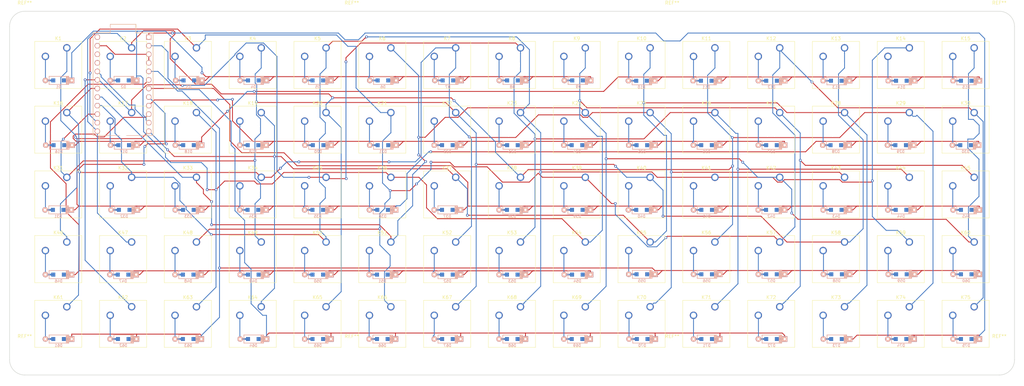
<source format=kicad_pcb>
(kicad_pcb (version 20171130) (host pcbnew "(5.0.1)-3")
  (layers (0 F.Cu signal) (31 B.Cu signal) (34 B.Paste user) (35 F.Paste user) (36 B.SilkS user) (37 F.SilkS user) (38 B.Mask user) (39 F.Mask user) (44 Edge.Cuts user))
  (net 0 "")
  (net 1 "Net-(D1-Pad2)")
  (net 2 "Net-(D1-Pad1)")
  (net 3 "Net-(D2-Pad2)")
  (net 4 "Net-(D3-Pad2)")
  (net 5 "Net-(D4-Pad2)")
  (net 6 "Net-(D5-Pad2)")
  (net 7 "Net-(D6-Pad2)")
  (net 8 "Net-(D7-Pad2)")
  (net 9 "Net-(D8-Pad2)")
  (net 10 "Net-(D9-Pad2)")
  (net 11 "Net-(D10-Pad2)")
  (net 12 "Net-(D10-Pad1)")
  (net 13 "Net-(D11-Pad2)")
  (net 14 "Net-(D12-Pad2)")
  (net 15 "Net-(D13-Pad2)")
  (net 16 "Net-(D14-Pad2)")
  (net 17 "Net-(D15-Pad2)")
  (net 18 "Net-(D16-Pad2)")
  (net 19 "Net-(D17-Pad2)")
  (net 20 "Net-(D18-Pad2)")
  (net 21 "Net-(D19-Pad2)")
  (net 22 "Net-(D19-Pad1)")
  (net 23 "Net-(D20-Pad2)")
  (net 24 "Net-(D21-Pad2)")
  (net 25 "Net-(D22-Pad2)")
  (net 26 "Net-(D23-Pad2)")
  (net 27 "Net-(D24-Pad2)")
  (net 28 "Net-(D25-Pad2)")
  (net 29 "Net-(D26-Pad2)")
  (net 30 "Net-(D27-Pad2)")
  (net 31 "Net-(D28-Pad2)")
  (net 32 "Net-(D28-Pad1)")
  (net 33 "Net-(D29-Pad2)")
  (net 34 "Net-(D30-Pad2)")
  (net 35 "Net-(D31-Pad2)")
  (net 36 "Net-(D32-Pad2)")
  (net 37 "Net-(D33-Pad2)")
  (net 38 "Net-(D34-Pad2)")
  (net 39 "Net-(D35-Pad2)")
  (net 40 "Net-(D36-Pad2)")
  (net 41 "Net-(D37-Pad2)")
  (net 42 "Net-(D37-Pad1)")
  (net 43 "Net-(D38-Pad2)")
  (net 44 "Net-(D39-Pad2)")
  (net 45 "Net-(D40-Pad2)")
  (net 46 "Net-(D41-Pad2)")
  (net 47 "Net-(D42-Pad2)")
  (net 48 "Net-(D43-Pad2)")
  (net 49 "Net-(D44-Pad2)")
  (net 50 "Net-(D45-Pad2)")
  (net 51 "Net-(D46-Pad2)")
  (net 52 "Net-(D46-Pad1)")
  (net 53 "Net-(D47-Pad2)")
  (net 54 "Net-(D48-Pad2)")
  (net 55 "Net-(D49-Pad2)")
  (net 56 "Net-(D50-Pad2)")
  (net 57 "Net-(D51-Pad2)")
  (net 58 "Net-(D52-Pad2)")
  (net 59 "Net-(D53-Pad2)")
  (net 60 "Net-(D54-Pad2)")
  (net 61 "Net-(D55-Pad2)")
  (net 62 "Net-(D55-Pad1)")
  (net 63 "Net-(D56-Pad2)")
  (net 64 "Net-(D57-Pad2)")
  (net 65 "Net-(D58-Pad2)")
  (net 66 "Net-(D59-Pad2)")
  (net 67 "Net-(D60-Pad2)")
  (net 68 "Net-(D61-Pad2)")
  (net 69 "Net-(D62-Pad2)")
  (net 70 "Net-(D63-Pad2)")
  (net 71 "Net-(D64-Pad2)")
  (net 72 "Net-(D64-Pad1)")
  (net 73 "Net-(D65-Pad2)")
  (net 74 "Net-(D66-Pad2)")
  (net 75 "Net-(D67-Pad2)")
  (net 76 "Net-(D68-Pad2)")
  (net 77 "Net-(D69-Pad2)")
  (net 78 "Net-(D70-Pad2)")
  (net 79 "Net-(D71-Pad2)")
  (net 80 "Net-(D72-Pad2)")
  (net 81 "Net-(D73-Pad2)")
  (net 82 "Net-(D73-Pad1)")
  (net 83 "Net-(D74-Pad2)")
  (net 84 "Net-(D75-Pad2)")
  (net 85 "Net-(K1-Pad1)")
  (net 86 "Net-(K11-Pad1)")
  (net 87 "Net-(K12-Pad1)")
  (net 88 "Net-(K13-Pad1)")
  (net 89 "Net-(K14-Pad1)")
  (net 90 "Net-(K15-Pad1)")
  (net 91 "Net-(K16-Pad1)")
  (net 92 "Net-(K17-Pad1)")
  (net 93 "Net-(K18-Pad1)")
  (net 94 GND)
  (net 95 VCC)
  (net 96 "Net-(U1-Pad22)")
  (net 97 "Net-(U1-Pad24)")
  (module MountingHole:MountingHole_6mm (layer F.Cu) (at 57.9375 127.96875)
    (fp_text reference REF** (at 0 -7) (layer F.SilkS))
    (fp_text value MountingHole_6mm)
    (pad 1 np_thru_hole circle (at 0 0) (size 6 6) (drill 6) (layers *.Cu *.Mask))
  )
  (module keyboard_parts:D_SOD123_axial (layer B.Cu) (at 125.5875 182.4375 180)
    (fp_text reference D34 (at 0 -1.925 180) (layer B.SilkS) (effects (font (size 0.8 0.8)) (justify mirror)))
    (fp_text value D hide)
    (pad 2 smd rect (at 2.7 0 180) (size 2.5 0.5) (layers B.Cu) (net 38 "Net-(D34-Pad2)"))
    (pad 1 smd rect (at -2.7 0 180) (size 2.5 0.5) (layers B.Cu) (net 32 "Net-(D28-Pad1)"))
    (pad 2 thru_hole circle (at 3.9 0 180) (size 1.6 1.6) (drill 0.7) (layers *.Cu *.Mask B.SilkS) (net 38 "Net-(D34-Pad2)"))
    (pad 1 thru_hole rect (at -3.9 0 180) (size 1.6 1.6) (drill 0.7) (layers *.Cu *.Mask B.SilkS) (net 32 "Net-(D28-Pad1)"))
    (pad 1 smd rect (at -1.575 0 180) (size 1.2 1.2) (layers B.Cu B.Paste B.Mask) (net 32 "Net-(D28-Pad1)"))
    (pad 2 smd rect (at 1.575 0 180) (size 1.2 1.2) (layers B.Cu B.Paste B.Mask) (net 38 "Net-(D34-Pad2)"))
  )
  (module Button_Switch_Keyboard:SW_Cherry_MX1A_1.00u_Plate (layer F.Cu) (at 70.415 153.545)
    (fp_text reference K16 (at -2.54 -2.794) (layer F.SilkS))
    (fp_text value KEYSW)
    (pad "" np_thru_hole circle (at -2.54 5.08) (size 4 4) (drill 4) (layers *.Cu *.Mask))
    (pad 2 thru_hole circle (at -6.35 2.54) (size 2.2 2.2) (drill 1.5) (layers *.Cu *.Mask) (net 18 "Net-(D16-Pad2)"))
    (pad 1 thru_hole circle (at 0 0) (size 2.2 2.2) (drill 1.5) (layers *.Cu *.Mask) (net 91 "Net-(K16-Pad1)"))
  )
  (module Button_Switch_Keyboard:SW_Cherry_MX1A_1.00u_Plate (layer F.Cu) (at 147.29 153.545)
    (fp_text reference K20 (at -2.54 -2.794) (layer F.SilkS))
    (fp_text value KEYSW)
    (pad 1 thru_hole circle (at 0 0) (size 2.2 2.2) (drill 1.5) (layers *.Cu *.Mask) (net 86 "Net-(K11-Pad1)"))
    (pad 2 thru_hole circle (at -6.35 2.54) (size 2.2 2.2) (drill 1.5) (layers *.Cu *.Mask) (net 23 "Net-(D20-Pad2)"))
    (pad "" np_thru_hole circle (at -2.54 5.08) (size 4 4) (drill 4) (layers *.Cu *.Mask))
  )
  (module Button_Switch_Keyboard:SW_Cherry_MX1A_1.00u_Plate (layer F.Cu) (at 147.29 172.76375)
    (fp_text reference K35 (at -2.54 -2.794) (layer F.SilkS))
    (fp_text value KEYSW)
    (pad "" np_thru_hole circle (at -2.54 5.08) (size 4 4) (drill 4) (layers *.Cu *.Mask))
    (pad 2 thru_hole circle (at -6.35 2.54) (size 2.2 2.2) (drill 1.5) (layers *.Cu *.Mask) (net 39 "Net-(D35-Pad2)"))
    (pad 1 thru_hole circle (at 0 0) (size 2.2 2.2) (drill 1.5) (layers *.Cu *.Mask) (net 92 "Net-(K17-Pad1)"))
  )
  (module promicro:ProMicro (layer B.Cu) (at 87.09375 145.125 270)
    (fp_text reference U1 hide)
    (fp_text value ProMicro)
    (pad 1 thru_hole rect (at -13.97 -7.62 270) (size 1.6 1.6) (drill 1.1) (layers *.Cu *.Mask B.SilkS) (net 82 "Net-(D73-Pad1)"))
    (pad 2 thru_hole circle (at -11.43 -7.62 270) (size 1.6 1.6) (drill 1.1) (layers *.Cu *.Mask B.SilkS) (net 72 "Net-(D64-Pad1)"))
    (pad 3 thru_hole circle (at -8.89 -7.62 270) (size 1.6 1.6) (drill 1.1) (layers *.Cu *.Mask B.SilkS) (net 94 GND))
    (pad 4 thru_hole circle (at -6.35 -7.62 270) (size 1.6 1.6) (drill 1.1) (layers *.Cu *.Mask B.SilkS) (net 94 GND))
    (pad 5 thru_hole circle (at -3.81 -7.62 270) (size 1.6 1.6) (drill 1.1) (layers *.Cu *.Mask B.SilkS) (net 62 "Net-(D55-Pad1)"))
    (pad 6 thru_hole circle (at -1.27 -7.62 270) (size 1.6 1.6) (drill 1.1) (layers *.Cu *.Mask B.SilkS) (net 52 "Net-(D46-Pad1)"))
    (pad 7 thru_hole circle (at 1.27 -7.62 270) (size 1.6 1.6) (drill 1.1) (layers *.Cu *.Mask B.SilkS) (net 42 "Net-(D37-Pad1)"))
    (pad 8 thru_hole circle (at 3.81 -7.62 270) (size 1.6 1.6) (drill 1.1) (layers *.Cu *.Mask B.SilkS) (net 32 "Net-(D28-Pad1)"))
    (pad 9 thru_hole circle (at 6.35 -7.62 270) (size 1.6 1.6) (drill 1.1) (layers *.Cu *.Mask B.SilkS) (net 22 "Net-(D19-Pad1)"))
    (pad 10 thru_hole circle (at 8.89 -7.62 270) (size 1.6 1.6) (drill 1.1) (layers *.Cu *.Mask B.SilkS) (net 12 "Net-(D10-Pad1)"))
    (pad 11 thru_hole circle (at 11.43 -7.62 270) (size 1.6 1.6) (drill 1.1) (layers *.Cu *.Mask B.SilkS) (net 2 "Net-(D1-Pad1)"))
    (pad 12 thru_hole circle (at 13.97 -7.62 270) (size 1.6 1.6) (drill 1.1) (layers *.Cu *.Mask B.SilkS) (net 85 "Net-(K1-Pad1)"))
    (pad 13 thru_hole circle (at 13.97 7.62 270) (size 1.6 1.6) (drill 1.1) (layers *.Cu *.Mask B.SilkS) (net 86 "Net-(K11-Pad1)"))
    (pad 14 thru_hole circle (at 11.43 7.62 270) (size 1.6 1.6) (drill 1.1) (layers *.Cu *.Mask B.SilkS) (net 87 "Net-(K12-Pad1)"))
    (pad 15 thru_hole circle (at 8.89 7.62 270) (size 1.6 1.6) (drill 1.1) (layers *.Cu *.Mask B.SilkS) (net 88 "Net-(K13-Pad1)"))
    (pad 16 thru_hole circle (at 6.35 7.62 270) (size 1.6 1.6) (drill 1.1) (layers *.Cu *.Mask B.SilkS) (net 89 "Net-(K14-Pad1)"))
    (pad 17 thru_hole circle (at 3.81 7.62 270) (size 1.6 1.6) (drill 1.1) (layers *.Cu *.Mask B.SilkS) (net 90 "Net-(K15-Pad1)"))
    (pad 18 thru_hole circle (at 1.27 7.62 270) (size 1.6 1.6) (drill 1.1) (layers *.Cu *.Mask B.SilkS) (net 91 "Net-(K16-Pad1)"))
    (pad 19 thru_hole circle (at -1.27 7.62 270) (size 1.6 1.6) (drill 1.1) (layers *.Cu *.Mask B.SilkS) (net 92 "Net-(K17-Pad1)"))
    (pad 20 thru_hole circle (at -3.81 7.62 270) (size 1.6 1.6) (drill 1.1) (layers *.Cu *.Mask B.SilkS) (net 93 "Net-(K18-Pad1)"))
    (pad 21 thru_hole circle (at -6.35 7.62 270) (size 1.6 1.6) (drill 1.1) (layers *.Cu *.Mask B.SilkS) (net 95 VCC))
    (pad 22 thru_hole circle (at -8.89 7.62 270) (size 1.6 1.6) (drill 1.1) (layers *.Cu *.Mask B.SilkS) (net 96 "Net-(U1-Pad22)"))
    (pad 23 thru_hole circle (at -11.43 7.62 270) (size 1.6 1.6) (drill 1.1) (layers *.Cu *.Mask B.SilkS) (net 94 GND))
    (pad 24 thru_hole circle (at -13.97 7.62 270) (size 1.6 1.6) (drill 1.1) (layers *.Cu *.Mask B.SilkS) (net 97 "Net-(U1-Pad24)"))
  )
  (module keyboard_parts:D_SOD123_axial (layer B.Cu) (at 67.96875 144 180)
    (fp_text reference D1 (at 0 -1.925 180) (layer B.SilkS) (effects (font (size 0.8 0.8)) (justify mirror)))
    (fp_text value D hide)
    (pad 2 smd rect (at 2.7 0 180) (size 2.5 0.5) (layers B.Cu) (net 1 "Net-(D1-Pad2)"))
    (pad 1 smd rect (at -2.7 0 180) (size 2.5 0.5) (layers B.Cu) (net 2 "Net-(D1-Pad1)"))
    (pad 2 thru_hole circle (at 3.9 0 180) (size 1.6 1.6) (drill 0.7) (layers *.Cu *.Mask B.SilkS) (net 1 "Net-(D1-Pad2)"))
    (pad 1 thru_hole rect (at -3.9 0 180) (size 1.6 1.6) (drill 0.7) (layers *.Cu *.Mask B.SilkS) (net 2 "Net-(D1-Pad1)"))
    (pad 1 smd rect (at -1.575 0 180) (size 1.2 1.2) (layers B.Cu B.Paste B.Mask) (net 2 "Net-(D1-Pad1)"))
    (pad 2 smd rect (at 1.575 0 180) (size 1.2 1.2) (layers B.Cu B.Paste B.Mask) (net 1 "Net-(D1-Pad2)"))
  )
  (module keyboard_parts:D_SOD123_axial (layer B.Cu) (at 87.20625 144 180)
    (fp_text reference D2 (at 0 -1.925 180) (layer B.SilkS) (effects (font (size 0.8 0.8)) (justify mirror)))
    (fp_text value D hide)
    (pad 2 smd rect (at 1.575 0 180) (size 1.2 1.2) (layers B.Cu B.Paste B.Mask) (net 3 "Net-(D2-Pad2)"))
    (pad 1 smd rect (at -1.575 0 180) (size 1.2 1.2) (layers B.Cu B.Paste B.Mask) (net 2 "Net-(D1-Pad1)"))
    (pad 1 thru_hole rect (at -3.9 0 180) (size 1.6 1.6) (drill 0.7) (layers *.Cu *.Mask B.SilkS) (net 2 "Net-(D1-Pad1)"))
    (pad 2 thru_hole circle (at 3.9 0 180) (size 1.6 1.6) (drill 0.7) (layers *.Cu *.Mask B.SilkS) (net 3 "Net-(D2-Pad2)"))
    (pad 1 smd rect (at -2.7 0 180) (size 2.5 0.5) (layers B.Cu) (net 2 "Net-(D1-Pad1)"))
    (pad 2 smd rect (at 2.7 0 180) (size 2.5 0.5) (layers B.Cu) (net 3 "Net-(D2-Pad2)"))
  )
  (module keyboard_parts:D_SOD123_axial (layer B.Cu) (at 106.59375 144 180)
    (fp_text reference D3 (at 0 -1.925 180) (layer B.SilkS) (effects (font (size 0.8 0.8)) (justify mirror)))
    (fp_text value D hide)
    (pad 2 smd rect (at 1.575 0 180) (size 1.2 1.2) (layers B.Cu B.Paste B.Mask) (net 4 "Net-(D3-Pad2)"))
    (pad 1 smd rect (at -1.575 0 180) (size 1.2 1.2) (layers B.Cu B.Paste B.Mask) (net 2 "Net-(D1-Pad1)"))
    (pad 1 thru_hole rect (at -3.9 0 180) (size 1.6 1.6) (drill 0.7) (layers *.Cu *.Mask B.SilkS) (net 2 "Net-(D1-Pad1)"))
    (pad 2 thru_hole circle (at 3.9 0 180) (size 1.6 1.6) (drill 0.7) (layers *.Cu *.Mask B.SilkS) (net 4 "Net-(D3-Pad2)"))
    (pad 1 smd rect (at -2.7 0 180) (size 2.5 0.5) (layers B.Cu) (net 2 "Net-(D1-Pad1)"))
    (pad 2 smd rect (at 2.7 0 180) (size 2.5 0.5) (layers B.Cu) (net 4 "Net-(D3-Pad2)"))
  )
  (module keyboard_parts:D_SOD123_axial (layer B.Cu) (at 125.71875 144 180)
    (fp_text reference D4 (at 0 -1.925 180) (layer B.SilkS) (effects (font (size 0.8 0.8)) (justify mirror)))
    (fp_text value D hide)
    (pad 2 smd rect (at 2.7 0 180) (size 2.5 0.5) (layers B.Cu) (net 5 "Net-(D4-Pad2)"))
    (pad 1 smd rect (at -2.7 0 180) (size 2.5 0.5) (layers B.Cu) (net 2 "Net-(D1-Pad1)"))
    (pad 2 thru_hole circle (at 3.9 0 180) (size 1.6 1.6) (drill 0.7) (layers *.Cu *.Mask B.SilkS) (net 5 "Net-(D4-Pad2)"))
    (pad 1 thru_hole rect (at -3.9 0 180) (size 1.6 1.6) (drill 0.7) (layers *.Cu *.Mask B.SilkS) (net 2 "Net-(D1-Pad1)"))
    (pad 1 smd rect (at -1.575 0 180) (size 1.2 1.2) (layers B.Cu B.Paste B.Mask) (net 2 "Net-(D1-Pad1)"))
    (pad 2 smd rect (at 1.575 0 180) (size 1.2 1.2) (layers B.Cu B.Paste B.Mask) (net 5 "Net-(D4-Pad2)"))
  )
  (module keyboard_parts:D_SOD123_axial (layer B.Cu) (at 144.84375 144 180)
    (fp_text reference D5 (at 0 -1.925 180) (layer B.SilkS) (effects (font (size 0.8 0.8)) (justify mirror)))
    (fp_text value D hide)
    (pad 2 smd rect (at 1.575 0 180) (size 1.2 1.2) (layers B.Cu B.Paste B.Mask) (net 6 "Net-(D5-Pad2)"))
    (pad 1 smd rect (at -1.575 0 180) (size 1.2 1.2) (layers B.Cu B.Paste B.Mask) (net 2 "Net-(D1-Pad1)"))
    (pad 1 thru_hole rect (at -3.9 0 180) (size 1.6 1.6) (drill 0.7) (layers *.Cu *.Mask B.SilkS) (net 2 "Net-(D1-Pad1)"))
    (pad 2 thru_hole circle (at 3.9 0 180) (size 1.6 1.6) (drill 0.7) (layers *.Cu *.Mask B.SilkS) (net 6 "Net-(D5-Pad2)"))
    (pad 1 smd rect (at -2.7 0 180) (size 2.5 0.5) (layers B.Cu) (net 2 "Net-(D1-Pad1)"))
    (pad 2 smd rect (at 2.7 0 180) (size 2.5 0.5) (layers B.Cu) (net 6 "Net-(D5-Pad2)"))
  )
  (module keyboard_parts:D_SOD123_axial (layer B.Cu) (at 164.15625 144 180)
    (fp_text reference D6 (at 0 -1.925 180) (layer B.SilkS) (effects (font (size 0.8 0.8)) (justify mirror)))
    (fp_text value D hide)
    (pad 2 smd rect (at 2.7 0 180) (size 2.5 0.5) (layers B.Cu) (net 7 "Net-(D6-Pad2)"))
    (pad 1 smd rect (at -2.7 0 180) (size 2.5 0.5) (layers B.Cu) (net 2 "Net-(D1-Pad1)"))
    (pad 2 thru_hole circle (at 3.9 0 180) (size 1.6 1.6) (drill 0.7) (layers *.Cu *.Mask B.SilkS) (net 7 "Net-(D6-Pad2)"))
    (pad 1 thru_hole rect (at -3.9 0 180) (size 1.6 1.6) (drill 0.7) (layers *.Cu *.Mask B.SilkS) (net 2 "Net-(D1-Pad1)"))
    (pad 1 smd rect (at -1.575 0 180) (size 1.2 1.2) (layers B.Cu B.Paste B.Mask) (net 2 "Net-(D1-Pad1)"))
    (pad 2 smd rect (at 1.575 0 180) (size 1.2 1.2) (layers B.Cu B.Paste B.Mask) (net 7 "Net-(D6-Pad2)"))
  )
  (module keyboard_parts:D_SOD123_axial (layer B.Cu) (at 183.43125 144 180)
    (fp_text reference D7 (at 0 -1.925 180) (layer B.SilkS) (effects (font (size 0.8 0.8)) (justify mirror)))
    (fp_text value D hide)
    (pad 2 smd rect (at 1.575 0 180) (size 1.2 1.2) (layers B.Cu B.Paste B.Mask) (net 8 "Net-(D7-Pad2)"))
    (pad 1 smd rect (at -1.575 0 180) (size 1.2 1.2) (layers B.Cu B.Paste B.Mask) (net 2 "Net-(D1-Pad1)"))
    (pad 1 thru_hole rect (at -3.9 0 180) (size 1.6 1.6) (drill 0.7) (layers *.Cu *.Mask B.SilkS) (net 2 "Net-(D1-Pad1)"))
    (pad 2 thru_hole circle (at 3.9 0 180) (size 1.6 1.6) (drill 0.7) (layers *.Cu *.Mask B.SilkS) (net 8 "Net-(D7-Pad2)"))
    (pad 1 smd rect (at -2.7 0 180) (size 2.5 0.5) (layers B.Cu) (net 2 "Net-(D1-Pad1)"))
    (pad 2 smd rect (at 2.7 0 180) (size 2.5 0.5) (layers B.Cu) (net 8 "Net-(D7-Pad2)"))
  )
  (module keyboard_parts:D_SOD123_axial (layer B.Cu) (at 202.55625 144 180)
    (fp_text reference D8 (at 0 -1.925 180) (layer B.SilkS) (effects (font (size 0.8 0.8)) (justify mirror)))
    (fp_text value D hide)
    (pad 2 smd rect (at 2.7 0 180) (size 2.5 0.5) (layers B.Cu) (net 9 "Net-(D8-Pad2)"))
    (pad 1 smd rect (at -2.7 0 180) (size 2.5 0.5) (layers B.Cu) (net 2 "Net-(D1-Pad1)"))
    (pad 2 thru_hole circle (at 3.9 0 180) (size 1.6 1.6) (drill 0.7) (layers *.Cu *.Mask B.SilkS) (net 9 "Net-(D8-Pad2)"))
    (pad 1 thru_hole rect (at -3.9 0 180) (size 1.6 1.6) (drill 0.7) (layers *.Cu *.Mask B.SilkS) (net 2 "Net-(D1-Pad1)"))
    (pad 1 smd rect (at -1.575 0 180) (size 1.2 1.2) (layers B.Cu B.Paste B.Mask) (net 2 "Net-(D1-Pad1)"))
    (pad 2 smd rect (at 1.575 0 180) (size 1.2 1.2) (layers B.Cu B.Paste B.Mask) (net 9 "Net-(D8-Pad2)"))
  )
  (module keyboard_parts:D_SOD123_axial (layer B.Cu) (at 221.86875 144 180)
    (fp_text reference D9 (at -0.24375 -1.875 180) (layer B.SilkS) (effects (font (size 0.8 0.8)) (justify mirror)))
    (fp_text value D hide)
    (pad 2 smd rect (at 1.575 0 180) (size 1.2 1.2) (layers B.Cu B.Paste B.Mask) (net 10 "Net-(D9-Pad2)"))
    (pad 1 smd rect (at -1.575 0 180) (size 1.2 1.2) (layers B.Cu B.Paste B.Mask) (net 2 "Net-(D1-Pad1)"))
    (pad 1 thru_hole rect (at -3.9 0 180) (size 1.6 1.6) (drill 0.7) (layers *.Cu *.Mask B.SilkS) (net 2 "Net-(D1-Pad1)"))
    (pad 2 thru_hole circle (at 3.9 0 180) (size 1.6 1.6) (drill 0.7) (layers *.Cu *.Mask B.SilkS) (net 10 "Net-(D9-Pad2)"))
    (pad 1 smd rect (at -2.7 0 180) (size 2.5 0.5) (layers B.Cu) (net 2 "Net-(D1-Pad1)"))
    (pad 2 smd rect (at 2.7 0 180) (size 2.5 0.5) (layers B.Cu) (net 10 "Net-(D9-Pad2)"))
  )
  (module keyboard_parts:D_SOD123_axial (layer B.Cu) (at 240.84375 144.09375 180)
    (fp_text reference D10 (at 0 -1.925 180) (layer B.SilkS) (effects (font (size 0.8 0.8)) (justify mirror)))
    (fp_text value D hide)
    (pad 2 smd rect (at 2.7 0 180) (size 2.5 0.5) (layers B.Cu) (net 11 "Net-(D10-Pad2)"))
    (pad 1 smd rect (at -2.7 0 180) (size 2.5 0.5) (layers B.Cu) (net 12 "Net-(D10-Pad1)"))
    (pad 2 thru_hole circle (at 3.9 0 180) (size 1.6 1.6) (drill 0.7) (layers *.Cu *.Mask B.SilkS) (net 11 "Net-(D10-Pad2)"))
    (pad 1 thru_hole rect (at -3.9 0 180) (size 1.6 1.6) (drill 0.7) (layers *.Cu *.Mask B.SilkS) (net 12 "Net-(D10-Pad1)"))
    (pad 1 smd rect (at -1.575 0 180) (size 1.2 1.2) (layers B.Cu B.Paste B.Mask) (net 12 "Net-(D10-Pad1)"))
    (pad 2 smd rect (at 1.575 0 180) (size 1.2 1.2) (layers B.Cu B.Paste B.Mask) (net 11 "Net-(D10-Pad2)"))
  )
  (module keyboard_parts:D_SOD123_axial (layer B.Cu) (at 260.025 144.09375 180)
    (fp_text reference D11 (at 0 -1.925 180) (layer B.SilkS) (effects (font (size 0.8 0.8)) (justify mirror)))
    (fp_text value D hide)
    (pad 2 smd rect (at 1.575 0 180) (size 1.2 1.2) (layers B.Cu B.Paste B.Mask) (net 13 "Net-(D11-Pad2)"))
    (pad 1 smd rect (at -1.575 0 180) (size 1.2 1.2) (layers B.Cu B.Paste B.Mask) (net 12 "Net-(D10-Pad1)"))
    (pad 1 thru_hole rect (at -3.9 0 180) (size 1.6 1.6) (drill 0.7) (layers *.Cu *.Mask B.SilkS) (net 12 "Net-(D10-Pad1)"))
    (pad 2 thru_hole circle (at 3.9 0 180) (size 1.6 1.6) (drill 0.7) (layers *.Cu *.Mask B.SilkS) (net 13 "Net-(D11-Pad2)"))
    (pad 1 smd rect (at -2.7 0 180) (size 2.5 0.5) (layers B.Cu) (net 12 "Net-(D10-Pad1)"))
    (pad 2 smd rect (at 2.7 0 180) (size 2.5 0.5) (layers B.Cu) (net 13 "Net-(D11-Pad2)"))
  )
  (module keyboard_parts:D_SOD123_axial (layer B.Cu) (at 279.39375 144.09375 180)
    (fp_text reference D12 (at 0 -1.925 180) (layer B.SilkS) (effects (font (size 0.8 0.8)) (justify mirror)))
    (fp_text value D hide)
    (pad 2 smd rect (at 2.7 0 180) (size 2.5 0.5) (layers B.Cu) (net 14 "Net-(D12-Pad2)"))
    (pad 1 smd rect (at -2.7 0 180) (size 2.5 0.5) (layers B.Cu) (net 12 "Net-(D10-Pad1)"))
    (pad 2 thru_hole circle (at 3.9 0 180) (size 1.6 1.6) (drill 0.7) (layers *.Cu *.Mask B.SilkS) (net 14 "Net-(D12-Pad2)"))
    (pad 1 thru_hole rect (at -3.9 0 180) (size 1.6 1.6) (drill 0.7) (layers *.Cu *.Mask B.SilkS) (net 12 "Net-(D10-Pad1)"))
    (pad 1 smd rect (at -1.575 0 180) (size 1.2 1.2) (layers B.Cu B.Paste B.Mask) (net 12 "Net-(D10-Pad1)"))
    (pad 2 smd rect (at 1.575 0 180) (size 1.2 1.2) (layers B.Cu B.Paste B.Mask) (net 14 "Net-(D12-Pad2)"))
  )
  (module keyboard_parts:D_SOD123_axial (layer B.Cu) (at 298.59375 144.09375 180)
    (fp_text reference D13 (at 0 -1.925 180) (layer B.SilkS) (effects (font (size 0.8 0.8)) (justify mirror)))
    (fp_text value D hide)
    (pad 2 smd rect (at 1.575 0 180) (size 1.2 1.2) (layers B.Cu B.Paste B.Mask) (net 15 "Net-(D13-Pad2)"))
    (pad 1 smd rect (at -1.575 0 180) (size 1.2 1.2) (layers B.Cu B.Paste B.Mask) (net 12 "Net-(D10-Pad1)"))
    (pad 1 thru_hole rect (at -3.9 0 180) (size 1.6 1.6) (drill 0.7) (layers *.Cu *.Mask B.SilkS) (net 12 "Net-(D10-Pad1)"))
    (pad 2 thru_hole circle (at 3.9 0 180) (size 1.6 1.6) (drill 0.7) (layers *.Cu *.Mask B.SilkS) (net 15 "Net-(D13-Pad2)"))
    (pad 1 smd rect (at -2.7 0 180) (size 2.5 0.5) (layers B.Cu) (net 12 "Net-(D10-Pad1)"))
    (pad 2 smd rect (at 2.7 0 180) (size 2.5 0.5) (layers B.Cu) (net 15 "Net-(D13-Pad2)"))
  )
  (module keyboard_parts:D_SOD123_axial (layer B.Cu) (at 317.8875 144.09375 180)
    (fp_text reference D14 (at 0 -1.925 180) (layer B.SilkS) (effects (font (size 0.8 0.8)) (justify mirror)))
    (fp_text value D hide)
    (pad 2 smd rect (at 2.7 0 180) (size 2.5 0.5) (layers B.Cu) (net 16 "Net-(D14-Pad2)"))
    (pad 1 smd rect (at -2.7 0 180) (size 2.5 0.5) (layers B.Cu) (net 12 "Net-(D10-Pad1)"))
    (pad 2 thru_hole circle (at 3.9 0 180) (size 1.6 1.6) (drill 0.7) (layers *.Cu *.Mask B.SilkS) (net 16 "Net-(D14-Pad2)"))
    (pad 1 thru_hole rect (at -3.9 0 180) (size 1.6 1.6) (drill 0.7) (layers *.Cu *.Mask B.SilkS) (net 12 "Net-(D10-Pad1)"))
    (pad 1 smd rect (at -1.575 0 180) (size 1.2 1.2) (layers B.Cu B.Paste B.Mask) (net 12 "Net-(D10-Pad1)"))
    (pad 2 smd rect (at 1.575 0 180) (size 1.2 1.2) (layers B.Cu B.Paste B.Mask) (net 16 "Net-(D14-Pad2)"))
  )
  (module keyboard_parts:D_SOD123_axial (layer B.Cu) (at 337.125 144.09375 180)
    (fp_text reference D15 (at 0 -1.925 180) (layer B.SilkS) (effects (font (size 0.8 0.8)) (justify mirror)))
    (fp_text value D hide)
    (pad 2 smd rect (at 1.575 0 180) (size 1.2 1.2) (layers B.Cu B.Paste B.Mask) (net 17 "Net-(D15-Pad2)"))
    (pad 1 smd rect (at -1.575 0 180) (size 1.2 1.2) (layers B.Cu B.Paste B.Mask) (net 12 "Net-(D10-Pad1)"))
    (pad 1 thru_hole rect (at -3.9 0 180) (size 1.6 1.6) (drill 0.7) (layers *.Cu *.Mask B.SilkS) (net 12 "Net-(D10-Pad1)"))
    (pad 2 thru_hole circle (at 3.9 0 180) (size 1.6 1.6) (drill 0.7) (layers *.Cu *.Mask B.SilkS) (net 17 "Net-(D15-Pad2)"))
    (pad 1 smd rect (at -2.7 0 180) (size 2.5 0.5) (layers B.Cu) (net 12 "Net-(D10-Pad1)"))
    (pad 2 smd rect (at 2.7 0 180) (size 2.5 0.5) (layers B.Cu) (net 17 "Net-(D15-Pad2)"))
  )
  (module keyboard_parts:D_SOD123_axial (layer B.Cu) (at 68.0625 163.21875 180)
    (fp_text reference D16 (at 0 -1.925 180) (layer B.SilkS) (effects (font (size 0.8 0.8)) (justify mirror)))
    (fp_text value D hide)
    (pad 2 smd rect (at 2.7 0 180) (size 2.5 0.5) (layers B.Cu) (net 18 "Net-(D16-Pad2)"))
    (pad 1 smd rect (at -2.7 0 180) (size 2.5 0.5) (layers B.Cu) (net 12 "Net-(D10-Pad1)"))
    (pad 2 thru_hole circle (at 3.9 0 180) (size 1.6 1.6) (drill 0.7) (layers *.Cu *.Mask B.SilkS) (net 18 "Net-(D16-Pad2)"))
    (pad 1 thru_hole rect (at -3.9 0 180) (size 1.6 1.6) (drill 0.7) (layers *.Cu *.Mask B.SilkS) (net 12 "Net-(D10-Pad1)"))
    (pad 1 smd rect (at -1.575 0 180) (size 1.2 1.2) (layers B.Cu B.Paste B.Mask) (net 12 "Net-(D10-Pad1)"))
    (pad 2 smd rect (at 1.575 0 180) (size 1.2 1.2) (layers B.Cu B.Paste B.Mask) (net 18 "Net-(D16-Pad2)"))
  )
  (module keyboard_parts:D_SOD123_axial (layer B.Cu) (at 87.28125 163.21875 180)
    (fp_text reference D17 (at 0 -1.925 180) (layer B.SilkS) (effects (font (size 0.8 0.8)) (justify mirror)))
    (fp_text value D hide)
    (pad 2 smd rect (at 1.575 0 180) (size 1.2 1.2) (layers B.Cu B.Paste B.Mask) (net 19 "Net-(D17-Pad2)"))
    (pad 1 smd rect (at -1.575 0 180) (size 1.2 1.2) (layers B.Cu B.Paste B.Mask) (net 12 "Net-(D10-Pad1)"))
    (pad 1 thru_hole rect (at -3.9 0 180) (size 1.6 1.6) (drill 0.7) (layers *.Cu *.Mask B.SilkS) (net 12 "Net-(D10-Pad1)"))
    (pad 2 thru_hole circle (at 3.9 0 180) (size 1.6 1.6) (drill 0.7) (layers *.Cu *.Mask B.SilkS) (net 19 "Net-(D17-Pad2)"))
    (pad 1 smd rect (at -2.7 0 180) (size 2.5 0.5) (layers B.Cu) (net 12 "Net-(D10-Pad1)"))
    (pad 2 smd rect (at 2.7 0 180) (size 2.5 0.5) (layers B.Cu) (net 19 "Net-(D17-Pad2)"))
  )
  (module keyboard_parts:D_SOD123_axial (layer B.Cu) (at 106.5 163.21875 180)
    (fp_text reference D18 (at 0 -1.925 180) (layer B.SilkS) (effects (font (size 0.8 0.8)) (justify mirror)))
    (fp_text value D hide)
    (pad 2 smd rect (at 2.7 0 180) (size 2.5 0.5) (layers B.Cu) (net 20 "Net-(D18-Pad2)"))
    (pad 1 smd rect (at -2.7 0 180) (size 2.5 0.5) (layers B.Cu) (net 12 "Net-(D10-Pad1)"))
    (pad 2 thru_hole circle (at 3.9 0 180) (size 1.6 1.6) (drill 0.7) (layers *.Cu *.Mask B.SilkS) (net 20 "Net-(D18-Pad2)"))
    (pad 1 thru_hole rect (at -3.9 0 180) (size 1.6 1.6) (drill 0.7) (layers *.Cu *.Mask B.SilkS) (net 12 "Net-(D10-Pad1)"))
    (pad 1 smd rect (at -1.575 0 180) (size 1.2 1.2) (layers B.Cu B.Paste B.Mask) (net 12 "Net-(D10-Pad1)"))
    (pad 2 smd rect (at 1.575 0 180) (size 1.2 1.2) (layers B.Cu B.Paste B.Mask) (net 20 "Net-(D18-Pad2)"))
  )
  (module keyboard_parts:D_SOD123_axial (layer B.Cu) (at 125.625 163.21875 180)
    (fp_text reference D19 (at 0 -1.925 180) (layer B.SilkS) (effects (font (size 0.8 0.8)) (justify mirror)))
    (fp_text value D hide)
    (pad 2 smd rect (at 1.575 0 180) (size 1.2 1.2) (layers B.Cu B.Paste B.Mask) (net 21 "Net-(D19-Pad2)"))
    (pad 1 smd rect (at -1.575 0 180) (size 1.2 1.2) (layers B.Cu B.Paste B.Mask) (net 22 "Net-(D19-Pad1)"))
    (pad 1 thru_hole rect (at -3.9 0 180) (size 1.6 1.6) (drill 0.7) (layers *.Cu *.Mask B.SilkS) (net 22 "Net-(D19-Pad1)"))
    (pad 2 thru_hole circle (at 3.9 0 180) (size 1.6 1.6) (drill 0.7) (layers *.Cu *.Mask B.SilkS) (net 21 "Net-(D19-Pad2)"))
    (pad 1 smd rect (at -2.7 0 180) (size 2.5 0.5) (layers B.Cu) (net 22 "Net-(D19-Pad1)"))
    (pad 2 smd rect (at 2.7 0 180) (size 2.5 0.5) (layers B.Cu) (net 21 "Net-(D19-Pad2)"))
  )
  (module keyboard_parts:D_SOD123_axial (layer B.Cu) (at 144.9375 163.21875 180)
    (fp_text reference D20 (at 0 -1.925 180) (layer B.SilkS) (effects (font (size 0.8 0.8)) (justify mirror)))
    (fp_text value D hide)
    (pad 2 smd rect (at 2.7 0 180) (size 2.5 0.5) (layers B.Cu) (net 23 "Net-(D20-Pad2)"))
    (pad 1 smd rect (at -2.7 0 180) (size 2.5 0.5) (layers B.Cu) (net 22 "Net-(D19-Pad1)"))
    (pad 2 thru_hole circle (at 3.9 0 180) (size 1.6 1.6) (drill 0.7) (layers *.Cu *.Mask B.SilkS) (net 23 "Net-(D20-Pad2)"))
    (pad 1 thru_hole rect (at -3.9 0 180) (size 1.6 1.6) (drill 0.7) (layers *.Cu *.Mask B.SilkS) (net 22 "Net-(D19-Pad1)"))
    (pad 1 smd rect (at -1.575 0 180) (size 1.2 1.2) (layers B.Cu B.Paste B.Mask) (net 22 "Net-(D19-Pad1)"))
    (pad 2 smd rect (at 1.575 0 180) (size 1.2 1.2) (layers B.Cu B.Paste B.Mask) (net 23 "Net-(D20-Pad2)"))
  )
  (module keyboard_parts:D_SOD123_axial (layer B.Cu) (at 164.15625 163.21875 180)
    (fp_text reference D21 (at 0 -1.925 180) (layer B.SilkS) (effects (font (size 0.8 0.8)) (justify mirror)))
    (fp_text value D hide)
    (pad 2 smd rect (at 1.575 0 180) (size 1.2 1.2) (layers B.Cu B.Paste B.Mask) (net 24 "Net-(D21-Pad2)"))
    (pad 1 smd rect (at -1.575 0 180) (size 1.2 1.2) (layers B.Cu B.Paste B.Mask) (net 22 "Net-(D19-Pad1)"))
    (pad 1 thru_hole rect (at -3.9 0 180) (size 1.6 1.6) (drill 0.7) (layers *.Cu *.Mask B.SilkS) (net 22 "Net-(D19-Pad1)"))
    (pad 2 thru_hole circle (at 3.9 0 180) (size 1.6 1.6) (drill 0.7) (layers *.Cu *.Mask B.SilkS) (net 24 "Net-(D21-Pad2)"))
    (pad 1 smd rect (at -2.7 0 180) (size 2.5 0.5) (layers B.Cu) (net 22 "Net-(D19-Pad1)"))
    (pad 2 smd rect (at 2.7 0 180) (size 2.5 0.5) (layers B.Cu) (net 24 "Net-(D21-Pad2)"))
  )
  (module keyboard_parts:D_SOD123_axial (layer B.Cu) (at 183.2625 163.21875 180)
    (fp_text reference D22 (at 0 -1.925 180) (layer B.SilkS) (effects (font (size 0.8 0.8)) (justify mirror)))
    (fp_text value D hide)
    (pad 2 smd rect (at 2.7 0 180) (size 2.5 0.5) (layers B.Cu) (net 25 "Net-(D22-Pad2)"))
    (pad 1 smd rect (at -2.7 0 180) (size 2.5 0.5) (layers B.Cu) (net 22 "Net-(D19-Pad1)"))
    (pad 2 thru_hole circle (at 3.9 0 180) (size 1.6 1.6) (drill 0.7) (layers *.Cu *.Mask B.SilkS) (net 25 "Net-(D22-Pad2)"))
    (pad 1 thru_hole rect (at -3.9 0 180) (size 1.6 1.6) (drill 0.7) (layers *.Cu *.Mask B.SilkS) (net 22 "Net-(D19-Pad1)"))
    (pad 1 smd rect (at -1.575 0 180) (size 1.2 1.2) (layers B.Cu B.Paste B.Mask) (net 22 "Net-(D19-Pad1)"))
    (pad 2 smd rect (at 1.575 0 180) (size 1.2 1.2) (layers B.Cu B.Paste B.Mask) (net 25 "Net-(D22-Pad2)"))
  )
  (module keyboard_parts:D_SOD123_axial (layer B.Cu) (at 202.55625 163.21875 180)
    (fp_text reference D23 (at 0 -1.925 180) (layer B.SilkS) (effects (font (size 0.8 0.8)) (justify mirror)))
    (fp_text value D hide)
    (pad 2 smd rect (at 1.575 0 180) (size 1.2 1.2) (layers B.Cu B.Paste B.Mask) (net 26 "Net-(D23-Pad2)"))
    (pad 1 smd rect (at -1.575 0 180) (size 1.2 1.2) (layers B.Cu B.Paste B.Mask) (net 22 "Net-(D19-Pad1)"))
    (pad 1 thru_hole rect (at -3.9 0 180) (size 1.6 1.6) (drill 0.7) (layers *.Cu *.Mask B.SilkS) (net 22 "Net-(D19-Pad1)"))
    (pad 2 thru_hole circle (at 3.9 0 180) (size 1.6 1.6) (drill 0.7) (layers *.Cu *.Mask B.SilkS) (net 26 "Net-(D23-Pad2)"))
    (pad 1 smd rect (at -2.7 0 180) (size 2.5 0.5) (layers B.Cu) (net 22 "Net-(D19-Pad1)"))
    (pad 2 smd rect (at 2.7 0 180) (size 2.5 0.5) (layers B.Cu) (net 26 "Net-(D23-Pad2)"))
  )
  (module keyboard_parts:D_SOD123_axial (layer B.Cu) (at 221.7 163.21875 180)
    (fp_text reference D24 (at 0 -1.925 180) (layer B.SilkS) (effects (font (size 0.8 0.8)) (justify mirror)))
    (fp_text value D hide)
    (pad 2 smd rect (at 2.7 0 180) (size 2.5 0.5) (layers B.Cu) (net 27 "Net-(D24-Pad2)"))
    (pad 1 smd rect (at -2.7 0 180) (size 2.5 0.5) (layers B.Cu) (net 22 "Net-(D19-Pad1)"))
    (pad 2 thru_hole circle (at 3.9 0 180) (size 1.6 1.6) (drill 0.7) (layers *.Cu *.Mask B.SilkS) (net 27 "Net-(D24-Pad2)"))
    (pad 1 thru_hole rect (at -3.9 0 180) (size 1.6 1.6) (drill 0.7) (layers *.Cu *.Mask B.SilkS) (net 22 "Net-(D19-Pad1)"))
    (pad 1 smd rect (at -1.575 0 180) (size 1.2 1.2) (layers B.Cu B.Paste B.Mask) (net 22 "Net-(D19-Pad1)"))
    (pad 2 smd rect (at 1.575 0 180) (size 1.2 1.2) (layers B.Cu B.Paste B.Mask) (net 27 "Net-(D24-Pad2)"))
  )
  (module keyboard_parts:D_SOD123_axial (layer B.Cu) (at 240.9375 163.21875 180)
    (fp_text reference D25 (at 0 -1.925 180) (layer B.SilkS) (effects (font (size 0.8 0.8)) (justify mirror)))
    (fp_text value D hide)
    (pad 2 smd rect (at 1.575 0 180) (size 1.2 1.2) (layers B.Cu B.Paste B.Mask) (net 28 "Net-(D25-Pad2)"))
    (pad 1 smd rect (at -1.575 0 180) (size 1.2 1.2) (layers B.Cu B.Paste B.Mask) (net 22 "Net-(D19-Pad1)"))
    (pad 1 thru_hole rect (at -3.9 0 180) (size 1.6 1.6) (drill 0.7) (layers *.Cu *.Mask B.SilkS) (net 22 "Net-(D19-Pad1)"))
    (pad 2 thru_hole circle (at 3.9 0 180) (size 1.6 1.6) (drill 0.7) (layers *.Cu *.Mask B.SilkS) (net 28 "Net-(D25-Pad2)"))
    (pad 1 smd rect (at -2.7 0 180) (size 2.5 0.5) (layers B.Cu) (net 22 "Net-(D19-Pad1)"))
    (pad 2 smd rect (at 2.7 0 180) (size 2.5 0.5) (layers B.Cu) (net 28 "Net-(D25-Pad2)"))
  )
  (module keyboard_parts:D_SOD123_axial (layer B.Cu) (at 260.11875 163.21875 180)
    (fp_text reference D26 (at 0 -1.925 180) (layer B.SilkS) (effects (font (size 0.8 0.8)) (justify mirror)))
    (fp_text value D hide)
    (pad 2 smd rect (at 1.575 0 180) (size 1.2 1.2) (layers B.Cu B.Paste B.Mask) (net 29 "Net-(D26-Pad2)"))
    (pad 1 smd rect (at -1.575 0 180) (size 1.2 1.2) (layers B.Cu B.Paste B.Mask) (net 22 "Net-(D19-Pad1)"))
    (pad 1 thru_hole rect (at -3.9 0 180) (size 1.6 1.6) (drill 0.7) (layers *.Cu *.Mask B.SilkS) (net 22 "Net-(D19-Pad1)"))
    (pad 2 thru_hole circle (at 3.9 0 180) (size 1.6 1.6) (drill 0.7) (layers *.Cu *.Mask B.SilkS) (net 29 "Net-(D26-Pad2)"))
    (pad 1 smd rect (at -2.7 0 180) (size 2.5 0.5) (layers B.Cu) (net 22 "Net-(D19-Pad1)"))
    (pad 2 smd rect (at 2.7 0 180) (size 2.5 0.5) (layers B.Cu) (net 29 "Net-(D26-Pad2)"))
  )
  (module keyboard_parts:D_SOD123_axial (layer B.Cu) (at 279.375 163.21875 180)
    (fp_text reference D27 (at 0 -1.925 180) (layer B.SilkS) (effects (font (size 0.8 0.8)) (justify mirror)))
    (fp_text value D hide)
    (pad 2 smd rect (at 2.7 0 180) (size 2.5 0.5) (layers B.Cu) (net 30 "Net-(D27-Pad2)"))
    (pad 1 smd rect (at -2.7 0 180) (size 2.5 0.5) (layers B.Cu) (net 22 "Net-(D19-Pad1)"))
    (pad 2 thru_hole circle (at 3.9 0 180) (size 1.6 1.6) (drill 0.7) (layers *.Cu *.Mask B.SilkS) (net 30 "Net-(D27-Pad2)"))
    (pad 1 thru_hole rect (at -3.9 0 180) (size 1.6 1.6) (drill 0.7) (layers *.Cu *.Mask B.SilkS) (net 22 "Net-(D19-Pad1)"))
    (pad 1 smd rect (at -1.575 0 180) (size 1.2 1.2) (layers B.Cu B.Paste B.Mask) (net 22 "Net-(D19-Pad1)"))
    (pad 2 smd rect (at 1.575 0 180) (size 1.2 1.2) (layers B.Cu B.Paste B.Mask) (net 30 "Net-(D27-Pad2)"))
  )
  (module keyboard_parts:D_SOD123_axial (layer B.Cu) (at 298.4625 163.21875 180)
    (fp_text reference D28 (at 0 -1.925 180) (layer B.SilkS) (effects (font (size 0.8 0.8)) (justify mirror)))
    (fp_text value D hide)
    (pad 2 smd rect (at 1.575 0 180) (size 1.2 1.2) (layers B.Cu B.Paste B.Mask) (net 31 "Net-(D28-Pad2)"))
    (pad 1 smd rect (at -1.575 0 180) (size 1.2 1.2) (layers B.Cu B.Paste B.Mask) (net 32 "Net-(D28-Pad1)"))
    (pad 1 thru_hole rect (at -3.9 0 180) (size 1.6 1.6) (drill 0.7) (layers *.Cu *.Mask B.SilkS) (net 32 "Net-(D28-Pad1)"))
    (pad 2 thru_hole circle (at 3.9 0 180) (size 1.6 1.6) (drill 0.7) (layers *.Cu *.Mask B.SilkS) (net 31 "Net-(D28-Pad2)"))
    (pad 1 smd rect (at -2.7 0 180) (size 2.5 0.5) (layers B.Cu) (net 32 "Net-(D28-Pad1)"))
    (pad 2 smd rect (at 2.7 0 180) (size 2.5 0.5) (layers B.Cu) (net 31 "Net-(D28-Pad2)"))
  )
  (module keyboard_parts:D_SOD123_axial (layer B.Cu) (at 317.68125 163.21875 180)
    (fp_text reference D29 (at 0 -1.925 180) (layer B.SilkS) (effects (font (size 0.8 0.8)) (justify mirror)))
    (fp_text value D hide)
    (pad 2 smd rect (at 2.7 0 180) (size 2.5 0.5) (layers B.Cu) (net 33 "Net-(D29-Pad2)"))
    (pad 1 smd rect (at -2.7 0 180) (size 2.5 0.5) (layers B.Cu) (net 32 "Net-(D28-Pad1)"))
    (pad 2 thru_hole circle (at 3.9 0 180) (size 1.6 1.6) (drill 0.7) (layers *.Cu *.Mask B.SilkS) (net 33 "Net-(D29-Pad2)"))
    (pad 1 thru_hole rect (at -3.9 0 180) (size 1.6 1.6) (drill 0.7) (layers *.Cu *.Mask B.SilkS) (net 32 "Net-(D28-Pad1)"))
    (pad 1 smd rect (at -1.575 0 180) (size 1.2 1.2) (layers B.Cu B.Paste B.Mask) (net 32 "Net-(D28-Pad1)"))
    (pad 2 smd rect (at 1.575 0 180) (size 1.2 1.2) (layers B.Cu B.Paste B.Mask) (net 33 "Net-(D29-Pad2)"))
  )
  (module keyboard_parts:D_SOD123_axial (layer B.Cu) (at 336.9375 163.21875 180)
    (fp_text reference D30 (at 0 -1.925 180) (layer B.SilkS) (effects (font (size 0.8 0.8)) (justify mirror)))
    (fp_text value D hide)
    (pad 2 smd rect (at 1.575 0 180) (size 1.2 1.2) (layers B.Cu B.Paste B.Mask) (net 34 "Net-(D30-Pad2)"))
    (pad 1 smd rect (at -1.575 0 180) (size 1.2 1.2) (layers B.Cu B.Paste B.Mask) (net 32 "Net-(D28-Pad1)"))
    (pad 1 thru_hole rect (at -3.9 0 180) (size 1.6 1.6) (drill 0.7) (layers *.Cu *.Mask B.SilkS) (net 32 "Net-(D28-Pad1)"))
    (pad 2 thru_hole circle (at 3.9 0 180) (size 1.6 1.6) (drill 0.7) (layers *.Cu *.Mask B.SilkS) (net 34 "Net-(D30-Pad2)"))
    (pad 1 smd rect (at -2.7 0 180) (size 2.5 0.5) (layers B.Cu) (net 32 "Net-(D28-Pad1)"))
    (pad 2 smd rect (at 2.7 0 180) (size 2.5 0.5) (layers B.Cu) (net 34 "Net-(D30-Pad2)"))
  )
  (module keyboard_parts:D_SOD123_axial (layer B.Cu) (at 67.85625 182.4375 180)
    (fp_text reference D31 (at 0 -1.925 180) (layer B.SilkS) (effects (font (size 0.8 0.8)) (justify mirror)))
    (fp_text value D hide)
    (pad 2 smd rect (at 2.7 0 180) (size 2.5 0.5) (layers B.Cu) (net 35 "Net-(D31-Pad2)"))
    (pad 1 smd rect (at -2.7 0 180) (size 2.5 0.5) (layers B.Cu) (net 32 "Net-(D28-Pad1)"))
    (pad 2 thru_hole circle (at 3.9 0 180) (size 1.6 1.6) (drill 0.7) (layers *.Cu *.Mask B.SilkS) (net 35 "Net-(D31-Pad2)"))
    (pad 1 thru_hole rect (at -3.9 0 180) (size 1.6 1.6) (drill 0.7) (layers *.Cu *.Mask B.SilkS) (net 32 "Net-(D28-Pad1)"))
    (pad 1 smd rect (at -1.575 0 180) (size 1.2 1.2) (layers B.Cu B.Paste B.Mask) (net 32 "Net-(D28-Pad1)"))
    (pad 2 smd rect (at 1.575 0 180) (size 1.2 1.2) (layers B.Cu B.Paste B.Mask) (net 35 "Net-(D31-Pad2)"))
  )
  (module keyboard_parts:D_SOD123_axial (layer B.Cu) (at 87.43125 182.4375 180)
    (fp_text reference D32 (at 0 -1.925 180) (layer B.SilkS) (effects (font (size 0.8 0.8)) (justify mirror)))
    (fp_text value D hide)
    (pad 2 smd rect (at 1.575 0 180) (size 1.2 1.2) (layers B.Cu B.Paste B.Mask) (net 36 "Net-(D32-Pad2)"))
    (pad 1 smd rect (at -1.575 0 180) (size 1.2 1.2) (layers B.Cu B.Paste B.Mask) (net 32 "Net-(D28-Pad1)"))
    (pad 1 thru_hole rect (at -3.9 0 180) (size 1.6 1.6) (drill 0.7) (layers *.Cu *.Mask B.SilkS) (net 32 "Net-(D28-Pad1)"))
    (pad 2 thru_hole circle (at 3.9 0 180) (size 1.6 1.6) (drill 0.7) (layers *.Cu *.Mask B.SilkS) (net 36 "Net-(D32-Pad2)"))
    (pad 1 smd rect (at -2.7 0 180) (size 2.5 0.5) (layers B.Cu) (net 32 "Net-(D28-Pad1)"))
    (pad 2 smd rect (at 2.7 0 180) (size 2.5 0.5) (layers B.Cu) (net 36 "Net-(D32-Pad2)"))
  )
  (module keyboard_parts:D_SOD123_axial (layer B.Cu) (at 106.4625 182.4375 180)
    (fp_text reference D33 (at 0 -1.925 180) (layer B.SilkS) (effects (font (size 0.8 0.8)) (justify mirror)))
    (fp_text value D hide)
    (pad 2 smd rect (at 2.7 0 180) (size 2.5 0.5) (layers B.Cu) (net 37 "Net-(D33-Pad2)"))
    (pad 1 smd rect (at -2.7 0 180) (size 2.5 0.5) (layers B.Cu) (net 32 "Net-(D28-Pad1)"))
    (pad 2 thru_hole circle (at 3.9 0 180) (size 1.6 1.6) (drill 0.7) (layers *.Cu *.Mask B.SilkS) (net 37 "Net-(D33-Pad2)"))
    (pad 1 thru_hole rect (at -3.9 0 180) (size 1.6 1.6) (drill 0.7) (layers *.Cu *.Mask B.SilkS) (net 32 "Net-(D28-Pad1)"))
    (pad 1 smd rect (at -1.575 0 180) (size 1.2 1.2) (layers B.Cu B.Paste B.Mask) (net 32 "Net-(D28-Pad1)"))
    (pad 2 smd rect (at 1.575 0 180) (size 1.2 1.2) (layers B.Cu B.Paste B.Mask) (net 37 "Net-(D33-Pad2)"))
  )
  (module keyboard_parts:D_SOD123_axial (layer B.Cu) (at 144.825 182.4375 180)
    (fp_text reference D35 (at 0 -1.925 180) (layer B.SilkS) (effects (font (size 0.8 0.8)) (justify mirror)))
    (fp_text value D hide)
    (pad 2 smd rect (at 2.7 0 180) (size 2.5 0.5) (layers B.Cu) (net 39 "Net-(D35-Pad2)"))
    (pad 1 smd rect (at -2.7 0 180) (size 2.5 0.5) (layers B.Cu) (net 32 "Net-(D28-Pad1)"))
    (pad 2 thru_hole circle (at 3.9 0 180) (size 1.6 1.6) (drill 0.7) (layers *.Cu *.Mask B.SilkS) (net 39 "Net-(D35-Pad2)"))
    (pad 1 thru_hole rect (at -3.9 0 180) (size 1.6 1.6) (drill 0.7) (layers *.Cu *.Mask B.SilkS) (net 32 "Net-(D28-Pad1)"))
    (pad 1 smd rect (at -1.575 0 180) (size 1.2 1.2) (layers B.Cu B.Paste B.Mask) (net 32 "Net-(D28-Pad1)"))
    (pad 2 smd rect (at 1.575 0 180) (size 1.2 1.2) (layers B.Cu B.Paste B.Mask) (net 39 "Net-(D35-Pad2)"))
  )
  (module keyboard_parts:D_SOD123_axial (layer B.Cu) (at 164.0625 182.4375 180)
    (fp_text reference D36 (at 0 -1.925 180) (layer B.SilkS) (effects (font (size 0.8 0.8)) (justify mirror)))
    (fp_text value D hide)
    (pad 2 smd rect (at 1.575 0 180) (size 1.2 1.2) (layers B.Cu B.Paste B.Mask) (net 40 "Net-(D36-Pad2)"))
    (pad 1 smd rect (at -1.575 0 180) (size 1.2 1.2) (layers B.Cu B.Paste B.Mask) (net 32 "Net-(D28-Pad1)"))
    (pad 1 thru_hole rect (at -3.9 0 180) (size 1.6 1.6) (drill 0.7) (layers *.Cu *.Mask B.SilkS) (net 32 "Net-(D28-Pad1)"))
    (pad 2 thru_hole circle (at 3.9 0 180) (size 1.6 1.6) (drill 0.7) (layers *.Cu *.Mask B.SilkS) (net 40 "Net-(D36-Pad2)"))
    (pad 1 smd rect (at -2.7 0 180) (size 2.5 0.5) (layers B.Cu) (net 32 "Net-(D28-Pad1)"))
    (pad 2 smd rect (at 2.7 0 180) (size 2.5 0.5) (layers B.Cu) (net 40 "Net-(D36-Pad2)"))
  )
  (module keyboard_parts:D_SOD123_axial (layer B.Cu) (at 183.24375 182.4375 180)
    (fp_text reference D37 (at 0 -1.925 180) (layer B.SilkS) (effects (font (size 0.8 0.8)) (justify mirror)))
    (fp_text value D hide)
    (pad 2 smd rect (at 2.7 0 180) (size 2.5 0.5) (layers B.Cu) (net 41 "Net-(D37-Pad2)"))
    (pad 1 smd rect (at -2.7 0 180) (size 2.5 0.5) (layers B.Cu) (net 42 "Net-(D37-Pad1)"))
    (pad 2 thru_hole circle (at 3.9 0 180) (size 1.6 1.6) (drill 0.7) (layers *.Cu *.Mask B.SilkS) (net 41 "Net-(D37-Pad2)"))
    (pad 1 thru_hole rect (at -3.9 0 180) (size 1.6 1.6) (drill 0.7) (layers *.Cu *.Mask B.SilkS) (net 42 "Net-(D37-Pad1)"))
    (pad 1 smd rect (at -1.575 0 180) (size 1.2 1.2) (layers B.Cu B.Paste B.Mask) (net 42 "Net-(D37-Pad1)"))
    (pad 2 smd rect (at 1.575 0 180) (size 1.2 1.2) (layers B.Cu B.Paste B.Mask) (net 41 "Net-(D37-Pad2)"))
  )
  (module keyboard_parts:D_SOD123_axial (layer B.Cu) (at 202.5 182.4375 180)
    (fp_text reference D38 (at 0 -1.925 180) (layer B.SilkS) (effects (font (size 0.8 0.8)) (justify mirror)))
    (fp_text value D hide)
    (pad 2 smd rect (at 1.575 0 180) (size 1.2 1.2) (layers B.Cu B.Paste B.Mask) (net 43 "Net-(D38-Pad2)"))
    (pad 1 smd rect (at -1.575 0 180) (size 1.2 1.2) (layers B.Cu B.Paste B.Mask) (net 42 "Net-(D37-Pad1)"))
    (pad 1 thru_hole rect (at -3.9 0 180) (size 1.6 1.6) (drill 0.7) (layers *.Cu *.Mask B.SilkS) (net 42 "Net-(D37-Pad1)"))
    (pad 2 thru_hole circle (at 3.9 0 180) (size 1.6 1.6) (drill 0.7) (layers *.Cu *.Mask B.SilkS) (net 43 "Net-(D38-Pad2)"))
    (pad 1 smd rect (at -2.7 0 180) (size 2.5 0.5) (layers B.Cu) (net 42 "Net-(D37-Pad1)"))
    (pad 2 smd rect (at 2.7 0 180) (size 2.5 0.5) (layers B.Cu) (net 43 "Net-(D38-Pad2)"))
  )
  (module keyboard_parts:D_SOD123_axial (layer B.Cu) (at 221.79375 182.4375 180)
    (fp_text reference D39 (at 0 -1.925 180) (layer B.SilkS) (effects (font (size 0.8 0.8)) (justify mirror)))
    (fp_text value D hide)
    (pad 2 smd rect (at 2.7 0 180) (size 2.5 0.5) (layers B.Cu) (net 44 "Net-(D39-Pad2)"))
    (pad 1 smd rect (at -2.7 0 180) (size 2.5 0.5) (layers B.Cu) (net 42 "Net-(D37-Pad1)"))
    (pad 2 thru_hole circle (at 3.9 0 180) (size 1.6 1.6) (drill 0.7) (layers *.Cu *.Mask B.SilkS) (net 44 "Net-(D39-Pad2)"))
    (pad 1 thru_hole rect (at -3.9 0 180) (size 1.6 1.6) (drill 0.7) (layers *.Cu *.Mask B.SilkS) (net 42 "Net-(D37-Pad1)"))
    (pad 1 smd rect (at -1.575 0 180) (size 1.2 1.2) (layers B.Cu B.Paste B.Mask) (net 42 "Net-(D37-Pad1)"))
    (pad 2 smd rect (at 1.575 0 180) (size 1.2 1.2) (layers B.Cu B.Paste B.Mask) (net 44 "Net-(D39-Pad2)"))
  )
  (module keyboard_parts:D_SOD123_axial (layer B.Cu) (at 240.84375 182.4375 180)
    (fp_text reference D40 (at 0 -1.925 180) (layer B.SilkS) (effects (font (size 0.8 0.8)) (justify mirror)))
    (fp_text value D hide)
    (pad 2 smd rect (at 1.575 0 180) (size 1.2 1.2) (layers B.Cu B.Paste B.Mask) (net 45 "Net-(D40-Pad2)"))
    (pad 1 smd rect (at -1.575 0 180) (size 1.2 1.2) (layers B.Cu B.Paste B.Mask) (net 42 "Net-(D37-Pad1)"))
    (pad 1 thru_hole rect (at -3.9 0 180) (size 1.6 1.6) (drill 0.7) (layers *.Cu *.Mask B.SilkS) (net 42 "Net-(D37-Pad1)"))
    (pad 2 thru_hole circle (at 3.9 0 180) (size 1.6 1.6) (drill 0.7) (layers *.Cu *.Mask B.SilkS) (net 45 "Net-(D40-Pad2)"))
    (pad 1 smd rect (at -2.7 0 180) (size 2.5 0.5) (layers B.Cu) (net 42 "Net-(D37-Pad1)"))
    (pad 2 smd rect (at 2.7 0 180) (size 2.5 0.5) (layers B.Cu) (net 45 "Net-(D40-Pad2)"))
  )
  (module keyboard_parts:D_SOD123_axial (layer B.Cu) (at 260.15625 182.4375 180)
    (fp_text reference D41 (at 0 -1.925 180) (layer B.SilkS) (effects (font (size 0.8 0.8)) (justify mirror)))
    (fp_text value D hide)
    (pad 2 smd rect (at 2.7 0 180) (size 2.5 0.5) (layers B.Cu) (net 46 "Net-(D41-Pad2)"))
    (pad 1 smd rect (at -2.7 0 180) (size 2.5 0.5) (layers B.Cu) (net 42 "Net-(D37-Pad1)"))
    (pad 2 thru_hole circle (at 3.9 0 180) (size 1.6 1.6) (drill 0.7) (layers *.Cu *.Mask B.SilkS) (net 46 "Net-(D41-Pad2)"))
    (pad 1 thru_hole rect (at -3.9 0 180) (size 1.6 1.6) (drill 0.7) (layers *.Cu *.Mask B.SilkS) (net 42 "Net-(D37-Pad1)"))
    (pad 1 smd rect (at -1.575 0 180) (size 1.2 1.2) (layers B.Cu B.Paste B.Mask) (net 42 "Net-(D37-Pad1)"))
    (pad 2 smd rect (at 1.575 0 180) (size 1.2 1.2) (layers B.Cu B.Paste B.Mask) (net 46 "Net-(D41-Pad2)"))
  )
  (module keyboard_parts:D_SOD123_axial (layer B.Cu) (at 279.3375 182.4375 180)
    (fp_text reference D42 (at 0 -1.925 180) (layer B.SilkS) (effects (font (size 0.8 0.8)) (justify mirror)))
    (fp_text value D hide)
    (pad 2 smd rect (at 1.575 0 180) (size 1.2 1.2) (layers B.Cu B.Paste B.Mask) (net 47 "Net-(D42-Pad2)"))
    (pad 1 smd rect (at -1.575 0 180) (size 1.2 1.2) (layers B.Cu B.Paste B.Mask) (net 42 "Net-(D37-Pad1)"))
    (pad 1 thru_hole rect (at -3.9 0 180) (size 1.6 1.6) (drill 0.7) (layers *.Cu *.Mask B.SilkS) (net 42 "Net-(D37-Pad1)"))
    (pad 2 thru_hole circle (at 3.9 0 180) (size 1.6 1.6) (drill 0.7) (layers *.Cu *.Mask B.SilkS) (net 47 "Net-(D42-Pad2)"))
    (pad 1 smd rect (at -2.7 0 180) (size 2.5 0.5) (layers B.Cu) (net 42 "Net-(D37-Pad1)"))
    (pad 2 smd rect (at 2.7 0 180) (size 2.5 0.5) (layers B.Cu) (net 47 "Net-(D42-Pad2)"))
  )
  (module keyboard_parts:D_SOD123_axial (layer B.Cu) (at 298.59375 182.4375 180)
    (fp_text reference D43 (at 0 -1.925 180) (layer B.SilkS) (effects (font (size 0.8 0.8)) (justify mirror)))
    (fp_text value D hide)
    (pad 2 smd rect (at 2.7 0 180) (size 2.5 0.5) (layers B.Cu) (net 48 "Net-(D43-Pad2)"))
    (pad 1 smd rect (at -2.7 0 180) (size 2.5 0.5) (layers B.Cu) (net 42 "Net-(D37-Pad1)"))
    (pad 2 thru_hole circle (at 3.9 0 180) (size 1.6 1.6) (drill 0.7) (layers *.Cu *.Mask B.SilkS) (net 48 "Net-(D43-Pad2)"))
    (pad 1 thru_hole rect (at -3.9 0 180) (size 1.6 1.6) (drill 0.7) (layers *.Cu *.Mask B.SilkS) (net 42 "Net-(D37-Pad1)"))
    (pad 1 smd rect (at -1.575 0 180) (size 1.2 1.2) (layers B.Cu B.Paste B.Mask) (net 42 "Net-(D37-Pad1)"))
    (pad 2 smd rect (at 1.575 0 180) (size 1.2 1.2) (layers B.Cu B.Paste B.Mask) (net 48 "Net-(D43-Pad2)"))
  )
  (module keyboard_parts:D_SOD123_axial (layer B.Cu) (at 317.79375 182.4375 180)
    (fp_text reference D44 (at 0 -1.925 180) (layer B.SilkS) (effects (font (size 0.8 0.8)) (justify mirror)))
    (fp_text value D hide)
    (pad 2 smd rect (at 2.7 0 180) (size 2.5 0.5) (layers B.Cu) (net 49 "Net-(D44-Pad2)"))
    (pad 1 smd rect (at -2.7 0 180) (size 2.5 0.5) (layers B.Cu) (net 42 "Net-(D37-Pad1)"))
    (pad 2 thru_hole circle (at 3.9 0 180) (size 1.6 1.6) (drill 0.7) (layers *.Cu *.Mask B.SilkS) (net 49 "Net-(D44-Pad2)"))
    (pad 1 thru_hole rect (at -3.9 0 180) (size 1.6 1.6) (drill 0.7) (layers *.Cu *.Mask B.SilkS) (net 42 "Net-(D37-Pad1)"))
    (pad 1 smd rect (at -1.575 0 180) (size 1.2 1.2) (layers B.Cu B.Paste B.Mask) (net 42 "Net-(D37-Pad1)"))
    (pad 2 smd rect (at 1.575 0 180) (size 1.2 1.2) (layers B.Cu B.Paste B.Mask) (net 49 "Net-(D44-Pad2)"))
  )
  (module keyboard_parts:D_SOD123_axial (layer B.Cu) (at 337.125 182.4375 180)
    (fp_text reference D45 (at 0 -1.925 180) (layer B.SilkS) (effects (font (size 0.8 0.8)) (justify mirror)))
    (fp_text value D hide)
    (pad 2 smd rect (at 1.575 0 180) (size 1.2 1.2) (layers B.Cu B.Paste B.Mask) (net 50 "Net-(D45-Pad2)"))
    (pad 1 smd rect (at -1.575 0 180) (size 1.2 1.2) (layers B.Cu B.Paste B.Mask) (net 42 "Net-(D37-Pad1)"))
    (pad 1 thru_hole rect (at -3.9 0 180) (size 1.6 1.6) (drill 0.7) (layers *.Cu *.Mask B.SilkS) (net 42 "Net-(D37-Pad1)"))
    (pad 2 thru_hole circle (at 3.9 0 180) (size 1.6 1.6) (drill 0.7) (layers *.Cu *.Mask B.SilkS) (net 50 "Net-(D45-Pad2)"))
    (pad 1 smd rect (at -2.7 0 180) (size 2.5 0.5) (layers B.Cu) (net 42 "Net-(D37-Pad1)"))
    (pad 2 smd rect (at 2.7 0 180) (size 2.5 0.5) (layers B.Cu) (net 50 "Net-(D45-Pad2)"))
  )
  (module keyboard_parts:D_SOD123_axial (layer B.Cu) (at 67.96875 201.65625 180)
    (fp_text reference D46 (at 0 -1.925 180) (layer B.SilkS) (effects (font (size 0.8 0.8)) (justify mirror)))
    (fp_text value D hide)
    (pad 2 smd rect (at 2.7 0 180) (size 2.5 0.5) (layers B.Cu) (net 51 "Net-(D46-Pad2)"))
    (pad 1 smd rect (at -2.7 0 180) (size 2.5 0.5) (layers B.Cu) (net 52 "Net-(D46-Pad1)"))
    (pad 2 thru_hole circle (at 3.9 0 180) (size 1.6 1.6) (drill 0.7) (layers *.Cu *.Mask B.SilkS) (net 51 "Net-(D46-Pad2)"))
    (pad 1 thru_hole rect (at -3.9 0 180) (size 1.6 1.6) (drill 0.7) (layers *.Cu *.Mask B.SilkS) (net 52 "Net-(D46-Pad1)"))
    (pad 1 smd rect (at -1.575 0 180) (size 1.2 1.2) (layers B.Cu B.Paste B.Mask) (net 52 "Net-(D46-Pad1)"))
    (pad 2 smd rect (at 1.575 0 180) (size 1.2 1.2) (layers B.Cu B.Paste B.Mask) (net 51 "Net-(D46-Pad2)"))
  )
  (module keyboard_parts:D_SOD123_axial (layer B.Cu) (at 87.09375 201.65625 180)
    (fp_text reference D47 (at 0 -1.925 180) (layer B.SilkS) (effects (font (size 0.8 0.8)) (justify mirror)))
    (fp_text value D hide)
    (pad 2 smd rect (at 1.575 0 180) (size 1.2 1.2) (layers B.Cu B.Paste B.Mask) (net 53 "Net-(D47-Pad2)"))
    (pad 1 smd rect (at -1.575 0 180) (size 1.2 1.2) (layers B.Cu B.Paste B.Mask) (net 52 "Net-(D46-Pad1)"))
    (pad 1 thru_hole rect (at -3.9 0 180) (size 1.6 1.6) (drill 0.7) (layers *.Cu *.Mask B.SilkS) (net 52 "Net-(D46-Pad1)"))
    (pad 2 thru_hole circle (at 3.9 0 180) (size 1.6 1.6) (drill 0.7) (layers *.Cu *.Mask B.SilkS) (net 53 "Net-(D47-Pad2)"))
    (pad 1 smd rect (at -2.7 0 180) (size 2.5 0.5) (layers B.Cu) (net 52 "Net-(D46-Pad1)"))
    (pad 2 smd rect (at 2.7 0 180) (size 2.5 0.5) (layers B.Cu) (net 53 "Net-(D47-Pad2)"))
  )
  (module keyboard_parts:D_SOD123_axial (layer B.Cu) (at 106.40625 201.65625 180)
    (fp_text reference D48 (at 0 -1.925 180) (layer B.SilkS) (effects (font (size 0.8 0.8)) (justify mirror)))
    (fp_text value D hide)
    (pad 2 smd rect (at 2.7 0 180) (size 2.5 0.5) (layers B.Cu) (net 54 "Net-(D48-Pad2)"))
    (pad 1 smd rect (at -2.7 0 180) (size 2.5 0.5) (layers B.Cu) (net 52 "Net-(D46-Pad1)"))
    (pad 2 thru_hole circle (at 3.9 0 180) (size 1.6 1.6) (drill 0.7) (layers *.Cu *.Mask B.SilkS) (net 54 "Net-(D48-Pad2)"))
    (pad 1 thru_hole rect (at -3.9 0 180) (size 1.6 1.6) (drill 0.7) (layers *.Cu *.Mask B.SilkS) (net 52 "Net-(D46-Pad1)"))
    (pad 1 smd rect (at -1.575 0 180) (size 1.2 1.2) (layers B.Cu B.Paste B.Mask) (net 52 "Net-(D46-Pad1)"))
    (pad 2 smd rect (at 1.575 0 180) (size 1.2 1.2) (layers B.Cu B.Paste B.Mask) (net 54 "Net-(D48-Pad2)"))
  )
  (module keyboard_parts:D_SOD123_axial (layer B.Cu) (at 125.71875 201.65625 180)
    (fp_text reference D49 (at 0 -1.925 180) (layer B.SilkS) (effects (font (size 0.8 0.8)) (justify mirror)))
    (fp_text value D hide)
    (pad 2 smd rect (at 1.575 0 180) (size 1.2 1.2) (layers B.Cu B.Paste B.Mask) (net 55 "Net-(D49-Pad2)"))
    (pad 1 smd rect (at -1.575 0 180) (size 1.2 1.2) (layers B.Cu B.Paste B.Mask) (net 52 "Net-(D46-Pad1)"))
    (pad 1 thru_hole rect (at -3.9 0 180) (size 1.6 1.6) (drill 0.7) (layers *.Cu *.Mask B.SilkS) (net 52 "Net-(D46-Pad1)"))
    (pad 2 thru_hole circle (at 3.9 0 180) (size 1.6 1.6) (drill 0.7) (layers *.Cu *.Mask B.SilkS) (net 55 "Net-(D49-Pad2)"))
    (pad 1 smd rect (at -2.7 0 180) (size 2.5 0.5) (layers B.Cu) (net 52 "Net-(D46-Pad1)"))
    (pad 2 smd rect (at 2.7 0 180) (size 2.5 0.5) (layers B.Cu) (net 55 "Net-(D49-Pad2)"))
  )
  (module keyboard_parts:D_SOD123_axial (layer B.Cu) (at 144.84375 201.65625 180)
    (fp_text reference D50 (at 0 -1.925 180) (layer B.SilkS) (effects (font (size 0.8 0.8)) (justify mirror)))
    (fp_text value D hide)
    (pad 2 smd rect (at 2.7 0 180) (size 2.5 0.5) (layers B.Cu) (net 56 "Net-(D50-Pad2)"))
    (pad 1 smd rect (at -2.7 0 180) (size 2.5 0.5) (layers B.Cu) (net 52 "Net-(D46-Pad1)"))
    (pad 2 thru_hole circle (at 3.9 0 180) (size 1.6 1.6) (drill 0.7) (layers *.Cu *.Mask B.SilkS) (net 56 "Net-(D50-Pad2)"))
    (pad 1 thru_hole rect (at -3.9 0 180) (size 1.6 1.6) (drill 0.7) (layers *.Cu *.Mask B.SilkS) (net 52 "Net-(D46-Pad1)"))
    (pad 1 smd rect (at -1.575 0 180) (size 1.2 1.2) (layers B.Cu B.Paste B.Mask) (net 52 "Net-(D46-Pad1)"))
    (pad 2 smd rect (at 1.575 0 180) (size 1.2 1.2) (layers B.Cu B.Paste B.Mask) (net 56 "Net-(D50-Pad2)"))
  )
  (module keyboard_parts:D_SOD123_axial (layer B.Cu) (at 163.96875 201.65625 180)
    (fp_text reference D51 (at 0 -1.925 180) (layer B.SilkS) (effects (font (size 0.8 0.8)) (justify mirror)))
    (fp_text value D hide)
    (pad 2 smd rect (at 1.575 0 180) (size 1.2 1.2) (layers B.Cu B.Paste B.Mask) (net 57 "Net-(D51-Pad2)"))
    (pad 1 smd rect (at -1.575 0 180) (size 1.2 1.2) (layers B.Cu B.Paste B.Mask) (net 52 "Net-(D46-Pad1)"))
    (pad 1 thru_hole rect (at -3.9 0 180) (size 1.6 1.6) (drill 0.7) (layers *.Cu *.Mask B.SilkS) (net 52 "Net-(D46-Pad1)"))
    (pad 2 thru_hole circle (at 3.9 0 180) (size 1.6 1.6) (drill 0.7) (layers *.Cu *.Mask B.SilkS) (net 57 "Net-(D51-Pad2)"))
    (pad 1 smd rect (at -2.7 0 180) (size 2.5 0.5) (layers B.Cu) (net 52 "Net-(D46-Pad1)"))
    (pad 2 smd rect (at 2.7 0 180) (size 2.5 0.5) (layers B.Cu) (net 57 "Net-(D51-Pad2)"))
  )
  (module keyboard_parts:D_SOD123_axial (layer B.Cu) (at 183.28125 201.65625 180)
    (fp_text reference D52 (at 0 -1.925 180) (layer B.SilkS) (effects (font (size 0.8 0.8)) (justify mirror)))
    (fp_text value D hide)
    (pad 2 smd rect (at 2.7 0 180) (size 2.5 0.5) (layers B.Cu) (net 58 "Net-(D52-Pad2)"))
    (pad 1 smd rect (at -2.7 0 180) (size 2.5 0.5) (layers B.Cu) (net 52 "Net-(D46-Pad1)"))
    (pad 2 thru_hole circle (at 3.9 0 180) (size 1.6 1.6) (drill 0.7) (layers *.Cu *.Mask B.SilkS) (net 58 "Net-(D52-Pad2)"))
    (pad 1 thru_hole rect (at -3.9 0 180) (size 1.6 1.6) (drill 0.7) (layers *.Cu *.Mask B.SilkS) (net 52 "Net-(D46-Pad1)"))
    (pad 1 smd rect (at -1.575 0 180) (size 1.2 1.2) (layers B.Cu B.Paste B.Mask) (net 52 "Net-(D46-Pad1)"))
    (pad 2 smd rect (at 1.575 0 180) (size 1.2 1.2) (layers B.Cu B.Paste B.Mask) (net 58 "Net-(D52-Pad2)"))
  )
  (module keyboard_parts:D_SOD123_axial (layer B.Cu) (at 202.5 201.65625 180)
    (fp_text reference D53 (at 0 -1.925 180) (layer B.SilkS) (effects (font (size 0.8 0.8)) (justify mirror)))
    (fp_text value D hide)
    (pad 2 smd rect (at 1.575 0 180) (size 1.2 1.2) (layers B.Cu B.Paste B.Mask) (net 59 "Net-(D53-Pad2)"))
    (pad 1 smd rect (at -1.575 0 180) (size 1.2 1.2) (layers B.Cu B.Paste B.Mask) (net 52 "Net-(D46-Pad1)"))
    (pad 1 thru_hole rect (at -3.9 0 180) (size 1.6 1.6) (drill 0.7) (layers *.Cu *.Mask B.SilkS) (net 52 "Net-(D46-Pad1)"))
    (pad 2 thru_hole circle (at 3.9 0 180) (size 1.6 1.6) (drill 0.7) (layers *.Cu *.Mask B.SilkS) (net 59 "Net-(D53-Pad2)"))
    (pad 1 smd rect (at -2.7 0 180) (size 2.5 0.5) (layers B.Cu) (net 52 "Net-(D46-Pad1)"))
    (pad 2 smd rect (at 2.7 0 180) (size 2.5 0.5) (layers B.Cu) (net 59 "Net-(D53-Pad2)"))
  )
  (module keyboard_parts:D_SOD123_axial (layer B.Cu) (at 221.8125 201.65625 180)
    (fp_text reference D54 (at 0 -1.925 180) (layer B.SilkS) (effects (font (size 0.8 0.8)) (justify mirror)))
    (fp_text value D hide)
    (pad 2 smd rect (at 2.7 0 180) (size 2.5 0.5) (layers B.Cu) (net 60 "Net-(D54-Pad2)"))
    (pad 1 smd rect (at -2.7 0 180) (size 2.5 0.5) (layers B.Cu) (net 52 "Net-(D46-Pad1)"))
    (pad 2 thru_hole circle (at 3.9 0 180) (size 1.6 1.6) (drill 0.7) (layers *.Cu *.Mask B.SilkS) (net 60 "Net-(D54-Pad2)"))
    (pad 1 thru_hole rect (at -3.9 0 180) (size 1.6 1.6) (drill 0.7) (layers *.Cu *.Mask B.SilkS) (net 52 "Net-(D46-Pad1)"))
    (pad 1 smd rect (at -1.575 0 180) (size 1.2 1.2) (layers B.Cu B.Paste B.Mask) (net 52 "Net-(D46-Pad1)"))
    (pad 2 smd rect (at 1.575 0 180) (size 1.2 1.2) (layers B.Cu B.Paste B.Mask) (net 60 "Net-(D54-Pad2)"))
  )
  (module keyboard_parts:D_SOD123_axial (layer B.Cu) (at 240.9375 201.5625 180)
    (fp_text reference D55 (at 0 -1.925 180) (layer B.SilkS) (effects (font (size 0.8 0.8)) (justify mirror)))
    (fp_text value D hide)
    (pad 2 smd rect (at 1.575 0 180) (size 1.2 1.2) (layers B.Cu B.Paste B.Mask) (net 61 "Net-(D55-Pad2)"))
    (pad 1 smd rect (at -1.575 0 180) (size 1.2 1.2) (layers B.Cu B.Paste B.Mask) (net 62 "Net-(D55-Pad1)"))
    (pad 1 thru_hole rect (at -3.9 0 180) (size 1.6 1.6) (drill 0.7) (layers *.Cu *.Mask B.SilkS) (net 62 "Net-(D55-Pad1)"))
    (pad 2 thru_hole circle (at 3.9 0 180) (size 1.6 1.6) (drill 0.7) (layers *.Cu *.Mask B.SilkS) (net 61 "Net-(D55-Pad2)"))
    (pad 1 smd rect (at -2.7 0 180) (size 2.5 0.5) (layers B.Cu) (net 62 "Net-(D55-Pad1)"))
    (pad 2 smd rect (at 2.7 0 180) (size 2.5 0.5) (layers B.Cu) (net 61 "Net-(D55-Pad2)"))
  )
  (module keyboard_parts:D_SOD123_axial (layer B.Cu) (at 260.15625 201.5625 180)
    (fp_text reference D56 (at 0 -1.925 180) (layer B.SilkS) (effects (font (size 0.8 0.8)) (justify mirror)))
    (fp_text value D hide)
    (pad 2 smd rect (at 2.7 0 180) (size 2.5 0.5) (layers B.Cu) (net 63 "Net-(D56-Pad2)"))
    (pad 1 smd rect (at -2.7 0 180) (size 2.5 0.5) (layers B.Cu) (net 62 "Net-(D55-Pad1)"))
    (pad 2 thru_hole circle (at 3.9 0 180) (size 1.6 1.6) (drill 0.7) (layers *.Cu *.Mask B.SilkS) (net 63 "Net-(D56-Pad2)"))
    (pad 1 thru_hole rect (at -3.9 0 180) (size 1.6 1.6) (drill 0.7) (layers *.Cu *.Mask B.SilkS) (net 62 "Net-(D55-Pad1)"))
    (pad 1 smd rect (at -1.575 0 180) (size 1.2 1.2) (layers B.Cu B.Paste B.Mask) (net 62 "Net-(D55-Pad1)"))
    (pad 2 smd rect (at 1.575 0 180) (size 1.2 1.2) (layers B.Cu B.Paste B.Mask) (net 63 "Net-(D56-Pad2)"))
  )
  (module keyboard_parts:D_SOD123_axial (layer B.Cu) (at 279.375 201.5625 180)
    (fp_text reference D57 (at 0 -1.925 180) (layer B.SilkS) (effects (font (size 0.8 0.8)) (justify mirror)))
    (fp_text value D hide)
    (pad 2 smd rect (at 1.575 0 180) (size 1.2 1.2) (layers B.Cu B.Paste B.Mask) (net 64 "Net-(D57-Pad2)"))
    (pad 1 smd rect (at -1.575 0 180) (size 1.2 1.2) (layers B.Cu B.Paste B.Mask) (net 62 "Net-(D55-Pad1)"))
    (pad 1 thru_hole rect (at -3.9 0 180) (size 1.6 1.6) (drill 0.7) (layers *.Cu *.Mask B.SilkS) (net 62 "Net-(D55-Pad1)"))
    (pad 2 thru_hole circle (at 3.9 0 180) (size 1.6 1.6) (drill 0.7) (layers *.Cu *.Mask B.SilkS) (net 64 "Net-(D57-Pad2)"))
    (pad 1 smd rect (at -2.7 0 180) (size 2.5 0.5) (layers B.Cu) (net 62 "Net-(D55-Pad1)"))
    (pad 2 smd rect (at 2.7 0 180) (size 2.5 0.5) (layers B.Cu) (net 64 "Net-(D57-Pad2)"))
  )
  (module keyboard_parts:D_SOD123_axial (layer B.Cu) (at 298.6875 201.5625 180)
    (fp_text reference D58 (at 0 -1.925 180) (layer B.SilkS) (effects (font (size 0.8 0.8)) (justify mirror)))
    (fp_text value D hide)
    (pad 2 smd rect (at 2.7 0 180) (size 2.5 0.5) (layers B.Cu) (net 65 "Net-(D58-Pad2)"))
    (pad 1 smd rect (at -2.7 0 180) (size 2.5 0.5) (layers B.Cu) (net 62 "Net-(D55-Pad1)"))
    (pad 2 thru_hole circle (at 3.9 0 180) (size 1.6 1.6) (drill 0.7) (layers *.Cu *.Mask B.SilkS) (net 65 "Net-(D58-Pad2)"))
    (pad 1 thru_hole rect (at -3.9 0 180) (size 1.6 1.6) (drill 0.7) (layers *.Cu *.Mask B.SilkS) (net 62 "Net-(D55-Pad1)"))
    (pad 1 smd rect (at -1.575 0 180) (size 1.2 1.2) (layers B.Cu B.Paste B.Mask) (net 62 "Net-(D55-Pad1)"))
    (pad 2 smd rect (at 1.575 0 180) (size 1.2 1.2) (layers B.Cu B.Paste B.Mask) (net 65 "Net-(D58-Pad2)"))
  )
  (module keyboard_parts:D_SOD123_axial (layer B.Cu) (at 317.90625 201.5625 180)
    (fp_text reference D59 (at 0 -1.925 180) (layer B.SilkS) (effects (font (size 0.8 0.8)) (justify mirror)))
    (fp_text value D hide)
    (pad 2 smd rect (at 1.575 0 180) (size 1.2 1.2) (layers B.Cu B.Paste B.Mask) (net 66 "Net-(D59-Pad2)"))
    (pad 1 smd rect (at -1.575 0 180) (size 1.2 1.2) (layers B.Cu B.Paste B.Mask) (net 62 "Net-(D55-Pad1)"))
    (pad 1 thru_hole rect (at -3.9 0 180) (size 1.6 1.6) (drill 0.7) (layers *.Cu *.Mask B.SilkS) (net 62 "Net-(D55-Pad1)"))
    (pad 2 thru_hole circle (at 3.9 0 180) (size 1.6 1.6) (drill 0.7) (layers *.Cu *.Mask B.SilkS) (net 66 "Net-(D59-Pad2)"))
    (pad 1 smd rect (at -2.7 0 180) (size 2.5 0.5) (layers B.Cu) (net 62 "Net-(D55-Pad1)"))
    (pad 2 smd rect (at 2.7 0 180) (size 2.5 0.5) (layers B.Cu) (net 66 "Net-(D59-Pad2)"))
  )
  (module keyboard_parts:D_SOD123_axial (layer B.Cu) (at 337.125 201.5625 180)
    (fp_text reference D60 (at 0 -1.925 180) (layer B.SilkS) (effects (font (size 0.8 0.8)) (justify mirror)))
    (fp_text value D hide)
    (pad 2 smd rect (at 1.575 0 180) (size 1.2 1.2) (layers B.Cu B.Paste B.Mask) (net 67 "Net-(D60-Pad2)"))
    (pad 1 smd rect (at -1.575 0 180) (size 1.2 1.2) (layers B.Cu B.Paste B.Mask) (net 62 "Net-(D55-Pad1)"))
    (pad 1 thru_hole rect (at -3.9 0 180) (size 1.6 1.6) (drill 0.7) (layers *.Cu *.Mask B.SilkS) (net 62 "Net-(D55-Pad1)"))
    (pad 2 thru_hole circle (at 3.9 0 180) (size 1.6 1.6) (drill 0.7) (layers *.Cu *.Mask B.SilkS) (net 67 "Net-(D60-Pad2)"))
    (pad 1 smd rect (at -2.7 0 180) (size 2.5 0.5) (layers B.Cu) (net 62 "Net-(D55-Pad1)"))
    (pad 2 smd rect (at 2.7 0 180) (size 2.5 0.5) (layers B.Cu) (net 67 "Net-(D60-Pad2)"))
  )
  (module keyboard_parts:D_SOD123_axial (layer B.Cu) (at 67.96875 220.78125 180)
    (fp_text reference D61 (at 0 -1.925 180) (layer B.SilkS) (effects (font (size 0.8 0.8)) (justify mirror)))
    (fp_text value D hide)
    (pad 2 smd rect (at 2.7 0 180) (size 2.5 0.5) (layers B.Cu) (net 68 "Net-(D61-Pad2)"))
    (pad 1 smd rect (at -2.7 0 180) (size 2.5 0.5) (layers B.Cu) (net 62 "Net-(D55-Pad1)"))
    (pad 2 thru_hole circle (at 3.9 0 180) (size 1.6 1.6) (drill 0.7) (layers *.Cu *.Mask B.SilkS) (net 68 "Net-(D61-Pad2)"))
    (pad 1 thru_hole rect (at -3.9 0 180) (size 1.6 1.6) (drill 0.7) (layers *.Cu *.Mask B.SilkS) (net 62 "Net-(D55-Pad1)"))
    (pad 1 smd rect (at -1.575 0 180) (size 1.2 1.2) (layers B.Cu B.Paste B.Mask) (net 62 "Net-(D55-Pad1)"))
    (pad 2 smd rect (at 1.575 0 180) (size 1.2 1.2) (layers B.Cu B.Paste B.Mask) (net 68 "Net-(D61-Pad2)"))
  )
  (module keyboard_parts:D_SOD123_axial (layer B.Cu) (at 87.15 220.78125 180)
    (fp_text reference D62 (at 0 -1.925 180) (layer B.SilkS) (effects (font (size 0.8 0.8)) (justify mirror)))
    (fp_text value D hide)
    (pad 2 smd rect (at 2.7 0 180) (size 2.5 0.5) (layers B.Cu) (net 69 "Net-(D62-Pad2)"))
    (pad 1 smd rect (at -2.7 0 180) (size 2.5 0.5) (layers B.Cu) (net 62 "Net-(D55-Pad1)"))
    (pad 2 thru_hole circle (at 3.9 0 180) (size 1.6 1.6) (drill 0.7) (layers *.Cu *.Mask B.SilkS) (net 69 "Net-(D62-Pad2)"))
    (pad 1 thru_hole rect (at -3.9 0 180) (size 1.6 1.6) (drill 0.7) (layers *.Cu *.Mask B.SilkS) (net 62 "Net-(D55-Pad1)"))
    (pad 1 smd rect (at -1.575 0 180) (size 1.2 1.2) (layers B.Cu B.Paste B.Mask) (net 62 "Net-(D55-Pad1)"))
    (pad 2 smd rect (at 1.575 0 180) (size 1.2 1.2) (layers B.Cu B.Paste B.Mask) (net 69 "Net-(D62-Pad2)"))
  )
  (module keyboard_parts:D_SOD123_axial (layer B.Cu) (at 106.40625 220.78125 180)
    (fp_text reference D63 (at 0 -1.925 180) (layer B.SilkS) (effects (font (size 0.8 0.8)) (justify mirror)))
    (fp_text value D hide)
    (pad 2 smd rect (at 1.575 0 180) (size 1.2 1.2) (layers B.Cu B.Paste B.Mask) (net 70 "Net-(D63-Pad2)"))
    (pad 1 smd rect (at -1.575 0 180) (size 1.2 1.2) (layers B.Cu B.Paste B.Mask) (net 62 "Net-(D55-Pad1)"))
    (pad 1 thru_hole rect (at -3.9 0 180) (size 1.6 1.6) (drill 0.7) (layers *.Cu *.Mask B.SilkS) (net 62 "Net-(D55-Pad1)"))
    (pad 2 thru_hole circle (at 3.9 0 180) (size 1.6 1.6) (drill 0.7) (layers *.Cu *.Mask B.SilkS) (net 70 "Net-(D63-Pad2)"))
    (pad 1 smd rect (at -2.7 0 180) (size 2.5 0.5) (layers B.Cu) (net 62 "Net-(D55-Pad1)"))
    (pad 2 smd rect (at 2.7 0 180) (size 2.5 0.5) (layers B.Cu) (net 70 "Net-(D63-Pad2)"))
  )
  (module keyboard_parts:D_SOD123_axial (layer B.Cu) (at 125.71875 220.78125 180)
    (fp_text reference D64 (at 0 -1.925 180) (layer B.SilkS) (effects (font (size 0.8 0.8)) (justify mirror)))
    (fp_text value D hide)
    (pad 2 smd rect (at 2.7 0 180) (size 2.5 0.5) (layers B.Cu) (net 71 "Net-(D64-Pad2)"))
    (pad 1 smd rect (at -2.7 0 180) (size 2.5 0.5) (layers B.Cu) (net 72 "Net-(D64-Pad1)"))
    (pad 2 thru_hole circle (at 3.9 0 180) (size 1.6 1.6) (drill 0.7) (layers *.Cu *.Mask B.SilkS) (net 71 "Net-(D64-Pad2)"))
    (pad 1 thru_hole rect (at -3.9 0 180) (size 1.6 1.6) (drill 0.7) (layers *.Cu *.Mask B.SilkS) (net 72 "Net-(D64-Pad1)"))
    (pad 1 smd rect (at -1.575 0 180) (size 1.2 1.2) (layers B.Cu B.Paste B.Mask) (net 72 "Net-(D64-Pad1)"))
    (pad 2 smd rect (at 1.575 0 180) (size 1.2 1.2) (layers B.Cu B.Paste B.Mask) (net 71 "Net-(D64-Pad2)"))
  )
  (module keyboard_parts:D_SOD123_axial (layer B.Cu) (at 144.84375 220.78125 180)
    (fp_text reference D65 (at 0 -1.925 180) (layer B.SilkS) (effects (font (size 0.8 0.8)) (justify mirror)))
    (fp_text value D hide)
    (pad 2 smd rect (at 1.575 0 180) (size 1.2 1.2) (layers B.Cu B.Paste B.Mask) (net 73 "Net-(D65-Pad2)"))
    (pad 1 smd rect (at -1.575 0 180) (size 1.2 1.2) (layers B.Cu B.Paste B.Mask) (net 72 "Net-(D64-Pad1)"))
    (pad 1 thru_hole rect (at -3.9 0 180) (size 1.6 1.6) (drill 0.7) (layers *.Cu *.Mask B.SilkS) (net 72 "Net-(D64-Pad1)"))
    (pad 2 thru_hole circle (at 3.9 0 180) (size 1.6 1.6) (drill 0.7) (layers *.Cu *.Mask B.SilkS) (net 73 "Net-(D65-Pad2)"))
    (pad 1 smd rect (at -2.7 0 180) (size 2.5 0.5) (layers B.Cu) (net 72 "Net-(D64-Pad1)"))
    (pad 2 smd rect (at 2.7 0 180) (size 2.5 0.5) (layers B.Cu) (net 73 "Net-(D65-Pad2)"))
  )
  (module keyboard_parts:D_SOD123_axial (layer B.Cu) (at 163.96875 220.78125 180)
    (fp_text reference D66 (at 0 -1.925 180) (layer B.SilkS) (effects (font (size 0.8 0.8)) (justify mirror)))
    (fp_text value D hide)
    (pad 2 smd rect (at 2.7 0 180) (size 2.5 0.5) (layers B.Cu) (net 74 "Net-(D66-Pad2)"))
    (pad 1 smd rect (at -2.7 0 180) (size 2.5 0.5) (layers B.Cu) (net 72 "Net-(D64-Pad1)"))
    (pad 2 thru_hole circle (at 3.9 0 180) (size 1.6 1.6) (drill 0.7) (layers *.Cu *.Mask B.SilkS) (net 74 "Net-(D66-Pad2)"))
    (pad 1 thru_hole rect (at -3.9 0 180) (size 1.6 1.6) (drill 0.7) (layers *.Cu *.Mask B.SilkS) (net 72 "Net-(D64-Pad1)"))
    (pad 1 smd rect (at -1.575 0 180) (size 1.2 1.2) (layers B.Cu B.Paste B.Mask) (net 72 "Net-(D64-Pad1)"))
    (pad 2 smd rect (at 1.575 0 180) (size 1.2 1.2) (layers B.Cu B.Paste B.Mask) (net 74 "Net-(D66-Pad2)"))
  )
  (module keyboard_parts:D_SOD123_axial (layer B.Cu) (at 183.28125 220.78125 180)
    (fp_text reference D67 (at 0 -1.925 180) (layer B.SilkS) (effects (font (size 0.8 0.8)) (justify mirror)))
    (fp_text value D hide)
    (pad 2 smd rect (at 1.575 0 180) (size 1.2 1.2) (layers B.Cu B.Paste B.Mask) (net 75 "Net-(D67-Pad2)"))
    (pad 1 smd rect (at -1.575 0 180) (size 1.2 1.2) (layers B.Cu B.Paste B.Mask) (net 72 "Net-(D64-Pad1)"))
    (pad 1 thru_hole rect (at -3.9 0 180) (size 1.6 1.6) (drill 0.7) (layers *.Cu *.Mask B.SilkS) (net 72 "Net-(D64-Pad1)"))
    (pad 2 thru_hole circle (at 3.9 0 180) (size 1.6 1.6) (drill 0.7) (layers *.Cu *.Mask B.SilkS) (net 75 "Net-(D67-Pad2)"))
    (pad 1 smd rect (at -2.7 0 180) (size 2.5 0.5) (layers B.Cu) (net 72 "Net-(D64-Pad1)"))
    (pad 2 smd rect (at 2.7 0 180) (size 2.5 0.5) (layers B.Cu) (net 75 "Net-(D67-Pad2)"))
  )
  (module keyboard_parts:D_SOD123_axial (layer B.Cu) (at 202.5 220.78125 180)
    (fp_text reference D68 (at 0 -1.925 180) (layer B.SilkS) (effects (font (size 0.8 0.8)) (justify mirror)))
    (fp_text value D hide)
    (pad 2 smd rect (at 2.7 0 180) (size 2.5 0.5) (layers B.Cu) (net 76 "Net-(D68-Pad2)"))
    (pad 1 smd rect (at -2.7 0 180) (size 2.5 0.5) (layers B.Cu) (net 72 "Net-(D64-Pad1)"))
    (pad 2 thru_hole circle (at 3.9 0 180) (size 1.6 1.6) (drill 0.7) (layers *.Cu *.Mask B.SilkS) (net 76 "Net-(D68-Pad2)"))
    (pad 1 thru_hole rect (at -3.9 0 180) (size 1.6 1.6) (drill 0.7) (layers *.Cu *.Mask B.SilkS) (net 72 "Net-(D64-Pad1)"))
    (pad 1 smd rect (at -1.575 0 180) (size 1.2 1.2) (layers B.Cu B.Paste B.Mask) (net 72 "Net-(D64-Pad1)"))
    (pad 2 smd rect (at 1.575 0 180) (size 1.2 1.2) (layers B.Cu B.Paste B.Mask) (net 76 "Net-(D68-Pad2)"))
  )
  (module keyboard_parts:D_SOD123_axial (layer B.Cu) (at 221.71875 220.78125 180)
    (fp_text reference D69 (at 0 -1.925 180) (layer B.SilkS) (effects (font (size 0.8 0.8)) (justify mirror)))
    (fp_text value D hide)
    (pad 2 smd rect (at 1.575 0 180) (size 1.2 1.2) (layers B.Cu B.Paste B.Mask) (net 77 "Net-(D69-Pad2)"))
    (pad 1 smd rect (at -1.575 0 180) (size 1.2 1.2) (layers B.Cu B.Paste B.Mask) (net 72 "Net-(D64-Pad1)"))
    (pad 1 thru_hole rect (at -3.9 0 180) (size 1.6 1.6) (drill 0.7) (layers *.Cu *.Mask B.SilkS) (net 72 "Net-(D64-Pad1)"))
    (pad 2 thru_hole circle (at 3.9 0 180) (size 1.6 1.6) (drill 0.7) (layers *.Cu *.Mask B.SilkS) (net 77 "Net-(D69-Pad2)"))
    (pad 1 smd rect (at -2.7 0 180) (size 2.5 0.5) (layers B.Cu) (net 72 "Net-(D64-Pad1)"))
    (pad 2 smd rect (at 2.7 0 180) (size 2.5 0.5) (layers B.Cu) (net 77 "Net-(D69-Pad2)"))
  )
  (module keyboard_parts:D_SOD123_axial (layer B.Cu) (at 241.03125 220.78125 180)
    (fp_text reference D70 (at 0 -1.925 180) (layer B.SilkS) (effects (font (size 0.8 0.8)) (justify mirror)))
    (fp_text value D hide)
    (pad 2 smd rect (at 1.575 0 180) (size 1.2 1.2) (layers B.Cu B.Paste B.Mask) (net 78 "Net-(D70-Pad2)"))
    (pad 1 smd rect (at -1.575 0 180) (size 1.2 1.2) (layers B.Cu B.Paste B.Mask) (net 72 "Net-(D64-Pad1)"))
    (pad 1 thru_hole rect (at -3.9 0 180) (size 1.6 1.6) (drill 0.7) (layers *.Cu *.Mask B.SilkS) (net 72 "Net-(D64-Pad1)"))
    (pad 2 thru_hole circle (at 3.9 0 180) (size 1.6 1.6) (drill 0.7) (layers *.Cu *.Mask B.SilkS) (net 78 "Net-(D70-Pad2)"))
    (pad 1 smd rect (at -2.7 0 180) (size 2.5 0.5) (layers B.Cu) (net 72 "Net-(D64-Pad1)"))
    (pad 2 smd rect (at 2.7 0 180) (size 2.5 0.5) (layers B.Cu) (net 78 "Net-(D70-Pad2)"))
  )
  (module keyboard_parts:D_SOD123_axial (layer B.Cu) (at 260.15625 220.78125 180)
    (fp_text reference D71 (at 0 -1.925 180) (layer B.SilkS) (effects (font (size 0.8 0.8)) (justify mirror)))
    (fp_text value D hide)
    (pad 2 smd rect (at 1.575 0 180) (size 1.2 1.2) (layers B.Cu B.Paste B.Mask) (net 79 "Net-(D71-Pad2)"))
    (pad 1 smd rect (at -1.575 0 180) (size 1.2 1.2) (layers B.Cu B.Paste B.Mask) (net 72 "Net-(D64-Pad1)"))
    (pad 1 thru_hole rect (at -3.9 0 180) (size 1.6 1.6) (drill 0.7) (layers *.Cu *.Mask B.SilkS) (net 72 "Net-(D64-Pad1)"))
    (pad 2 thru_hole circle (at 3.9 0 180) (size 1.6 1.6) (drill 0.7) (layers *.Cu *.Mask B.SilkS) (net 79 "Net-(D71-Pad2)"))
    (pad 1 smd rect (at -2.7 0 180) (size 2.5 0.5) (layers B.Cu) (net 72 "Net-(D64-Pad1)"))
    (pad 2 smd rect (at 2.7 0 180) (size 2.5 0.5) (layers B.Cu) (net 79 "Net-(D71-Pad2)"))
  )
  (module keyboard_parts:D_SOD123_axial (layer B.Cu) (at 279.39375 220.78125 180)
    (fp_text reference D72 (at 0 -1.925 180) (layer B.SilkS) (effects (font (size 0.8 0.8)) (justify mirror)))
    (fp_text value D hide)
    (pad 2 smd rect (at 2.7 0 180) (size 2.5 0.5) (layers B.Cu) (net 80 "Net-(D72-Pad2)"))
    (pad 1 smd rect (at -2.7 0 180) (size 2.5 0.5) (layers B.Cu) (net 72 "Net-(D64-Pad1)"))
    (pad 2 thru_hole circle (at 3.9 0 180) (size 1.6 1.6) (drill 0.7) (layers *.Cu *.Mask B.SilkS) (net 80 "Net-(D72-Pad2)"))
    (pad 1 thru_hole rect (at -3.9 0 180) (size 1.6 1.6) (drill 0.7) (layers *.Cu *.Mask B.SilkS) (net 72 "Net-(D64-Pad1)"))
    (pad 1 smd rect (at -1.575 0 180) (size 1.2 1.2) (layers B.Cu B.Paste B.Mask) (net 72 "Net-(D64-Pad1)"))
    (pad 2 smd rect (at 1.575 0 180) (size 1.2 1.2) (layers B.Cu B.Paste B.Mask) (net 80 "Net-(D72-Pad2)"))
  )
  (module keyboard_parts:D_SOD123_axial (layer B.Cu) (at 298.65 220.78125 180)
    (fp_text reference D73 (at 0 -1.925 180) (layer B.SilkS) (effects (font (size 0.8 0.8)) (justify mirror)))
    (fp_text value D hide)
    (pad 2 smd rect (at 1.575 0 180) (size 1.2 1.2) (layers B.Cu B.Paste B.Mask) (net 81 "Net-(D73-Pad2)"))
    (pad 1 smd rect (at -1.575 0 180) (size 1.2 1.2) (layers B.Cu B.Paste B.Mask) (net 82 "Net-(D73-Pad1)"))
    (pad 1 thru_hole rect (at -3.9 0 180) (size 1.6 1.6) (drill 0.7) (layers *.Cu *.Mask B.SilkS) (net 82 "Net-(D73-Pad1)"))
    (pad 2 thru_hole circle (at 3.9 0 180) (size 1.6 1.6) (drill 0.7) (layers *.Cu *.Mask B.SilkS) (net 81 "Net-(D73-Pad2)"))
    (pad 1 smd rect (at -2.7 0 180) (size 2.5 0.5) (layers B.Cu) (net 82 "Net-(D73-Pad1)"))
    (pad 2 smd rect (at 2.7 0 180) (size 2.5 0.5) (layers B.Cu) (net 81 "Net-(D73-Pad2)"))
  )
  (module keyboard_parts:D_SOD123_axial (layer B.Cu) (at 317.79375 220.78125 180)
    (fp_text reference D74 (at 0 -1.925 180) (layer B.SilkS) (effects (font (size 0.8 0.8)) (justify mirror)))
    (fp_text value D hide)
    (pad 2 smd rect (at 2.7 0 180) (size 2.5 0.5) (layers B.Cu) (net 83 "Net-(D74-Pad2)"))
    (pad 1 smd rect (at -2.7 0 180) (size 2.5 0.5) (layers B.Cu) (net 82 "Net-(D73-Pad1)"))
    (pad 2 thru_hole circle (at 3.9 0 180) (size 1.6 1.6) (drill 0.7) (layers *.Cu *.Mask B.SilkS) (net 83 "Net-(D74-Pad2)"))
    (pad 1 thru_hole rect (at -3.9 0 180) (size 1.6 1.6) (drill 0.7) (layers *.Cu *.Mask B.SilkS) (net 82 "Net-(D73-Pad1)"))
    (pad 1 smd rect (at -1.575 0 180) (size 1.2 1.2) (layers B.Cu B.Paste B.Mask) (net 82 "Net-(D73-Pad1)"))
    (pad 2 smd rect (at 1.575 0 180) (size 1.2 1.2) (layers B.Cu B.Paste B.Mask) (net 83 "Net-(D74-Pad2)"))
  )
  (module keyboard_parts:D_SOD123_axial (layer B.Cu) (at 337.125 220.78125 180)
    (fp_text reference D75 (at 0 -1.925 180) (layer B.SilkS) (effects (font (size 0.8 0.8)) (justify mirror)))
    (fp_text value D hide)
    (pad 2 smd rect (at 1.575 0 180) (size 1.2 1.2) (layers B.Cu B.Paste B.Mask) (net 84 "Net-(D75-Pad2)"))
    (pad 1 smd rect (at -1.575 0 180) (size 1.2 1.2) (layers B.Cu B.Paste B.Mask) (net 82 "Net-(D73-Pad1)"))
    (pad 1 thru_hole rect (at -3.9 0 180) (size 1.6 1.6) (drill 0.7) (layers *.Cu *.Mask B.SilkS) (net 82 "Net-(D73-Pad1)"))
    (pad 2 thru_hole circle (at 3.9 0 180) (size 1.6 1.6) (drill 0.7) (layers *.Cu *.Mask B.SilkS) (net 84 "Net-(D75-Pad2)"))
    (pad 1 smd rect (at -2.7 0 180) (size 2.5 0.5) (layers B.Cu) (net 82 "Net-(D73-Pad1)"))
    (pad 2 smd rect (at 2.7 0 180) (size 2.5 0.5) (layers B.Cu) (net 84 "Net-(D75-Pad2)"))
  )
  (module Button_Switch_Keyboard:SW_Cherry_MX1A_1.00u_Plate (layer F.Cu) (at 70.415 134.32625)
    (fp_text reference K1 (at -2.54 -2.794) (layer F.SilkS))
    (fp_text value KEYSW)
    (pad 1 thru_hole circle (at 0 0) (size 2.2 2.2) (drill 1.5) (layers *.Cu *.Mask) (net 85 "Net-(K1-Pad1)"))
    (pad 2 thru_hole circle (at -6.35 2.54) (size 2.2 2.2) (drill 1.5) (layers *.Cu *.Mask) (net 1 "Net-(D1-Pad2)"))
    (pad "" np_thru_hole circle (at -2.54 5.08) (size 4 4) (drill 4) (layers *.Cu *.Mask))
  )
  (module Button_Switch_Keyboard:SW_Cherry_MX1A_1.00u_Plate (layer F.Cu) (at 89.63375 134.32625)
    (fp_text reference K2 (at -2.54 -2.794) (layer F.SilkS))
    (fp_text value KEYSW)
    (pad 1 thru_hole circle (at 0 0) (size 2.2 2.2) (drill 1.5) (layers *.Cu *.Mask) (net 86 "Net-(K11-Pad1)"))
    (pad 2 thru_hole circle (at -6.35 2.54) (size 2.2 2.2) (drill 1.5) (layers *.Cu *.Mask) (net 3 "Net-(D2-Pad2)"))
    (pad "" np_thru_hole circle (at -2.54 5.08) (size 4 4) (drill 4) (layers *.Cu *.Mask))
  )
  (module Button_Switch_Keyboard:SW_Cherry_MX1A_1.00u_Plate (layer F.Cu) (at 108.8525 134.32625)
    (fp_text reference K3 (at -2.54 -2.794) (layer F.SilkS))
    (fp_text value KEYSW)
    (pad 1 thru_hole circle (at 0 0) (size 2.2 2.2) (drill 1.5) (layers *.Cu *.Mask) (net 87 "Net-(K12-Pad1)"))
    (pad 2 thru_hole circle (at -6.35 2.54) (size 2.2 2.2) (drill 1.5) (layers *.Cu *.Mask) (net 4 "Net-(D3-Pad2)"))
    (pad "" np_thru_hole circle (at -2.54 5.08) (size 4 4) (drill 4) (layers *.Cu *.Mask))
  )
  (module Button_Switch_Keyboard:SW_Cherry_MX1A_1.00u_Plate (layer F.Cu) (at 128.07125 134.32625)
    (fp_text reference K4 (at -2.54 -2.794) (layer F.SilkS))
    (fp_text value KEYSW)
    (pad "" np_thru_hole circle (at -2.54 5.08) (size 4 4) (drill 4) (layers *.Cu *.Mask))
    (pad 2 thru_hole circle (at -6.35 2.54) (size 2.2 2.2) (drill 1.5) (layers *.Cu *.Mask) (net 5 "Net-(D4-Pad2)"))
    (pad 1 thru_hole circle (at 0 0) (size 2.2 2.2) (drill 1.5) (layers *.Cu *.Mask) (net 88 "Net-(K13-Pad1)"))
  )
  (module Button_Switch_Keyboard:SW_Cherry_MX1A_1.00u_Plate (layer F.Cu) (at 147.29 134.32625)
    (fp_text reference K5 (at -2.54 -2.794) (layer F.SilkS))
    (fp_text value KEYSW)
    (pad "" np_thru_hole circle (at -2.54 5.08) (size 4 4) (drill 4) (layers *.Cu *.Mask))
    (pad 2 thru_hole circle (at -6.35 2.54) (size 2.2 2.2) (drill 1.5) (layers *.Cu *.Mask) (net 6 "Net-(D5-Pad2)"))
    (pad 1 thru_hole circle (at 0 0) (size 2.2 2.2) (drill 1.5) (layers *.Cu *.Mask) (net 89 "Net-(K14-Pad1)"))
  )
  (module Button_Switch_Keyboard:SW_Cherry_MX1A_1.00u_Plate (layer F.Cu) (at 166.50875 134.32625)
    (fp_text reference K6 (at -2.54 -2.794) (layer F.SilkS))
    (fp_text value KEYSW)
    (pad 1 thru_hole circle (at 0 0) (size 2.2 2.2) (drill 1.5) (layers *.Cu *.Mask) (net 90 "Net-(K15-Pad1)"))
    (pad 2 thru_hole circle (at -6.35 2.54) (size 2.2 2.2) (drill 1.5) (layers *.Cu *.Mask) (net 7 "Net-(D6-Pad2)"))
    (pad "" np_thru_hole circle (at -2.54 5.08) (size 4 4) (drill 4) (layers *.Cu *.Mask))
  )
  (module Button_Switch_Keyboard:SW_Cherry_MX1A_1.00u_Plate (layer F.Cu) (at 185.7275 134.32625)
    (fp_text reference K7 (at -2.54 -2.794) (layer F.SilkS))
    (fp_text value KEYSW)
    (pad 1 thru_hole circle (at 0 0) (size 2.2 2.2) (drill 1.5) (layers *.Cu *.Mask) (net 91 "Net-(K16-Pad1)"))
    (pad 2 thru_hole circle (at -6.35 2.54) (size 2.2 2.2) (drill 1.5) (layers *.Cu *.Mask) (net 8 "Net-(D7-Pad2)"))
    (pad "" np_thru_hole circle (at -2.54 5.08) (size 4 4) (drill 4) (layers *.Cu *.Mask))
  )
  (module Button_Switch_Keyboard:SW_Cherry_MX1A_1.00u_Plate (layer F.Cu) (at 204.94625 134.32625)
    (fp_text reference K8 (at -2.54 -2.794) (layer F.SilkS))
    (fp_text value KEYSW)
    (pad 1 thru_hole circle (at 0 0) (size 2.2 2.2) (drill 1.5) (layers *.Cu *.Mask) (net 92 "Net-(K17-Pad1)"))
    (pad 2 thru_hole circle (at -6.35 2.54) (size 2.2 2.2) (drill 1.5) (layers *.Cu *.Mask) (net 9 "Net-(D8-Pad2)"))
    (pad "" np_thru_hole circle (at -2.54 5.08) (size 4 4) (drill 4) (layers *.Cu *.Mask))
  )
  (module Button_Switch_Keyboard:SW_Cherry_MX1A_1.00u_Plate (layer F.Cu) (at 224.165 134.32625)
    (fp_text reference K9 (at -2.54 -2.794) (layer F.SilkS))
    (fp_text value KEYSW)
    (pad 1 thru_hole circle (at 0 0) (size 2.2 2.2) (drill 1.5) (layers *.Cu *.Mask) (net 93 "Net-(K18-Pad1)"))
    (pad 2 thru_hole circle (at -6.35 2.54) (size 2.2 2.2) (drill 1.5) (layers *.Cu *.Mask) (net 10 "Net-(D9-Pad2)"))
    (pad "" np_thru_hole circle (at -2.54 5.08) (size 4 4) (drill 4) (layers *.Cu *.Mask))
  )
  (module Button_Switch_Keyboard:SW_Cherry_MX1A_1.00u_Plate (layer F.Cu) (at 243.38375 134.32625)
    (fp_text reference K10 (at -2.54 -2.794) (layer F.SilkS))
    (fp_text value KEYSW)
    (pad "" np_thru_hole circle (at -2.54 5.08) (size 4 4) (drill 4) (layers *.Cu *.Mask))
    (pad 2 thru_hole circle (at -6.35 2.54) (size 2.2 2.2) (drill 1.5) (layers *.Cu *.Mask) (net 11 "Net-(D10-Pad2)"))
    (pad 1 thru_hole circle (at 0 0) (size 2.2 2.2) (drill 1.5) (layers *.Cu *.Mask) (net 85 "Net-(K1-Pad1)"))
  )
  (module Button_Switch_Keyboard:SW_Cherry_MX1A_1.00u_Plate (layer F.Cu) (at 262.6025 134.32625)
    (fp_text reference K11 (at -2.54 -2.794) (layer F.SilkS))
    (fp_text value KEYSW)
    (pad "" np_thru_hole circle (at -2.54 5.08) (size 4 4) (drill 4) (layers *.Cu *.Mask))
    (pad 2 thru_hole circle (at -6.35 2.54) (size 2.2 2.2) (drill 1.5) (layers *.Cu *.Mask) (net 13 "Net-(D11-Pad2)"))
    (pad 1 thru_hole circle (at 0 0) (size 2.2 2.2) (drill 1.5) (layers *.Cu *.Mask) (net 86 "Net-(K11-Pad1)"))
  )
  (module Button_Switch_Keyboard:SW_Cherry_MX1A_1.00u_Plate (layer F.Cu) (at 281.82125 134.32625)
    (fp_text reference K12 (at -2.54 -2.794) (layer F.SilkS))
    (fp_text value KEYSW)
    (pad "" np_thru_hole circle (at -2.54 5.08) (size 4 4) (drill 4) (layers *.Cu *.Mask))
    (pad 2 thru_hole circle (at -6.35 2.54) (size 2.2 2.2) (drill 1.5) (layers *.Cu *.Mask) (net 14 "Net-(D12-Pad2)"))
    (pad 1 thru_hole circle (at 0 0) (size 2.2 2.2) (drill 1.5) (layers *.Cu *.Mask) (net 87 "Net-(K12-Pad1)"))
  )
  (module Button_Switch_Keyboard:SW_Cherry_MX1A_1.00u_Plate (layer F.Cu) (at 301.04 134.32625)
    (fp_text reference K13 (at -2.54 -2.794) (layer F.SilkS))
    (fp_text value KEYSW)
    (pad "" np_thru_hole circle (at -2.54 5.08) (size 4 4) (drill 4) (layers *.Cu *.Mask))
    (pad 2 thru_hole circle (at -6.35 2.54) (size 2.2 2.2) (drill 1.5) (layers *.Cu *.Mask) (net 15 "Net-(D13-Pad2)"))
    (pad 1 thru_hole circle (at 0 0) (size 2.2 2.2) (drill 1.5) (layers *.Cu *.Mask) (net 88 "Net-(K13-Pad1)"))
  )
  (module Button_Switch_Keyboard:SW_Cherry_MX1A_1.00u_Plate (layer F.Cu) (at 320.25875 134.32625)
    (fp_text reference K14 (at -2.54 -2.794) (layer F.SilkS))
    (fp_text value KEYSW)
    (pad 1 thru_hole circle (at 0 0) (size 2.2 2.2) (drill 1.5) (layers *.Cu *.Mask) (net 89 "Net-(K14-Pad1)"))
    (pad 2 thru_hole circle (at -6.35 2.54) (size 2.2 2.2) (drill 1.5) (layers *.Cu *.Mask) (net 16 "Net-(D14-Pad2)"))
    (pad "" np_thru_hole circle (at -2.54 5.08) (size 4 4) (drill 4) (layers *.Cu *.Mask))
  )
  (module Button_Switch_Keyboard:SW_Cherry_MX1A_1.00u_Plate (layer F.Cu) (at 339.4775 134.32625)
    (fp_text reference K15 (at -2.54 -2.794) (layer F.SilkS))
    (fp_text value KEYSW)
    (pad 1 thru_hole circle (at 0 0) (size 2.2 2.2) (drill 1.5) (layers *.Cu *.Mask) (net 90 "Net-(K15-Pad1)"))
    (pad 2 thru_hole circle (at -6.35 2.54) (size 2.2 2.2) (drill 1.5) (layers *.Cu *.Mask) (net 17 "Net-(D15-Pad2)"))
    (pad "" np_thru_hole circle (at -2.54 5.08) (size 4 4) (drill 4) (layers *.Cu *.Mask))
  )
  (module Button_Switch_Keyboard:SW_Cherry_MX1A_1.00u_Plate (layer F.Cu) (at 89.63375 153.545)
    (fp_text reference K17 (at -2.54 -2.794) (layer F.SilkS))
    (fp_text value KEYSW)
    (pad "" np_thru_hole circle (at -2.54 5.08) (size 4 4) (drill 4) (layers *.Cu *.Mask))
    (pad 2 thru_hole circle (at -6.35 2.54) (size 2.2 2.2) (drill 1.5) (layers *.Cu *.Mask) (net 19 "Net-(D17-Pad2)"))
    (pad 1 thru_hole circle (at 0 0) (size 2.2 2.2) (drill 1.5) (layers *.Cu *.Mask) (net 92 "Net-(K17-Pad1)"))
  )
  (module Button_Switch_Keyboard:SW_Cherry_MX1A_1.00u_Plate (layer F.Cu) (at 108.8525 153.545)
    (fp_text reference K18 (at -2.54 -2.794) (layer F.SilkS))
    (fp_text value KEYSW)
    (pad "" np_thru_hole circle (at -2.54 5.08) (size 4 4) (drill 4) (layers *.Cu *.Mask))
    (pad 2 thru_hole circle (at -6.35 2.54) (size 2.2 2.2) (drill 1.5) (layers *.Cu *.Mask) (net 20 "Net-(D18-Pad2)"))
    (pad 1 thru_hole circle (at 0 0) (size 2.2 2.2) (drill 1.5) (layers *.Cu *.Mask) (net 93 "Net-(K18-Pad1)"))
  )
  (module Button_Switch_Keyboard:SW_Cherry_MX1A_1.00u_Plate (layer F.Cu) (at 128.07125 153.545)
    (fp_text reference K19 (at -2.54 -2.794) (layer F.SilkS))
    (fp_text value KEYSW)
    (pad 1 thru_hole circle (at 0 0) (size 2.2 2.2) (drill 1.5) (layers *.Cu *.Mask) (net 85 "Net-(K1-Pad1)"))
    (pad 2 thru_hole circle (at -6.35 2.54) (size 2.2 2.2) (drill 1.5) (layers *.Cu *.Mask) (net 21 "Net-(D19-Pad2)"))
    (pad "" np_thru_hole circle (at -2.54 5.08) (size 4 4) (drill 4) (layers *.Cu *.Mask))
  )
  (module Button_Switch_Keyboard:SW_Cherry_MX1A_1.00u_Plate (layer F.Cu) (at 166.50875 153.545)
    (fp_text reference K21 (at -2.54 -2.794) (layer F.SilkS))
    (fp_text value KEYSW)
    (pad 1 thru_hole circle (at 0 0) (size 2.2 2.2) (drill 1.5) (layers *.Cu *.Mask) (net 87 "Net-(K12-Pad1)"))
    (pad 2 thru_hole circle (at -6.35 2.54) (size 2.2 2.2) (drill 1.5) (layers *.Cu *.Mask) (net 24 "Net-(D21-Pad2)"))
    (pad "" np_thru_hole circle (at -2.54 5.08) (size 4 4) (drill 4) (layers *.Cu *.Mask))
  )
  (module Button_Switch_Keyboard:SW_Cherry_MX1A_1.00u_Plate (layer F.Cu) (at 185.7275 153.545)
    (fp_text reference K22 (at -2.54 -2.794) (layer F.SilkS))
    (fp_text value KEYSW)
    (pad 1 thru_hole circle (at 0 0) (size 2.2 2.2) (drill 1.5) (layers *.Cu *.Mask) (net 88 "Net-(K13-Pad1)"))
    (pad 2 thru_hole circle (at -6.35 2.54) (size 2.2 2.2) (drill 1.5) (layers *.Cu *.Mask) (net 25 "Net-(D22-Pad2)"))
    (pad "" np_thru_hole circle (at -2.54 5.08) (size 4 4) (drill 4) (layers *.Cu *.Mask))
  )
  (module Button_Switch_Keyboard:SW_Cherry_MX1A_1.00u_Plate (layer F.Cu) (at 204.94625 153.545)
    (fp_text reference K23 (at -2.54 -2.794) (layer F.SilkS))
    (fp_text value KEYSW)
    (pad "" np_thru_hole circle (at -2.54 5.08) (size 4 4) (drill 4) (layers *.Cu *.Mask))
    (pad 2 thru_hole circle (at -6.35 2.54) (size 2.2 2.2) (drill 1.5) (layers *.Cu *.Mask) (net 26 "Net-(D23-Pad2)"))
    (pad 1 thru_hole circle (at 0 0) (size 2.2 2.2) (drill 1.5) (layers *.Cu *.Mask) (net 89 "Net-(K14-Pad1)"))
  )
  (module Button_Switch_Keyboard:SW_Cherry_MX1A_1.00u_Plate (layer F.Cu) (at 224.165 153.545)
    (fp_text reference K24 (at -2.54 -2.794) (layer F.SilkS))
    (fp_text value KEYSW)
    (pad "" np_thru_hole circle (at -2.54 5.08) (size 4 4) (drill 4) (layers *.Cu *.Mask))
    (pad 2 thru_hole circle (at -6.35 2.54) (size 2.2 2.2) (drill 1.5) (layers *.Cu *.Mask) (net 27 "Net-(D24-Pad2)"))
    (pad 1 thru_hole circle (at 0 0) (size 2.2 2.2) (drill 1.5) (layers *.Cu *.Mask) (net 90 "Net-(K15-Pad1)"))
  )
  (module Button_Switch_Keyboard:SW_Cherry_MX1A_1.00u_Plate (layer F.Cu) (at 243.38375 153.545)
    (fp_text reference K25 (at -2.54 -2.794) (layer F.SilkS))
    (fp_text value KEYSW)
    (pad 1 thru_hole circle (at 0 0) (size 2.2 2.2) (drill 1.5) (layers *.Cu *.Mask) (net 91 "Net-(K16-Pad1)"))
    (pad 2 thru_hole circle (at -6.35 2.54) (size 2.2 2.2) (drill 1.5) (layers *.Cu *.Mask) (net 28 "Net-(D25-Pad2)"))
    (pad "" np_thru_hole circle (at -2.54 5.08) (size 4 4) (drill 4) (layers *.Cu *.Mask))
  )
  (module Button_Switch_Keyboard:SW_Cherry_MX1A_1.00u_Plate (layer F.Cu) (at 262.6025 153.545)
    (fp_text reference K26 (at -2.54 -2.794) (layer F.SilkS))
    (fp_text value KEYSW)
    (pad "" np_thru_hole circle (at -2.54 5.08) (size 4 4) (drill 4) (layers *.Cu *.Mask))
    (pad 2 thru_hole circle (at -6.35 2.54) (size 2.2 2.2) (drill 1.5) (layers *.Cu *.Mask) (net 29 "Net-(D26-Pad2)"))
    (pad 1 thru_hole circle (at 0 0) (size 2.2 2.2) (drill 1.5) (layers *.Cu *.Mask) (net 92 "Net-(K17-Pad1)"))
  )
  (module Button_Switch_Keyboard:SW_Cherry_MX1A_1.00u_Plate (layer F.Cu) (at 281.82125 153.545)
    (fp_text reference K27 (at -2.54 -2.794) (layer F.SilkS))
    (fp_text value KEYSW)
    (pad 1 thru_hole circle (at 0 0) (size 2.2 2.2) (drill 1.5) (layers *.Cu *.Mask) (net 93 "Net-(K18-Pad1)"))
    (pad 2 thru_hole circle (at -6.35 2.54) (size 2.2 2.2) (drill 1.5) (layers *.Cu *.Mask) (net 30 "Net-(D27-Pad2)"))
    (pad "" np_thru_hole circle (at -2.54 5.08) (size 4 4) (drill 4) (layers *.Cu *.Mask))
  )
  (module Button_Switch_Keyboard:SW_Cherry_MX1A_1.00u_Plate (layer F.Cu) (at 301.04 153.545)
    (fp_text reference K28 (at -2.54 -2.794) (layer F.SilkS))
    (fp_text value KEYSW)
    (pad "" np_thru_hole circle (at -2.54 5.08) (size 4 4) (drill 4) (layers *.Cu *.Mask))
    (pad 2 thru_hole circle (at -6.35 2.54) (size 2.2 2.2) (drill 1.5) (layers *.Cu *.Mask) (net 31 "Net-(D28-Pad2)"))
    (pad 1 thru_hole circle (at 0 0) (size 2.2 2.2) (drill 1.5) (layers *.Cu *.Mask) (net 85 "Net-(K1-Pad1)"))
  )
  (module Button_Switch_Keyboard:SW_Cherry_MX1A_1.00u_Plate (layer F.Cu) (at 320.25875 153.545)
    (fp_text reference K29 (at -2.54 -2.794) (layer F.SilkS))
    (fp_text value KEYSW)
    (pad "" np_thru_hole circle (at -2.54 5.08) (size 4 4) (drill 4) (layers *.Cu *.Mask))
    (pad 2 thru_hole circle (at -6.35 2.54) (size 2.2 2.2) (drill 1.5) (layers *.Cu *.Mask) (net 33 "Net-(D29-Pad2)"))
    (pad 1 thru_hole circle (at 0 0) (size 2.2 2.2) (drill 1.5) (layers *.Cu *.Mask) (net 86 "Net-(K11-Pad1)"))
  )
  (module Button_Switch_Keyboard:SW_Cherry_MX1A_1.00u_Plate (layer F.Cu) (at 339.46875 153.545)
    (fp_text reference K30 (at -2.54 -2.794) (layer F.SilkS))
    (fp_text value KEYSW)
    (pad "" np_thru_hole circle (at -2.54 5.08) (size 4 4) (drill 4) (layers *.Cu *.Mask))
    (pad 2 thru_hole circle (at -6.35 2.54) (size 2.2 2.2) (drill 1.5) (layers *.Cu *.Mask) (net 34 "Net-(D30-Pad2)"))
    (pad 1 thru_hole circle (at 0 0) (size 2.2 2.2) (drill 1.5) (layers *.Cu *.Mask) (net 87 "Net-(K12-Pad1)"))
  )
  (module Button_Switch_Keyboard:SW_Cherry_MX1A_1.00u_Plate (layer F.Cu) (at 70.415 172.76375)
    (fp_text reference K31 (at -2.54 -2.794) (layer F.SilkS))
    (fp_text value KEYSW)
    (pad "" np_thru_hole circle (at -2.54 5.08) (size 4 4) (drill 4) (layers *.Cu *.Mask))
    (pad 2 thru_hole circle (at -6.35 2.54) (size 2.2 2.2) (drill 1.5) (layers *.Cu *.Mask) (net 35 "Net-(D31-Pad2)"))
    (pad 1 thru_hole circle (at 0 0) (size 2.2 2.2) (drill 1.5) (layers *.Cu *.Mask) (net 88 "Net-(K13-Pad1)"))
  )
  (module Button_Switch_Keyboard:SW_Cherry_MX1A_1.00u_Plate (layer F.Cu) (at 89.63375 172.76375)
    (fp_text reference K32 (at -2.54 -2.794) (layer F.SilkS))
    (fp_text value KEYSW)
    (pad 1 thru_hole circle (at 0 0) (size 2.2 2.2) (drill 1.5) (layers *.Cu *.Mask) (net 89 "Net-(K14-Pad1)"))
    (pad 2 thru_hole circle (at -6.35 2.54) (size 2.2 2.2) (drill 1.5) (layers *.Cu *.Mask) (net 36 "Net-(D32-Pad2)"))
    (pad "" np_thru_hole circle (at -2.54 5.08) (size 4 4) (drill 4) (layers *.Cu *.Mask))
  )
  (module Button_Switch_Keyboard:SW_Cherry_MX1A_1.00u_Plate (layer F.Cu) (at 108.8525 172.76375)
    (fp_text reference K33 (at -2.54 -2.794) (layer F.SilkS))
    (fp_text value KEYSW)
    (pad 1 thru_hole circle (at 0 0) (size 2.2 2.2) (drill 1.5) (layers *.Cu *.Mask) (net 90 "Net-(K15-Pad1)"))
    (pad 2 thru_hole circle (at -6.35 2.54) (size 2.2 2.2) (drill 1.5) (layers *.Cu *.Mask) (net 37 "Net-(D33-Pad2)"))
    (pad "" np_thru_hole circle (at -2.54 5.08) (size 4 4) (drill 4) (layers *.Cu *.Mask))
  )
  (module Button_Switch_Keyboard:SW_Cherry_MX1A_1.00u_Plate (layer F.Cu) (at 128.07125 172.76375)
    (fp_text reference K34 (at -2.54 -2.794) (layer F.SilkS))
    (fp_text value KEYSW)
    (pad "" np_thru_hole circle (at -2.54 5.08) (size 4 4) (drill 4) (layers *.Cu *.Mask))
    (pad 2 thru_hole circle (at -6.35 2.54) (size 2.2 2.2) (drill 1.5) (layers *.Cu *.Mask) (net 38 "Net-(D34-Pad2)"))
    (pad 1 thru_hole circle (at 0 0) (size 2.2 2.2) (drill 1.5) (layers *.Cu *.Mask) (net 91 "Net-(K16-Pad1)"))
  )
  (module Button_Switch_Keyboard:SW_Cherry_MX1A_1.00u_Plate (layer F.Cu) (at 166.50875 172.76375)
    (fp_text reference K36 (at -2.54 -2.794) (layer F.SilkS))
    (fp_text value KEYSW)
    (pad "" np_thru_hole circle (at -2.54 5.08) (size 4 4) (drill 4) (layers *.Cu *.Mask))
    (pad 2 thru_hole circle (at -6.35 2.54) (size 2.2 2.2) (drill 1.5) (layers *.Cu *.Mask) (net 40 "Net-(D36-Pad2)"))
    (pad 1 thru_hole circle (at 0 0) (size 2.2 2.2) (drill 1.5) (layers *.Cu *.Mask) (net 93 "Net-(K18-Pad1)"))
  )
  (module Button_Switch_Keyboard:SW_Cherry_MX1A_1.00u_Plate (layer F.Cu) (at 185.7275 172.76375)
    (fp_text reference K37 (at -2.54 -2.794) (layer F.SilkS))
    (fp_text value KEYSW)
    (pad 1 thru_hole circle (at 0 0) (size 2.2 2.2) (drill 1.5) (layers *.Cu *.Mask) (net 85 "Net-(K1-Pad1)"))
    (pad 2 thru_hole circle (at -6.35 2.54) (size 2.2 2.2) (drill 1.5) (layers *.Cu *.Mask) (net 41 "Net-(D37-Pad2)"))
    (pad "" np_thru_hole circle (at -2.54 5.08) (size 4 4) (drill 4) (layers *.Cu *.Mask))
  )
  (module Button_Switch_Keyboard:SW_Cherry_MX1A_1.00u_Plate (layer F.Cu) (at 204.94625 172.76375)
    (fp_text reference K38 (at -2.54 -2.794) (layer F.SilkS))
    (fp_text value KEYSW)
    (pad 1 thru_hole circle (at 0 0) (size 2.2 2.2) (drill 1.5) (layers *.Cu *.Mask) (net 86 "Net-(K11-Pad1)"))
    (pad 2 thru_hole circle (at -6.35 2.54) (size 2.2 2.2) (drill 1.5) (layers *.Cu *.Mask) (net 43 "Net-(D38-Pad2)"))
    (pad "" np_thru_hole circle (at -2.54 5.08) (size 4 4) (drill 4) (layers *.Cu *.Mask))
  )
  (module Button_Switch_Keyboard:SW_Cherry_MX1A_1.00u_Plate (layer F.Cu) (at 224.165 172.76375)
    (fp_text reference K39 (at -2.54 -2.794) (layer F.SilkS))
    (fp_text value KEYSW)
    (pad 1 thru_hole circle (at 0 0) (size 2.2 2.2) (drill 1.5) (layers *.Cu *.Mask) (net 87 "Net-(K12-Pad1)"))
    (pad 2 thru_hole circle (at -6.35 2.54) (size 2.2 2.2) (drill 1.5) (layers *.Cu *.Mask) (net 44 "Net-(D39-Pad2)"))
    (pad "" np_thru_hole circle (at -2.54 5.08) (size 4 4) (drill 4) (layers *.Cu *.Mask))
  )
  (module Button_Switch_Keyboard:SW_Cherry_MX1A_1.00u_Plate (layer F.Cu) (at 243.38375 172.76375)
    (fp_text reference K40 (at -2.54 -2.794) (layer F.SilkS))
    (fp_text value KEYSW)
    (pad 1 thru_hole circle (at 0 0) (size 2.2 2.2) (drill 1.5) (layers *.Cu *.Mask) (net 88 "Net-(K13-Pad1)"))
    (pad 2 thru_hole circle (at -6.35 2.54) (size 2.2 2.2) (drill 1.5) (layers *.Cu *.Mask) (net 45 "Net-(D40-Pad2)"))
    (pad "" np_thru_hole circle (at -2.54 5.08) (size 4 4) (drill 4) (layers *.Cu *.Mask))
  )
  (module Button_Switch_Keyboard:SW_Cherry_MX1A_1.00u_Plate (layer F.Cu) (at 262.6025 172.76375)
    (fp_text reference K41 (at -2.54 -2.794) (layer F.SilkS))
    (fp_text value KEYSW)
    (pad "" np_thru_hole circle (at -2.54 5.08) (size 4 4) (drill 4) (layers *.Cu *.Mask))
    (pad 2 thru_hole circle (at -6.35 2.54) (size 2.2 2.2) (drill 1.5) (layers *.Cu *.Mask) (net 46 "Net-(D41-Pad2)"))
    (pad 1 thru_hole circle (at 0 0) (size 2.2 2.2) (drill 1.5) (layers *.Cu *.Mask) (net 89 "Net-(K14-Pad1)"))
  )
  (module Button_Switch_Keyboard:SW_Cherry_MX1A_1.00u_Plate (layer F.Cu) (at 281.82125 172.76375)
    (fp_text reference K42 (at -2.54 -2.794) (layer F.SilkS))
    (fp_text value KEYSW)
    (pad "" np_thru_hole circle (at -2.54 5.08) (size 4 4) (drill 4) (layers *.Cu *.Mask))
    (pad 2 thru_hole circle (at -6.35 2.54) (size 2.2 2.2) (drill 1.5) (layers *.Cu *.Mask) (net 47 "Net-(D42-Pad2)"))
    (pad 1 thru_hole circle (at 0 0) (size 2.2 2.2) (drill 1.5) (layers *.Cu *.Mask) (net 90 "Net-(K15-Pad1)"))
  )
  (module Button_Switch_Keyboard:SW_Cherry_MX1A_1.00u_Plate (layer F.Cu) (at 301.04 172.76375)
    (fp_text reference K43 (at -2.54 -2.794) (layer F.SilkS))
    (fp_text value KEYSW)
    (pad 1 thru_hole circle (at 0 0) (size 2.2 2.2) (drill 1.5) (layers *.Cu *.Mask) (net 91 "Net-(K16-Pad1)"))
    (pad 2 thru_hole circle (at -6.35 2.54) (size 2.2 2.2) (drill 1.5) (layers *.Cu *.Mask) (net 48 "Net-(D43-Pad2)"))
    (pad "" np_thru_hole circle (at -2.54 5.08) (size 4 4) (drill 4) (layers *.Cu *.Mask))
  )
  (module Button_Switch_Keyboard:SW_Cherry_MX1A_1.00u_Plate (layer F.Cu) (at 320.25875 172.76375)
    (fp_text reference K44 (at -2.54 -2.794) (layer F.SilkS))
    (fp_text value KEYSW)
    (pad 1 thru_hole circle (at 0 0) (size 2.2 2.2) (drill 1.5) (layers *.Cu *.Mask) (net 92 "Net-(K17-Pad1)"))
    (pad 2 thru_hole circle (at -6.35 2.54) (size 2.2 2.2) (drill 1.5) (layers *.Cu *.Mask) (net 49 "Net-(D44-Pad2)"))
    (pad "" np_thru_hole circle (at -2.54 5.08) (size 4 4) (drill 4) (layers *.Cu *.Mask))
  )
  (module Button_Switch_Keyboard:SW_Cherry_MX1A_1.00u_Plate (layer F.Cu) (at 339.4775 172.76375)
    (fp_text reference K45 (at -2.54 -2.794) (layer F.SilkS))
    (fp_text value KEYSW)
    (pad 1 thru_hole circle (at 0 0) (size 2.2 2.2) (drill 1.5) (layers *.Cu *.Mask) (net 93 "Net-(K18-Pad1)"))
    (pad 2 thru_hole circle (at -6.35 2.54) (size 2.2 2.2) (drill 1.5) (layers *.Cu *.Mask) (net 50 "Net-(D45-Pad2)"))
    (pad "" np_thru_hole circle (at -2.54 5.08) (size 4 4) (drill 4) (layers *.Cu *.Mask))
  )
  (module Button_Switch_Keyboard:SW_Cherry_MX1A_1.00u_Plate (layer F.Cu) (at 70.415 191.9825)
    (fp_text reference K46 (at -2.54 -2.794) (layer F.SilkS))
    (fp_text value KEYSW)
    (pad "" np_thru_hole circle (at -2.54 5.08) (size 4 4) (drill 4) (layers *.Cu *.Mask))
    (pad 2 thru_hole circle (at -6.35 2.54) (size 2.2 2.2) (drill 1.5) (layers *.Cu *.Mask) (net 51 "Net-(D46-Pad2)"))
    (pad 1 thru_hole circle (at 0 0) (size 2.2 2.2) (drill 1.5) (layers *.Cu *.Mask) (net 85 "Net-(K1-Pad1)"))
  )
  (module Button_Switch_Keyboard:SW_Cherry_MX1A_1.00u_Plate (layer F.Cu) (at 89.63375 191.9825)
    (fp_text reference K47 (at -2.54 -2.794) (layer F.SilkS))
    (fp_text value KEYSW)
    (pad "" np_thru_hole circle (at -2.54 5.08) (size 4 4) (drill 4) (layers *.Cu *.Mask))
    (pad 2 thru_hole circle (at -6.35 2.54) (size 2.2 2.2) (drill 1.5) (layers *.Cu *.Mask) (net 53 "Net-(D47-Pad2)"))
    (pad 1 thru_hole circle (at 0 0) (size 2.2 2.2) (drill 1.5) (layers *.Cu *.Mask) (net 86 "Net-(K11-Pad1)"))
  )
  (module Button_Switch_Keyboard:SW_Cherry_MX1A_1.00u_Plate (layer F.Cu) (at 108.8525 191.9825)
    (fp_text reference K48 (at -2.54 -2.794) (layer F.SilkS))
    (fp_text value KEYSW)
    (pad "" np_thru_hole circle (at -2.54 5.08) (size 4 4) (drill 4) (layers *.Cu *.Mask))
    (pad 2 thru_hole circle (at -6.35 2.54) (size 2.2 2.2) (drill 1.5) (layers *.Cu *.Mask) (net 54 "Net-(D48-Pad2)"))
    (pad 1 thru_hole circle (at 0 0) (size 2.2 2.2) (drill 1.5) (layers *.Cu *.Mask) (net 87 "Net-(K12-Pad1)"))
  )
  (module Button_Switch_Keyboard:SW_Cherry_MX1A_1.00u_Plate (layer F.Cu) (at 128.07125 191.9825)
    (fp_text reference K49 (at -2.54 -2.794) (layer F.SilkS))
    (fp_text value KEYSW)
    (pad "" np_thru_hole circle (at -2.54 5.08) (size 4 4) (drill 4) (layers *.Cu *.Mask))
    (pad 2 thru_hole circle (at -6.35 2.54) (size 2.2 2.2) (drill 1.5) (layers *.Cu *.Mask) (net 55 "Net-(D49-Pad2)"))
    (pad 1 thru_hole circle (at 0 0) (size 2.2 2.2) (drill 1.5) (layers *.Cu *.Mask) (net 88 "Net-(K13-Pad1)"))
  )
  (module Button_Switch_Keyboard:SW_Cherry_MX1A_1.00u_Plate (layer F.Cu) (at 147.29 191.9825)
    (fp_text reference K50 (at -2.54 -2.794) (layer F.SilkS))
    (fp_text value KEYSW)
    (pad 1 thru_hole circle (at 0 0) (size 2.2 2.2) (drill 1.5) (layers *.Cu *.Mask) (net 89 "Net-(K14-Pad1)"))
    (pad 2 thru_hole circle (at -6.35 2.54) (size 2.2 2.2) (drill 1.5) (layers *.Cu *.Mask) (net 56 "Net-(D50-Pad2)"))
    (pad "" np_thru_hole circle (at -2.54 5.08) (size 4 4) (drill 4) (layers *.Cu *.Mask))
  )
  (module Button_Switch_Keyboard:SW_Cherry_MX1A_1.00u_Plate (layer F.Cu) (at 166.50875 191.9825)
    (fp_text reference K51 (at -2.54 -2.794) (layer F.SilkS))
    (fp_text value KEYSW)
    (pad 1 thru_hole circle (at 0 0) (size 2.2 2.2) (drill 1.5) (layers *.Cu *.Mask) (net 90 "Net-(K15-Pad1)"))
    (pad 2 thru_hole circle (at -6.35 2.54) (size 2.2 2.2) (drill 1.5) (layers *.Cu *.Mask) (net 57 "Net-(D51-Pad2)"))
    (pad "" np_thru_hole circle (at -2.54 5.08) (size 4 4) (drill 4) (layers *.Cu *.Mask))
  )
  (module Button_Switch_Keyboard:SW_Cherry_MX1A_1.00u_Plate (layer F.Cu) (at 185.7275 191.9825)
    (fp_text reference K52 (at -2.54 -2.794) (layer F.SilkS))
    (fp_text value KEYSW)
    (pad "" np_thru_hole circle (at -2.54 5.08) (size 4 4) (drill 4) (layers *.Cu *.Mask))
    (pad 2 thru_hole circle (at -6.35 2.54) (size 2.2 2.2) (drill 1.5) (layers *.Cu *.Mask) (net 58 "Net-(D52-Pad2)"))
    (pad 1 thru_hole circle (at 0 0) (size 2.2 2.2) (drill 1.5) (layers *.Cu *.Mask) (net 91 "Net-(K16-Pad1)"))
  )
  (module Button_Switch_Keyboard:SW_Cherry_MX1A_1.00u_Plate (layer F.Cu) (at 204.94625 191.9825)
    (fp_text reference K53 (at -2.54 -2.794) (layer F.SilkS))
    (fp_text value KEYSW)
    (pad "" np_thru_hole circle (at -2.54 5.08) (size 4 4) (drill 4) (layers *.Cu *.Mask))
    (pad 2 thru_hole circle (at -6.35 2.54) (size 2.2 2.2) (drill 1.5) (layers *.Cu *.Mask) (net 59 "Net-(D53-Pad2)"))
    (pad 1 thru_hole circle (at 0 0) (size 2.2 2.2) (drill 1.5) (layers *.Cu *.Mask) (net 92 "Net-(K17-Pad1)"))
  )
  (module Button_Switch_Keyboard:SW_Cherry_MX1A_1.00u_Plate (layer F.Cu) (at 224.165 191.9825)
    (fp_text reference K54 (at -2.54 -2.794) (layer F.SilkS))
    (fp_text value KEYSW)
    (pad "" np_thru_hole circle (at -2.54 5.08) (size 4 4) (drill 4) (layers *.Cu *.Mask))
    (pad 2 thru_hole circle (at -6.35 2.54) (size 2.2 2.2) (drill 1.5) (layers *.Cu *.Mask) (net 60 "Net-(D54-Pad2)"))
    (pad 1 thru_hole circle (at 0 0) (size 2.2 2.2) (drill 1.5) (layers *.Cu *.Mask) (net 93 "Net-(K18-Pad1)"))
  )
  (module Button_Switch_Keyboard:SW_Cherry_MX1A_1.00u_Plate (layer F.Cu) (at 243.38375 191.9825)
    (fp_text reference K55 (at -2.54 -2.794) (layer F.SilkS))
    (fp_text value KEYSW)
    (pad 1 thru_hole circle (at 0 0) (size 2.2 2.2) (drill 1.5) (layers *.Cu *.Mask) (net 85 "Net-(K1-Pad1)"))
    (pad 2 thru_hole circle (at -6.35 2.54) (size 2.2 2.2) (drill 1.5) (layers *.Cu *.Mask) (net 61 "Net-(D55-Pad2)"))
    (pad "" np_thru_hole circle (at -2.54 5.08) (size 4 4) (drill 4) (layers *.Cu *.Mask))
  )
  (module Button_Switch_Keyboard:SW_Cherry_MX1A_1.00u_Plate (layer F.Cu) (at 262.6025 191.9825)
    (fp_text reference K56 (at -2.54 -2.794) (layer F.SilkS))
    (fp_text value KEYSW)
    (pad 1 thru_hole circle (at 0 0) (size 2.2 2.2) (drill 1.5) (layers *.Cu *.Mask) (net 86 "Net-(K11-Pad1)"))
    (pad 2 thru_hole circle (at -6.35 2.54) (size 2.2 2.2) (drill 1.5) (layers *.Cu *.Mask) (net 63 "Net-(D56-Pad2)"))
    (pad "" np_thru_hole circle (at -2.54 5.08) (size 4 4) (drill 4) (layers *.Cu *.Mask))
  )
  (module Button_Switch_Keyboard:SW_Cherry_MX1A_1.00u_Plate (layer F.Cu) (at 281.82125 191.9825)
    (fp_text reference K57 (at -2.54 -2.794) (layer F.SilkS))
    (fp_text value KEYSW)
    (pad 1 thru_hole circle (at 0 0) (size 2.2 2.2) (drill 1.5) (layers *.Cu *.Mask) (net 87 "Net-(K12-Pad1)"))
    (pad 2 thru_hole circle (at -6.35 2.54) (size 2.2 2.2) (drill 1.5) (layers *.Cu *.Mask) (net 64 "Net-(D57-Pad2)"))
    (pad "" np_thru_hole circle (at -2.54 5.08) (size 4 4) (drill 4) (layers *.Cu *.Mask))
  )
  (module Button_Switch_Keyboard:SW_Cherry_MX1A_1.00u_Plate (layer F.Cu) (at 301.04 191.9825)
    (fp_text reference K58 (at -2.54 -2.794) (layer F.SilkS))
    (fp_text value KEYSW)
    (pad 1 thru_hole circle (at 0 0) (size 2.2 2.2) (drill 1.5) (layers *.Cu *.Mask) (net 88 "Net-(K13-Pad1)"))
    (pad 2 thru_hole circle (at -6.35 2.54) (size 2.2 2.2) (drill 1.5) (layers *.Cu *.Mask) (net 65 "Net-(D58-Pad2)"))
    (pad "" np_thru_hole circle (at -2.54 5.08) (size 4 4) (drill 4) (layers *.Cu *.Mask))
  )
  (module Button_Switch_Keyboard:SW_Cherry_MX1A_1.00u_Plate (layer F.Cu) (at 320.25875 191.9825)
    (fp_text reference K59 (at -2.54 -2.794) (layer F.SilkS))
    (fp_text value KEYSW)
    (pad "" np_thru_hole circle (at -2.54 5.08) (size 4 4) (drill 4) (layers *.Cu *.Mask))
    (pad 2 thru_hole circle (at -6.35 2.54) (size 2.2 2.2) (drill 1.5) (layers *.Cu *.Mask) (net 66 "Net-(D59-Pad2)"))
    (pad 1 thru_hole circle (at 0 0) (size 2.2 2.2) (drill 1.5) (layers *.Cu *.Mask) (net 89 "Net-(K14-Pad1)"))
  )
  (module Button_Switch_Keyboard:SW_Cherry_MX1A_1.00u_Plate (layer F.Cu) (at 339.4775 191.9825)
    (fp_text reference K60 (at -2.54 -2.794) (layer F.SilkS))
    (fp_text value KEYSW)
    (pad "" np_thru_hole circle (at -2.54 5.08) (size 4 4) (drill 4) (layers *.Cu *.Mask))
    (pad 2 thru_hole circle (at -6.35 2.54) (size 2.2 2.2) (drill 1.5) (layers *.Cu *.Mask) (net 67 "Net-(D60-Pad2)"))
    (pad 1 thru_hole circle (at 0 0) (size 2.2 2.2) (drill 1.5) (layers *.Cu *.Mask) (net 90 "Net-(K15-Pad1)"))
  )
  (module Button_Switch_Keyboard:SW_Cherry_MX1A_1.00u_Plate (layer F.Cu) (at 70.415 211.20125)
    (fp_text reference K61 (at -2.54 -2.794) (layer F.SilkS))
    (fp_text value KEYSW)
    (pad 1 thru_hole circle (at 0 0) (size 2.2 2.2) (drill 1.5) (layers *.Cu *.Mask) (net 91 "Net-(K16-Pad1)"))
    (pad 2 thru_hole circle (at -6.35 2.54) (size 2.2 2.2) (drill 1.5) (layers *.Cu *.Mask) (net 68 "Net-(D61-Pad2)"))
    (pad "" np_thru_hole circle (at -2.54 5.08) (size 4 4) (drill 4) (layers *.Cu *.Mask))
  )
  (module Button_Switch_Keyboard:SW_Cherry_MX1A_1.00u_Plate (layer F.Cu) (at 89.63375 211.20125)
    (fp_text reference K62 (at -2.54 -2.794) (layer F.SilkS))
    (fp_text value KEYSW)
    (pad "" np_thru_hole circle (at -2.54 5.08) (size 4 4) (drill 4) (layers *.Cu *.Mask))
    (pad 2 thru_hole circle (at -6.35 2.54) (size 2.2 2.2) (drill 1.5) (layers *.Cu *.Mask) (net 69 "Net-(D62-Pad2)"))
    (pad 1 thru_hole circle (at 0 0) (size 2.2 2.2) (drill 1.5) (layers *.Cu *.Mask) (net 92 "Net-(K17-Pad1)"))
  )
  (module Button_Switch_Keyboard:SW_Cherry_MX1A_1.00u_Plate (layer F.Cu) (at 108.8525 211.20125)
    (fp_text reference K63 (at -2.54 -2.794) (layer F.SilkS))
    (fp_text value KEYSW)
    (pad 1 thru_hole circle (at 0 0) (size 2.2 2.2) (drill 1.5) (layers *.Cu *.Mask) (net 93 "Net-(K18-Pad1)"))
    (pad 2 thru_hole circle (at -6.35 2.54) (size 2.2 2.2) (drill 1.5) (layers *.Cu *.Mask) (net 70 "Net-(D63-Pad2)"))
    (pad "" np_thru_hole circle (at -2.54 5.08) (size 4 4) (drill 4) (layers *.Cu *.Mask))
  )
  (module Button_Switch_Keyboard:SW_Cherry_MX1A_1.00u_Plate (layer F.Cu) (at 128.07125 211.20125)
    (fp_text reference K64 (at -2.54 -2.794) (layer F.SilkS))
    (fp_text value KEYSW)
    (pad "" np_thru_hole circle (at -2.54 5.08) (size 4 4) (drill 4) (layers *.Cu *.Mask))
    (pad 2 thru_hole circle (at -6.35 2.54) (size 2.2 2.2) (drill 1.5) (layers *.Cu *.Mask) (net 71 "Net-(D64-Pad2)"))
    (pad 1 thru_hole circle (at 0 0) (size 2.2 2.2) (drill 1.5) (layers *.Cu *.Mask) (net 85 "Net-(K1-Pad1)"))
  )
  (module Button_Switch_Keyboard:SW_Cherry_MX1A_1.00u_Plate (layer F.Cu) (at 147.29 211.20125)
    (fp_text reference K65 (at -2.54 -2.794) (layer F.SilkS))
    (fp_text value KEYSW)
    (pad "" np_thru_hole circle (at -2.54 5.08) (size 4 4) (drill 4) (layers *.Cu *.Mask))
    (pad 2 thru_hole circle (at -6.35 2.54) (size 2.2 2.2) (drill 1.5) (layers *.Cu *.Mask) (net 73 "Net-(D65-Pad2)"))
    (pad 1 thru_hole circle (at 0 0) (size 2.2 2.2) (drill 1.5) (layers *.Cu *.Mask) (net 86 "Net-(K11-Pad1)"))
  )
  (module Button_Switch_Keyboard:SW_Cherry_MX1A_1.00u_Plate (layer F.Cu) (at 166.50875 211.20125)
    (fp_text reference K66 (at -2.54 -2.794) (layer F.SilkS))
    (fp_text value KEYSW)
    (pad "" np_thru_hole circle (at -2.54 5.08) (size 4 4) (drill 4) (layers *.Cu *.Mask))
    (pad 2 thru_hole circle (at -6.35 2.54) (size 2.2 2.2) (drill 1.5) (layers *.Cu *.Mask) (net 74 "Net-(D66-Pad2)"))
    (pad 1 thru_hole circle (at 0 0) (size 2.2 2.2) (drill 1.5) (layers *.Cu *.Mask) (net 87 "Net-(K12-Pad1)"))
  )
  (module Button_Switch_Keyboard:SW_Cherry_MX1A_1.00u_Plate (layer F.Cu) (at 185.7275 211.20125)
    (fp_text reference K67 (at -2.54 -2.794) (layer F.SilkS))
    (fp_text value KEYSW)
    (pad "" np_thru_hole circle (at -2.54 5.08) (size 4 4) (drill 4) (layers *.Cu *.Mask))
    (pad 2 thru_hole circle (at -6.35 2.54) (size 2.2 2.2) (drill 1.5) (layers *.Cu *.Mask) (net 75 "Net-(D67-Pad2)"))
    (pad 1 thru_hole circle (at 0 0) (size 2.2 2.2) (drill 1.5) (layers *.Cu *.Mask) (net 88 "Net-(K13-Pad1)"))
  )
  (module Button_Switch_Keyboard:SW_Cherry_MX1A_1.00u_Plate (layer F.Cu) (at 204.94625 211.20125)
    (fp_text reference K68 (at -2.54 -2.794) (layer F.SilkS))
    (fp_text value KEYSW)
    (pad 1 thru_hole circle (at 0 0) (size 2.2 2.2) (drill 1.5) (layers *.Cu *.Mask) (net 89 "Net-(K14-Pad1)"))
    (pad 2 thru_hole circle (at -6.35 2.54) (size 2.2 2.2) (drill 1.5) (layers *.Cu *.Mask) (net 76 "Net-(D68-Pad2)"))
    (pad "" np_thru_hole circle (at -2.54 5.08) (size 4 4) (drill 4) (layers *.Cu *.Mask))
  )
  (module Button_Switch_Keyboard:SW_Cherry_MX1A_1.00u_Plate (layer F.Cu) (at 224.165 211.20125)
    (fp_text reference K69 (at -2.54 -2.794) (layer F.SilkS))
    (fp_text value KEYSW)
    (pad 1 thru_hole circle (at 0 0) (size 2.2 2.2) (drill 1.5) (layers *.Cu *.Mask) (net 90 "Net-(K15-Pad1)"))
    (pad 2 thru_hole circle (at -6.35 2.54) (size 2.2 2.2) (drill 1.5) (layers *.Cu *.Mask) (net 77 "Net-(D69-Pad2)"))
    (pad "" np_thru_hole circle (at -2.54 5.08) (size 4 4) (drill 4) (layers *.Cu *.Mask))
  )
  (module Button_Switch_Keyboard:SW_Cherry_MX1A_1.00u_Plate (layer F.Cu) (at 243.38375 211.20125)
    (fp_text reference K70 (at -2.54 -2.794) (layer F.SilkS))
    (fp_text value KEYSW)
    (pad 1 thru_hole circle (at 0 0) (size 2.2 2.2) (drill 1.5) (layers *.Cu *.Mask) (net 91 "Net-(K16-Pad1)"))
    (pad 2 thru_hole circle (at -6.35 2.54) (size 2.2 2.2) (drill 1.5) (layers *.Cu *.Mask) (net 78 "Net-(D70-Pad2)"))
    (pad "" np_thru_hole circle (at -2.54 5.08) (size 4 4) (drill 4) (layers *.Cu *.Mask))
  )
  (module Button_Switch_Keyboard:SW_Cherry_MX1A_1.00u_Plate (layer F.Cu) (at 262.6025 211.20125)
    (fp_text reference K71 (at -2.54 -2.794) (layer F.SilkS))
    (fp_text value KEYSW)
    (pad "" np_thru_hole circle (at -2.54 5.08) (size 4 4) (drill 4) (layers *.Cu *.Mask))
    (pad 2 thru_hole circle (at -6.35 2.54) (size 2.2 2.2) (drill 1.5) (layers *.Cu *.Mask) (net 79 "Net-(D71-Pad2)"))
    (pad 1 thru_hole circle (at 0 0) (size 2.2 2.2) (drill 1.5) (layers *.Cu *.Mask) (net 92 "Net-(K17-Pad1)"))
  )
  (module Button_Switch_Keyboard:SW_Cherry_MX1A_1.00u_Plate (layer F.Cu) (at 281.82125 211.20125)
    (fp_text reference K72 (at -2.54 -2.794) (layer F.SilkS))
    (fp_text value KEYSW)
    (pad "" np_thru_hole circle (at -2.54 5.08) (size 4 4) (drill 4) (layers *.Cu *.Mask))
    (pad 2 thru_hole circle (at -6.35 2.54) (size 2.2 2.2) (drill 1.5) (layers *.Cu *.Mask) (net 80 "Net-(D72-Pad2)"))
    (pad 1 thru_hole circle (at 0 0) (size 2.2 2.2) (drill 1.5) (layers *.Cu *.Mask) (net 93 "Net-(K18-Pad1)"))
  )
  (module Button_Switch_Keyboard:SW_Cherry_MX1A_1.00u_Plate (layer F.Cu) (at 301.04 211.20125)
    (fp_text reference K73 (at -2.54 -2.794) (layer F.SilkS))
    (fp_text value KEYSW)
    (pad 1 thru_hole circle (at 0 0) (size 2.2 2.2) (drill 1.5) (layers *.Cu *.Mask) (net 85 "Net-(K1-Pad1)"))
    (pad 2 thru_hole circle (at -6.35 2.54) (size 2.2 2.2) (drill 1.5) (layers *.Cu *.Mask) (net 81 "Net-(D73-Pad2)"))
    (pad "" np_thru_hole circle (at -2.54 5.08) (size 4 4) (drill 4) (layers *.Cu *.Mask))
  )
  (module Button_Switch_Keyboard:SW_Cherry_MX1A_1.00u_Plate (layer F.Cu) (at 320.25875 211.20125)
    (fp_text reference K74 (at -2.54 -2.794) (layer F.SilkS))
    (fp_text value KEYSW)
    (pad 1 thru_hole circle (at 0 0) (size 2.2 2.2) (drill 1.5) (layers *.Cu *.Mask) (net 86 "Net-(K11-Pad1)"))
    (pad 2 thru_hole circle (at -6.35 2.54) (size 2.2 2.2) (drill 1.5) (layers *.Cu *.Mask) (net 83 "Net-(D74-Pad2)"))
    (pad "" np_thru_hole circle (at -2.54 5.08) (size 4 4) (drill 4) (layers *.Cu *.Mask))
  )
  (module Button_Switch_Keyboard:SW_Cherry_MX1A_1.00u_Plate (layer F.Cu) (at 339.4775 211.20125)
    (fp_text reference K75 (at -2.54 -2.794) (layer F.SilkS))
    (fp_text value KEYSW)
    (pad 1 thru_hole circle (at 0 0) (size 2.2 2.2) (drill 1.5) (layers *.Cu *.Mask) (net 87 "Net-(K12-Pad1)"))
    (pad 2 thru_hole circle (at -6.35 2.54) (size 2.2 2.2) (drill 1.5) (layers *.Cu *.Mask) (net 84 "Net-(D75-Pad2)"))
    (pad "" np_thru_hole circle (at -2.54 5.08) (size 4 4) (drill 4) (layers *.Cu *.Mask))
  )
  (module MountingHole:MountingHole_6mm (layer F.Cu) (at 57.9375 226.96875)
    (fp_text reference REF** (at 0 -7) (layer F.SilkS))
    (fp_text value MountingHole_6mm)
    (pad 1 np_thru_hole circle (at 0 0) (size 6 6) (drill 6) (layers *.Cu *.Mask))
  )
  (module MountingHole:MountingHole_6mm (layer F.Cu) (at 154.9375 127.96875)
    (fp_text reference REF** (at 0 -7) (layer F.SilkS))
    (fp_text value MountingHole_6mm)
    (pad 1 np_thru_hole circle (at 0 0) (size 6 6) (drill 6) (layers *.Cu *.Mask))
  )
  (module MountingHole:MountingHole_6mm (layer F.Cu) (at 154.9375 226.96875)
    (fp_text reference REF** (at 0 -7) (layer F.SilkS))
    (fp_text value MountingHole_6mm)
    (pad 1 np_thru_hole circle (at 0 0) (size 6 6) (drill 6) (layers *.Cu *.Mask))
  )
  (module MountingHole:MountingHole_6mm (layer F.Cu) (at 249.9375 127.96875)
    (fp_text reference REF** (at 0 -7) (layer F.SilkS))
    (fp_text value MountingHole_6mm)
    (pad 1 np_thru_hole circle (at 0 0) (size 6 6) (drill 6) (layers *.Cu *.Mask))
  )
  (module MountingHole:MountingHole_6mm (layer F.Cu) (at 249.9375 226.96875)
    (fp_text reference REF** (at 0 -7) (layer F.SilkS))
    (fp_text value MountingHole_6mm)
    (pad 1 np_thru_hole circle (at 0 0) (size 6 6) (drill 6) (layers *.Cu *.Mask))
  )
  (module MountingHole:MountingHole_6mm (layer F.Cu) (at 346.9375 127.96875)
    (fp_text reference REF** (at 0 -7) (layer F.SilkS))
    (fp_text value MountingHole_6mm)
    (pad 1 np_thru_hole circle (at 0 0) (size 6 6) (drill 6) (layers *.Cu *.Mask))
  )
  (module MountingHole:MountingHole_6mm (layer F.Cu) (at 346.9375 226.96875)
    (fp_text reference REF** (at 0 -7) (layer F.SilkS))
    (fp_text value MountingHole_6mm)
    (pad 1 np_thru_hole circle (at 0 0) (size 6 6) (drill 6) (layers *.Cu *.Mask))
  )
  (gr_arc (start 346.9375 226.96875) (end 346.9375 231.46875) (angle -90) (layer Edge.Cuts) (width 0.15))
  (gr_arc (start 346.9375 127.96875) (end 351.4375 127.96875) (angle -90) (layer Edge.Cuts) (width 0.15))
  (gr_arc (start 57.9375 127.96875) (end 57.9375 123.46875) (angle -90) (layer Edge.Cuts) (width 0.15))
  (gr_arc (start 57.9375 226.96875) (end 53.4375 226.96875) (angle -90) (layer Edge.Cuts) (width 0.15))
  (gr_line (start 351.4375 226.96875) (end 351.4375 127.96875) (layer Edge.Cuts) (width 0.15))
  (gr_line (start 57.9375 123.46875) (end 346.9375 123.46875) (layer Edge.Cuts) (width 0.15))
  (gr_line (start 53.4375 226.96875) (end 53.4375 127.96875) (layer Edge.Cuts) (width 0.15))
  (gr_line (start 57.9375 231.46875) (end 346.9375 231.46875) (layer Edge.Cuts) (width 0.15))
  (segment (start 64.065 143.99625) (end 64.06875 144) (width 0.25) (layer B.Cu) (net 1))
  (segment (start 64.065 136.86625) (end 64.065 143.99625) (width 0.25) (layer B.Cu) (net 1))
  (segment (start 207.50625 144) (end 206.45625 144) (width 0.25) (layer F.Cu) (net 2))
  (segment (start 208.631251 142.874999) (end 207.50625 144) (width 0.25) (layer F.Cu) (net 2))
  (segment (start 225.693749 142.874999) (end 208.631251 142.874999) (width 0.25) (layer F.Cu) (net 2))
  (segment (start 225.76875 142.95) (end 225.693749 142.874999) (width 0.25) (layer F.Cu) (net 2))
  (segment (start 225.76875 144) (end 225.76875 142.95) (width 0.25) (layer F.Cu) (net 2))
  (segment (start 188.38125 144) (end 187.33125 144) (width 0.25) (layer F.Cu) (net 2))
  (segment (start 189.506251 142.874999) (end 188.38125 144) (width 0.25) (layer F.Cu) (net 2))
  (segment (start 169.10625 144) (end 168.05625 144) (width 0.25) (layer F.Cu) (net 2))
  (segment (start 170.231251 142.874999) (end 169.10625 144) (width 0.25) (layer F.Cu) (net 2))
  (segment (start 149.79375 144) (end 148.74375 144) (width 0.25) (layer F.Cu) (net 2))
  (segment (start 150.918751 142.874999) (end 149.79375 144) (width 0.25) (layer F.Cu) (net 2))
  (segment (start 91.40625 129.375) (end 91.10625 129.675) (width 0.25) (layer B.Cu) (net 2))
  (segment (start 78.28125 129.375) (end 91.40625 129.375) (width 0.25) (layer B.Cu) (net 2))
  (segment (start 71.86875 144) (end 71.86875 135.7875) (width 0.25) (layer B.Cu) (net 2))
  (segment (start 71.86875 135.7875) (end 78.28125 129.375) (width 0.25) (layer B.Cu) (net 2))
  (segment (start 99.722252 129.375) (end 110.49375 140.146498) (width 0.25) (layer B.Cu) (net 2))
  (segment (start 91.40625 129.375) (end 99.722252 129.375) (width 0.25) (layer B.Cu) (net 2))
  (segment (start 130.66875 144) (end 131.793751 142.874999) (width 0.25) (layer F.Cu) (net 2))
  (segment (start 129.61875 144) (end 130.66875 144) (width 0.25) (layer F.Cu) (net 2))
  (segment (start 208.631251 142.874999) (end 206.15625 142.874999) (width 0.25) (layer F.Cu) (net 2))
  (segment (start 206.381249 142.874999) (end 206.15625 142.874999) (width 0.25) (layer F.Cu) (net 2))
  (segment (start 189.65625 142.874999) (end 187.03125 142.874999) (width 0.25) (layer F.Cu) (net 2))
  (segment (start 187.03125 142.874999) (end 170.231251 142.874999) (width 0.25) (layer F.Cu) (net 2))
  (segment (start 187.256249 142.874999) (end 187.03125 142.874999) (width 0.25) (layer F.Cu) (net 2))
  (segment (start 189.65625 142.874999) (end 189.506251 142.874999) (width 0.25) (layer F.Cu) (net 2))
  (segment (start 206.15625 142.874999) (end 189.65625 142.874999) (width 0.25) (layer F.Cu) (net 2))
  (segment (start 170.231251 142.874999) (end 167.71875 142.874999) (width 0.25) (layer F.Cu) (net 2))
  (segment (start 167.981249 142.874999) (end 167.71875 142.874999) (width 0.25) (layer F.Cu) (net 2))
  (segment (start 167.71875 142.874999) (end 150.918751 142.874999) (width 0.25) (layer F.Cu) (net 2))
  (segment (start 150.918751 142.874999) (end 146.25 142.874999) (width 0.25) (layer F.Cu) (net 2))
  (segment (start 131.793751 142.874999) (end 146.25 142.874999) (width 0.25) (layer F.Cu) (net 2))
  (segment (start 146.25 142.874999) (end 146.568749 142.874999) (width 0.25) (layer F.Cu) (net 2))
  (segment (start 111.54375 144) (end 110.49375 144) (width 0.25) (layer F.Cu) (net 2))
  (segment (start 131.793751 142.874999) (end 112.668751 142.874999) (width 0.25) (layer F.Cu) (net 2))
  (segment (start 112.668751 142.874999) (end 111.54375 144) (width 0.25) (layer F.Cu) (net 2))
  (segment (start 91.10625 142.6875) (end 92.34375 142.6875) (width 0.25) (layer B.Cu) (net 2))
  (segment (start 91.10625 142.6875) (end 91.10625 144) (width 0.25) (layer B.Cu) (net 2))
  (segment (start 91.10625 129.675) (end 91.10625 142.6875) (width 0.25) (layer B.Cu) (net 2))
  (segment (start 93.913751 155.755001) (end 94.71375 156.555) (width 0.25) (layer B.Cu) (net 2))
  (segment (start 93.913751 155.152341) (end 93.913751 155.755001) (width 0.25) (layer B.Cu) (net 2))
  (segment (start 93 154.23859) (end 93.913751 155.152341) (width 0.25) (layer B.Cu) (net 2))
  (segment (start 93 143.34375) (end 93 154.23859) (width 0.25) (layer B.Cu) (net 2))
  (segment (start 92.34375 142.6875) (end 93 143.34375) (width 0.25) (layer B.Cu) (net 2))
  (via (at 110.49375 141.75) (size 0.8) (drill 0.4) (layers F.Cu B.Cu) (net 2))
  (segment (start 111.618749 142.874999) (end 110.49375 141.75) (width 0.25) (layer F.Cu) (net 2))
  (segment (start 112.668751 142.874999) (end 111.618749 142.874999) (width 0.25) (layer F.Cu) (net 2))
  (segment (start 110.49375 140.146498) (end 110.49375 141.75) (width 0.25) (layer B.Cu) (net 2))
  (segment (start 83.28375 143.9775) (end 83.30625 144) (width 0.25) (layer B.Cu) (net 3))
  (segment (start 83.28375 136.86625) (end 83.28375 143.9775) (width 0.25) (layer B.Cu) (net 3))
  (segment (start 102.89375 144) (end 103.89375 144) (width 0.25) (layer B.Cu) (net 4))
  (segment (start 102.39375 143.5) (end 102.89375 144) (width 0.25) (layer B.Cu) (net 4))
  (segment (start 102.5025 143.80875) (end 102.69375 144) (width 0.25) (layer B.Cu) (net 4))
  (segment (start 102.5025 136.86625) (end 102.5025 143.80875) (width 0.25) (layer B.Cu) (net 4))
  (segment (start 121.72125 143.9025) (end 121.81875 144) (width 0.25) (layer B.Cu) (net 5))
  (segment (start 121.72125 136.86625) (end 121.72125 143.9025) (width 0.25) (layer B.Cu) (net 5))
  (segment (start 140.94 143.99625) (end 140.94375 144) (width 0.25) (layer B.Cu) (net 6))
  (segment (start 140.94 136.86625) (end 140.94 143.99625) (width 0.25) (layer B.Cu) (net 6))
  (segment (start 160.45625 144) (end 161.45625 144) (width 0.25) (layer B.Cu) (net 7))
  (segment (start 159.95625 143.5) (end 160.45625 144) (width 0.25) (layer B.Cu) (net 7))
  (segment (start 159.95625 142.905) (end 159.95625 143.5) (width 0.25) (layer B.Cu) (net 7))
  (segment (start 160.15875 142.7025) (end 159.95625 142.905) (width 0.25) (layer B.Cu) (net 7))
  (segment (start 160.15875 136.86625) (end 160.15875 142.7025) (width 0.25) (layer B.Cu) (net 7))
  (segment (start 179.3775 143.84625) (end 179.53125 144) (width 0.25) (layer B.Cu) (net 8))
  (segment (start 179.3775 136.86625) (end 179.3775 143.84625) (width 0.25) (layer B.Cu) (net 8))
  (segment (start 198.59625 143.94) (end 198.65625 144) (width 0.25) (layer B.Cu) (net 9))
  (segment (start 198.59625 136.86625) (end 198.59625 143.94) (width 0.25) (layer B.Cu) (net 9))
  (segment (start 217.815 143.84625) (end 217.96875 144) (width 0.25) (layer B.Cu) (net 10))
  (segment (start 217.815 136.86625) (end 217.815 143.84625) (width 0.25) (layer B.Cu) (net 10))
  (segment (start 237.03375 144.00375) (end 236.94375 144.09375) (width 0.25) (layer B.Cu) (net 11))
  (segment (start 237.03375 136.86625) (end 237.03375 144.00375) (width 0.25) (layer B.Cu) (net 11))
  (segment (start 92.23125 163.21875) (end 91.18125 163.21875) (width 0.25) (layer F.Cu) (net 12))
  (segment (start 93.356251 162.093749) (end 92.23125 163.21875) (width 0.25) (layer F.Cu) (net 12))
  (segment (start 73.0125 163.21875) (end 71.9625 163.21875) (width 0.25) (layer F.Cu) (net 12))
  (segment (start 74.137501 162.093749) (end 73.0125 163.21875) (width 0.25) (layer F.Cu) (net 12))
  (segment (start 322.8375 144.09375) (end 321.7875 144.09375) (width 0.25) (layer F.Cu) (net 12))
  (segment (start 323.962501 142.968749) (end 322.8375 144.09375) (width 0.25) (layer F.Cu) (net 12))
  (segment (start 341.025 143.04375) (end 340.949999 142.968749) (width 0.25) (layer F.Cu) (net 12))
  (segment (start 341.025 144.09375) (end 341.025 143.04375) (width 0.25) (layer F.Cu) (net 12))
  (segment (start 303.54375 144.09375) (end 302.49375 144.09375) (width 0.25) (layer F.Cu) (net 12))
  (segment (start 304.668751 142.968749) (end 303.54375 144.09375) (width 0.25) (layer F.Cu) (net 12))
  (segment (start 284.34375 144.09375) (end 283.29375 144.09375) (width 0.25) (layer F.Cu) (net 12))
  (segment (start 285.468751 142.968749) (end 284.34375 144.09375) (width 0.25) (layer F.Cu) (net 12))
  (segment (start 245.79375 144.09375) (end 244.74375 144.09375) (width 0.25) (layer F.Cu) (net 12))
  (segment (start 246.918751 142.968749) (end 245.79375 144.09375) (width 0.25) (layer F.Cu) (net 12))
  (segment (start 93.356251 162.093749) (end 90.75 162.093749) (width 0.25) (layer F.Cu) (net 12))
  (segment (start 91.106249 162.093749) (end 90.75 162.093749) (width 0.25) (layer F.Cu) (net 12))
  (segment (start 324.09375 142.968749) (end 319.21875 142.968749) (width 0.25) (layer F.Cu) (net 12))
  (segment (start 319.21875 142.968749) (end 304.668751 142.968749) (width 0.25) (layer F.Cu) (net 12))
  (segment (start 319.612499 142.968749) (end 319.21875 142.968749) (width 0.25) (layer F.Cu) (net 12))
  (segment (start 324.09375 142.968749) (end 323.962501 142.968749) (width 0.25) (layer F.Cu) (net 12))
  (segment (start 340.949999 142.968749) (end 324.09375 142.968749) (width 0.25) (layer F.Cu) (net 12))
  (segment (start 304.668751 142.968749) (end 302.15625 142.968749) (width 0.25) (layer F.Cu) (net 12))
  (segment (start 302.418749 142.968749) (end 302.15625 142.968749) (width 0.25) (layer F.Cu) (net 12))
  (segment (start 302.15625 142.968749) (end 285.468751 142.968749) (width 0.25) (layer F.Cu) (net 12))
  (segment (start 264.975 144.09375) (end 263.925 144.09375) (width 0.25) (layer F.Cu) (net 12))
  (segment (start 266.100001 142.968749) (end 264.975 144.09375) (width 0.25) (layer F.Cu) (net 12))
  (segment (start 285.468751 142.968749) (end 266.100001 142.968749) (width 0.25) (layer F.Cu) (net 12))
  (segment (start 266.100001 142.968749) (end 261.5625 142.968749) (width 0.25) (layer F.Cu) (net 12))
  (segment (start 261.749999 142.968749) (end 261.5625 142.968749) (width 0.25) (layer F.Cu) (net 12))
  (segment (start 261.5625 142.968749) (end 246.918751 142.968749) (width 0.25) (layer F.Cu) (net 12))
  (segment (start 246.918751 142.968749) (end 233.906251 142.968749) (width 0.25) (layer F.Cu) (net 12))
  (segment (start 233.906251 142.968749) (end 231.75 145.125) (width 0.25) (layer F.Cu) (net 12))
  (segment (start 231.75 145.125) (end 229.6875 147.1875) (width 0.25) (layer F.Cu) (net 12))
  (via (at 126 147.28125) (size 0.8) (drill 0.4) (layers F.Cu B.Cu) (net 12))
  (segment (start 229.6875 147.1875) (end 229.59375 147.28125) (width 0.25) (layer F.Cu) (net 12))
  (segment (start 229.59375 147.28125) (end 126 147.28125) (width 0.25) (layer F.Cu) (net 12))
  (via (at 118.03125 153.1875) (size 0.8) (drill 0.4) (layers F.Cu B.Cu) (net 12))
  (segment (start 126 147.28125) (end 123.9375 147.28125) (width 0.25) (layer B.Cu) (net 12))
  (segment (start 123.9375 147.28125) (end 118.03125 153.1875) (width 0.25) (layer B.Cu) (net 12))
  (segment (start 118.03125 153.1875) (end 110.4 160.81875) (width 0.25) (layer F.Cu) (net 12))
  (segment (start 110.399999 162.093749) (end 110.4 162.09375) (width 0.25) (layer F.Cu) (net 12))
  (segment (start 108 162.093749) (end 110.399999 162.093749) (width 0.25) (layer F.Cu) (net 12))
  (segment (start 110.4 162.09375) (end 110.4 163.21875) (width 0.25) (layer F.Cu) (net 12))
  (segment (start 110.4 160.81875) (end 110.4 162.09375) (width 0.25) (layer F.Cu) (net 12))
  (segment (start 108 162.093749) (end 93.356251 162.093749) (width 0.25) (layer F.Cu) (net 12))
  (segment (start 108.224999 162.093749) (end 108 162.093749) (width 0.25) (layer F.Cu) (net 12))
  (segment (start 87.307747 154.970001) (end 93.758749 154.970001) (width 0.25) (layer F.Cu) (net 12))
  (segment (start 81.496498 160.78125) (end 87.307747 154.970001) (width 0.25) (layer F.Cu) (net 12))
  (segment (start 78.651248 159.9375) (end 79.494998 160.78125) (width 0.25) (layer F.Cu) (net 12))
  (segment (start 72.895748 159.9375) (end 78.651248 159.9375) (width 0.25) (layer F.Cu) (net 12))
  (segment (start 72.306249 160.526999) (end 72.895748 159.9375) (width 0.25) (layer F.Cu) (net 12))
  (segment (start 79.494998 160.78125) (end 81.496498 160.78125) (width 0.25) (layer F.Cu) (net 12))
  (segment (start 72.306249 161.223001) (end 72.306249 160.526999) (width 0.25) (layer F.Cu) (net 12))
  (segment (start 73.176997 162.093749) (end 72.306249 161.223001) (width 0.25) (layer F.Cu) (net 12))
  (segment (start 93.913751 154.814999) (end 94.71375 154.015) (width 0.25) (layer F.Cu) (net 12))
  (segment (start 93.758749 154.970001) (end 93.913751 154.814999) (width 0.25) (layer F.Cu) (net 12))
  (segment (start 74.71875 162.093749) (end 73.176997 162.093749) (width 0.25) (layer F.Cu) (net 12))
  (segment (start 90.75 162.093749) (end 74.71875 162.093749) (width 0.25) (layer F.Cu) (net 12))
  (segment (start 74.71875 162.093749) (end 74.137501 162.093749) (width 0.25) (layer F.Cu) (net 12))
  (segment (start 256.2525 143.96625) (end 256.125 144.09375) (width 0.25) (layer B.Cu) (net 13))
  (segment (start 256.2525 136.86625) (end 256.2525 143.96625) (width 0.25) (layer B.Cu) (net 13))
  (segment (start 275.47125 144.07125) (end 275.49375 144.09375) (width 0.25) (layer B.Cu) (net 14))
  (segment (start 275.47125 136.86625) (end 275.47125 144.07125) (width 0.25) (layer B.Cu) (net 14))
  (segment (start 294.69 144.09) (end 294.69375 144.09375) (width 0.25) (layer B.Cu) (net 15))
  (segment (start 294.69 136.86625) (end 294.69 144.09) (width 0.25) (layer B.Cu) (net 15))
  (segment (start 313.90875 144.015) (end 313.9875 144.09375) (width 0.25) (layer B.Cu) (net 16))
  (segment (start 313.90875 136.86625) (end 313.90875 144.015) (width 0.25) (layer B.Cu) (net 16))
  (segment (start 333.1275 143.99625) (end 333.225 144.09375) (width 0.25) (layer B.Cu) (net 17))
  (segment (start 333.1275 136.86625) (end 333.1275 143.99625) (width 0.25) (layer B.Cu) (net 17))
  (segment (start 64.065 163.12125) (end 64.1625 163.21875) (width 0.25) (layer B.Cu) (net 18))
  (segment (start 64.065 156.085) (end 64.065 163.12125) (width 0.25) (layer B.Cu) (net 18))
  (segment (start 83.28375 163.12125) (end 83.38125 163.21875) (width 0.25) (layer B.Cu) (net 19))
  (segment (start 83.28375 156.085) (end 83.28375 163.12125) (width 0.25) (layer B.Cu) (net 19))
  (segment (start 102.5025 163.12125) (end 102.6 163.21875) (width 0.25) (layer B.Cu) (net 20))
  (segment (start 102.5025 156.085) (end 102.5025 163.12125) (width 0.25) (layer B.Cu) (net 20))
  (segment (start 121.72125 163.215) (end 121.725 163.21875) (width 0.25) (layer B.Cu) (net 21))
  (segment (start 121.72125 156.085) (end 121.72125 163.215) (width 0.25) (layer B.Cu) (net 21))
  (segment (start 265.06875 163.21875) (end 264.01875 163.21875) (width 0.25) (layer F.Cu) (net 22))
  (segment (start 266.193751 162.093749) (end 265.06875 163.21875) (width 0.25) (layer F.Cu) (net 22))
  (segment (start 283.275 162.16875) (end 283.199999 162.093749) (width 0.25) (layer F.Cu) (net 22))
  (segment (start 283.275 163.21875) (end 283.275 162.16875) (width 0.25) (layer F.Cu) (net 22))
  (segment (start 245.8875 163.21875) (end 244.8375 163.21875) (width 0.25) (layer F.Cu) (net 22))
  (segment (start 247.012501 162.093749) (end 245.8875 163.21875) (width 0.25) (layer F.Cu) (net 22))
  (segment (start 226.65 163.21875) (end 225.6 163.21875) (width 0.25) (layer F.Cu) (net 22))
  (segment (start 227.775001 162.093749) (end 226.65 163.21875) (width 0.25) (layer F.Cu) (net 22))
  (segment (start 188.2125 163.21875) (end 187.1625 163.21875) (width 0.25) (layer F.Cu) (net 22))
  (segment (start 189.337501 162.093749) (end 188.2125 163.21875) (width 0.25) (layer F.Cu) (net 22))
  (segment (start 169.10625 163.21875) (end 168.05625 163.21875) (width 0.25) (layer F.Cu) (net 22))
  (segment (start 170.231251 162.093749) (end 169.10625 163.21875) (width 0.25) (layer F.Cu) (net 22))
  (segment (start 149.8875 163.21875) (end 148.8375 163.21875) (width 0.25) (layer F.Cu) (net 22))
  (segment (start 151.012501 162.093749) (end 149.8875 163.21875) (width 0.25) (layer F.Cu) (net 22))
  (segment (start 130.575 163.21875) (end 129.525 163.21875) (width 0.25) (layer F.Cu) (net 22))
  (segment (start 131.700001 162.093749) (end 130.575 163.21875) (width 0.25) (layer F.Cu) (net 22))
  (segment (start 266.4375 162.093749) (end 263.53125 162.093749) (width 0.25) (layer F.Cu) (net 22))
  (segment (start 263.943749 162.093749) (end 263.53125 162.093749) (width 0.25) (layer F.Cu) (net 22))
  (segment (start 266.4375 162.093749) (end 266.193751 162.093749) (width 0.25) (layer F.Cu) (net 22))
  (segment (start 283.199999 162.093749) (end 266.4375 162.093749) (width 0.25) (layer F.Cu) (net 22))
  (segment (start 247.21875 162.093749) (end 244.5 162.093749) (width 0.25) (layer F.Cu) (net 22))
  (segment (start 244.762499 162.093749) (end 244.5 162.093749) (width 0.25) (layer F.Cu) (net 22))
  (segment (start 247.21875 162.093749) (end 247.012501 162.093749) (width 0.25) (layer F.Cu) (net 22))
  (segment (start 263.53125 162.093749) (end 247.21875 162.093749) (width 0.25) (layer F.Cu) (net 22))
  (segment (start 207.50625 163.21875) (end 206.45625 163.21875) (width 0.25) (layer F.Cu) (net 22))
  (segment (start 208.631251 162.093749) (end 207.50625 163.21875) (width 0.25) (layer F.Cu) (net 22))
  (segment (start 227.90625 162.093749) (end 227.775001 162.093749) (width 0.25) (layer F.Cu) (net 22))
  (segment (start 244.5 162.093749) (end 227.90625 162.093749) (width 0.25) (layer F.Cu) (net 22))
  (segment (start 208.78125 162.093749) (end 206.15625 162.093749) (width 0.25) (layer F.Cu) (net 22))
  (segment (start 206.15625 162.093749) (end 189.337501 162.093749) (width 0.25) (layer F.Cu) (net 22))
  (segment (start 206.381249 162.093749) (end 206.15625 162.093749) (width 0.25) (layer F.Cu) (net 22))
  (segment (start 208.78125 162.093749) (end 208.631251 162.093749) (width 0.25) (layer F.Cu) (net 22))
  (segment (start 227.90625 162.093749) (end 208.78125 162.093749) (width 0.25) (layer F.Cu) (net 22))
  (segment (start 189.337501 162.093749) (end 186.84375 162.093749) (width 0.25) (layer F.Cu) (net 22))
  (segment (start 187.087499 162.093749) (end 186.84375 162.093749) (width 0.25) (layer F.Cu) (net 22))
  (segment (start 186.84375 162.093749) (end 170.231251 162.093749) (width 0.25) (layer F.Cu) (net 22))
  (segment (start 170.231251 162.093749) (end 167.8125 162.093749) (width 0.25) (layer F.Cu) (net 22))
  (segment (start 167.981249 162.093749) (end 167.8125 162.093749) (width 0.25) (layer F.Cu) (net 22))
  (segment (start 167.8125 162.093749) (end 151.012501 162.093749) (width 0.25) (layer F.Cu) (net 22))
  (segment (start 151.012501 162.093749) (end 148.59375 162.093749) (width 0.25) (layer F.Cu) (net 22))
  (segment (start 148.762499 162.093749) (end 148.59375 162.093749) (width 0.25) (layer F.Cu) (net 22))
  (segment (start 148.59375 162.093749) (end 131.700001 162.093749) (width 0.25) (layer F.Cu) (net 22))
  (via (at 119.53125 149.625) (size 0.8) (drill 0.4) (layers F.Cu B.Cu) (net 22))
  (segment (start 119.53125 156.004002) (end 119.53125 149.625) (width 0.25) (layer F.Cu) (net 22))
  (segment (start 131.700001 162.093749) (end 125.620997 162.093749) (width 0.25) (layer F.Cu) (net 22))
  (segment (start 125.620997 162.093749) (end 119.53125 156.004002) (width 0.25) (layer F.Cu) (net 22))
  (via (at 115.125 149.8125) (size 0.8) (drill 0.4) (layers F.Cu B.Cu) (net 22))
  (segment (start 119.53125 149.625) (end 115.3125 149.625) (width 0.25) (layer B.Cu) (net 22))
  (segment (start 115.3125 149.625) (end 115.125 149.8125) (width 0.25) (layer B.Cu) (net 22))
  (segment (start 96.37625 149.8125) (end 94.71375 151.475) (width 0.25) (layer F.Cu) (net 22))
  (segment (start 115.125 149.8125) (end 96.37625 149.8125) (width 0.25) (layer F.Cu) (net 22))
  (segment (start 140.94 163.12125) (end 141.0375 163.21875) (width 0.25) (layer B.Cu) (net 23))
  (segment (start 140.94 156.085) (end 140.94 163.12125) (width 0.25) (layer B.Cu) (net 23))
  (segment (start 160.15875 163.12125) (end 160.25625 163.21875) (width 0.25) (layer B.Cu) (net 24))
  (segment (start 160.15875 156.085) (end 160.15875 163.12125) (width 0.25) (layer B.Cu) (net 24))
  (segment (start 179.3775 163.20375) (end 179.3625 163.21875) (width 0.25) (layer B.Cu) (net 25))
  (segment (start 179.3775 156.085) (end 179.3775 163.20375) (width 0.25) (layer B.Cu) (net 25))
  (segment (start 198.59625 163.15875) (end 198.65625 163.21875) (width 0.25) (layer B.Cu) (net 26))
  (segment (start 198.59625 156.085) (end 198.59625 163.15875) (width 0.25) (layer B.Cu) (net 26))
  (segment (start 217.815 163.20375) (end 217.8 163.21875) (width 0.25) (layer B.Cu) (net 27))
  (segment (start 217.815 156.085) (end 217.815 163.20375) (width 0.25) (layer B.Cu) (net 27))
  (segment (start 237.03375 163.215) (end 237.0375 163.21875) (width 0.25) (layer B.Cu) (net 28))
  (segment (start 237.03375 156.085) (end 237.03375 163.215) (width 0.25) (layer B.Cu) (net 28))
  (segment (start 256.41875 163.21875) (end 257.41875 163.21875) (width 0.25) (layer B.Cu) (net 29))
  (segment (start 255.91875 162.71875) (end 256.41875 163.21875) (width 0.25) (layer B.Cu) (net 29))
  (segment (start 255.91875 162.38625) (end 255.91875 162.71875) (width 0.25) (layer B.Cu) (net 29))
  (segment (start 256.2525 162.0525) (end 255.91875 162.38625) (width 0.25) (layer B.Cu) (net 29))
  (segment (start 256.2525 156.085) (end 256.2525 162.0525) (width 0.25) (layer B.Cu) (net 29))
  (segment (start 275.47125 163.215) (end 275.475 163.21875) (width 0.25) (layer B.Cu) (net 30))
  (segment (start 275.47125 156.085) (end 275.47125 163.215) (width 0.25) (layer B.Cu) (net 30))
  (segment (start 294.69 163.09125) (end 294.5625 163.21875) (width 0.25) (layer B.Cu) (net 31))
  (segment (start 294.69 156.085) (end 294.69 163.09125) (width 0.25) (layer B.Cu) (net 31))
  (segment (start 149.775 182.4375) (end 148.725 182.4375) (width 0.25) (layer F.Cu) (net 32))
  (segment (start 150.900001 181.312499) (end 149.775 182.4375) (width 0.25) (layer F.Cu) (net 32))
  (segment (start 167.9625 181.3875) (end 167.887499 181.312499) (width 0.25) (layer F.Cu) (net 32))
  (segment (start 167.9625 182.4375) (end 167.9625 181.3875) (width 0.25) (layer F.Cu) (net 32))
  (segment (start 130.5375 182.4375) (end 129.4875 182.4375) (width 0.25) (layer F.Cu) (net 32))
  (segment (start 131.662501 181.312499) (end 130.5375 182.4375) (width 0.25) (layer F.Cu) (net 32))
  (segment (start 111.4125 182.4375) (end 110.3625 182.4375) (width 0.25) (layer F.Cu) (net 32))
  (segment (start 112.537501 181.312499) (end 111.4125 182.4375) (width 0.25) (layer F.Cu) (net 32))
  (segment (start 92.38125 182.4375) (end 91.33125 182.4375) (width 0.25) (layer F.Cu) (net 32))
  (segment (start 93.506251 181.312499) (end 92.38125 182.4375) (width 0.25) (layer F.Cu) (net 32))
  (segment (start 72.80625 182.4375) (end 71.75625 182.4375) (width 0.25) (layer F.Cu) (net 32))
  (segment (start 73.931251 181.312499) (end 72.80625 182.4375) (width 0.25) (layer F.Cu) (net 32))
  (segment (start 322.63125 163.21875) (end 321.58125 163.21875) (width 0.25) (layer F.Cu) (net 32))
  (segment (start 323.756251 162.093749) (end 322.63125 163.21875) (width 0.25) (layer F.Cu) (net 32))
  (segment (start 340.8375 162.16875) (end 340.762499 162.093749) (width 0.25) (layer F.Cu) (net 32))
  (segment (start 340.8375 163.21875) (end 340.8375 162.16875) (width 0.25) (layer F.Cu) (net 32))
  (segment (start 303.4125 163.21875) (end 302.3625 163.21875) (width 0.25) (layer F.Cu) (net 32))
  (segment (start 304.537501 162.093749) (end 303.4125 163.21875) (width 0.25) (layer F.Cu) (net 32))
  (segment (start 93.65625 181.312499) (end 91.03125 181.312499) (width 0.25) (layer F.Cu) (net 32))
  (segment (start 91.03125 181.312499) (end 73.931251 181.312499) (width 0.25) (layer F.Cu) (net 32))
  (segment (start 91.256249 181.312499) (end 91.03125 181.312499) (width 0.25) (layer F.Cu) (net 32))
  (segment (start 93.65625 181.312499) (end 93.506251 181.312499) (width 0.25) (layer F.Cu) (net 32))
  (segment (start 112.6875 181.312499) (end 109.78125 181.312499) (width 0.25) (layer F.Cu) (net 32))
  (segment (start 109.78125 181.312499) (end 93.65625 181.312499) (width 0.25) (layer F.Cu) (net 32))
  (segment (start 110.287499 181.312499) (end 109.78125 181.312499) (width 0.25) (layer F.Cu) (net 32))
  (segment (start 112.6875 181.312499) (end 112.537501 181.312499) (width 0.25) (layer F.Cu) (net 32))
  (segment (start 132.28125 181.312499) (end 128.90625 181.312499) (width 0.25) (layer F.Cu) (net 32))
  (segment (start 128.90625 181.312499) (end 112.6875 181.312499) (width 0.25) (layer F.Cu) (net 32))
  (segment (start 129.412499 181.312499) (end 128.90625 181.312499) (width 0.25) (layer F.Cu) (net 32))
  (segment (start 132.28125 181.312499) (end 131.662501 181.312499) (width 0.25) (layer F.Cu) (net 32))
  (segment (start 151.125 181.312499) (end 148.3125 181.312499) (width 0.25) (layer F.Cu) (net 32))
  (segment (start 148.3125 181.312499) (end 132.28125 181.312499) (width 0.25) (layer F.Cu) (net 32))
  (segment (start 148.649999 181.312499) (end 148.3125 181.312499) (width 0.25) (layer F.Cu) (net 32))
  (segment (start 151.125 181.312499) (end 150.900001 181.312499) (width 0.25) (layer F.Cu) (net 32))
  (segment (start 167.887499 181.312499) (end 151.125 181.312499) (width 0.25) (layer F.Cu) (net 32))
  (segment (start 324.09375 162.093749) (end 321.1875 162.093749) (width 0.25) (layer F.Cu) (net 32))
  (segment (start 321.506249 162.093749) (end 321.1875 162.093749) (width 0.25) (layer F.Cu) (net 32))
  (segment (start 324.09375 162.093749) (end 323.756251 162.093749) (width 0.25) (layer F.Cu) (net 32))
  (segment (start 340.762499 162.093749) (end 324.09375 162.093749) (width 0.25) (layer F.Cu) (net 32))
  (segment (start 304.6875 162.093749) (end 294.022498 162.09375) (width 0.25) (layer F.Cu) (net 32))
  (segment (start 304.6875 162.093749) (end 304.537501 162.093749) (width 0.25) (layer F.Cu) (net 32))
  (segment (start 321.1875 162.093749) (end 304.6875 162.093749) (width 0.25) (layer F.Cu) (net 32))
  (segment (start 294.022498 162.09375) (end 292.59375 162.09375) (width 0.25) (layer F.Cu) (net 32))
  (segment (start 292.59375 162.09375) (end 290.343749 164.343751) (width 0.25) (layer F.Cu) (net 32))
  (via (at 178.3125 165.1875) (size 0.8) (drill 0.4) (layers F.Cu B.Cu) (net 32))
  (segment (start 290.343749 164.343751) (end 289.5 165.1875) (width 0.25) (layer F.Cu) (net 32))
  (segment (start 289.5 165.1875) (end 178.3125 165.1875) (width 0.25) (layer F.Cu) (net 32))
  (segment (start 167.9625 181.3875) (end 167.9625 182.4375) (width 0.25) (layer B.Cu) (net 32))
  (segment (start 178.3125 165.1875) (end 177.746815 165.1875) (width 0.25) (layer B.Cu) (net 32))
  (segment (start 177.746815 165.1875) (end 171.28125 171.653065) (width 0.25) (layer B.Cu) (net 32))
  (segment (start 171.28125 171.653065) (end 171.28125 179.15625) (width 0.25) (layer B.Cu) (net 32))
  (segment (start 169.21875 181.21875) (end 168.13125 181.21875) (width 0.25) (layer B.Cu) (net 32))
  (segment (start 171.28125 179.15625) (end 169.21875 181.21875) (width 0.25) (layer B.Cu) (net 32))
  (segment (start 168.13125 181.21875) (end 167.9625 181.3875) (width 0.25) (layer B.Cu) (net 32))
  (via (at 93.28125 168.9375) (size 0.8) (drill 0.4) (layers F.Cu B.Cu) (net 32))
  (segment (start 75.333247 168.9375) (end 93.28125 168.9375) (width 0.25) (layer F.Cu) (net 32))
  (segment (start 73.431248 170.839499) (end 75.333247 168.9375) (width 0.25) (layer F.Cu) (net 32))
  (segment (start 73.931251 181.312499) (end 73.431248 180.812496) (width 0.25) (layer F.Cu) (net 32))
  (segment (start 73.431248 180.812496) (end 73.431248 170.839499) (width 0.25) (layer F.Cu) (net 32))
  (via (at 93.5625 163.59375) (size 0.8) (drill 0.4) (layers F.Cu B.Cu) (net 32))
  (segment (start 93.28125 168.9375) (end 93.28125 163.875) (width 0.25) (layer B.Cu) (net 32))
  (segment (start 93.28125 163.875) (end 93.5625 163.59375) (width 0.25) (layer B.Cu) (net 32))
  (via (at 99.9375 162.84375) (size 0.8) (drill 0.4) (layers F.Cu B.Cu) (net 32))
  (segment (start 93.5625 163.59375) (end 94.3125 162.84375) (width 0.25) (layer F.Cu) (net 32))
  (segment (start 94.3125 162.84375) (end 99.9375 162.84375) (width 0.25) (layer F.Cu) (net 32))
  (segment (start 95.513749 149.734999) (end 94.71375 148.935) (width 0.25) (layer B.Cu) (net 32))
  (segment (start 99.537501 153.758751) (end 95.513749 149.734999) (width 0.25) (layer B.Cu) (net 32))
  (segment (start 99.537501 162.443751) (end 99.537501 153.758751) (width 0.25) (layer B.Cu) (net 32))
  (segment (start 99.9375 162.84375) (end 99.537501 162.443751) (width 0.25) (layer B.Cu) (net 32))
  (segment (start 313.90875 163.09125) (end 313.78125 163.21875) (width 0.25) (layer B.Cu) (net 33))
  (segment (start 313.90875 156.085) (end 313.90875 163.09125) (width 0.25) (layer B.Cu) (net 33))
  (segment (start 333.11875 163.1375) (end 333.0375 163.21875) (width 0.25) (layer B.Cu) (net 34))
  (segment (start 333.11875 156.085) (end 333.11875 163.1375) (width 0.25) (layer B.Cu) (net 34))
  (segment (start 64.065 182.32875) (end 63.95625 182.4375) (width 0.25) (layer B.Cu) (net 35))
  (segment (start 64.065 175.30375) (end 64.065 182.32875) (width 0.25) (layer B.Cu) (net 35))
  (segment (start 83.28375 182.19) (end 83.53125 182.4375) (width 0.25) (layer B.Cu) (net 36))
  (segment (start 83.28375 175.30375) (end 83.28375 182.19) (width 0.25) (layer B.Cu) (net 36))
  (segment (start 102.5025 182.3775) (end 102.5625 182.4375) (width 0.25) (layer B.Cu) (net 37))
  (segment (start 102.5025 175.30375) (end 102.5025 182.3775) (width 0.25) (layer B.Cu) (net 37))
  (segment (start 121.8875 182.4375) (end 122.8875 182.4375) (width 0.25) (layer B.Cu) (net 38))
  (segment (start 121.3875 181.9375) (end 121.8875 182.4375) (width 0.25) (layer B.Cu) (net 38))
  (segment (start 121.3875 181.605) (end 121.3875 181.9375) (width 0.25) (layer B.Cu) (net 38))
  (segment (start 121.72125 181.27125) (end 121.3875 181.605) (width 0.25) (layer B.Cu) (net 38))
  (segment (start 121.72125 175.30375) (end 121.72125 181.27125) (width 0.25) (layer B.Cu) (net 38))
  (segment (start 141.125 182.4375) (end 142.125 182.4375) (width 0.25) (layer B.Cu) (net 39))
  (segment (start 140.625 181.9375) (end 141.125 182.4375) (width 0.25) (layer B.Cu) (net 39))
  (segment (start 140.625 181.5675) (end 140.625 181.9375) (width 0.25) (layer B.Cu) (net 39))
  (segment (start 140.94 181.2525) (end 140.625 181.5675) (width 0.25) (layer B.Cu) (net 39))
  (segment (start 140.94 175.30375) (end 140.94 181.2525) (width 0.25) (layer B.Cu) (net 39))
  (segment (start 160.15875 182.43375) (end 160.1625 182.4375) (width 0.25) (layer B.Cu) (net 40))
  (segment (start 160.15875 175.30375) (end 160.15875 182.43375) (width 0.25) (layer B.Cu) (net 40))
  (segment (start 179.3775 182.40375) (end 179.34375 182.4375) (width 0.25) (layer B.Cu) (net 41))
  (segment (start 179.3775 175.30375) (end 179.3775 182.40375) (width 0.25) (layer B.Cu) (net 41))
  (segment (start 322.74375 182.4375) (end 321.69375 182.4375) (width 0.25) (layer F.Cu) (net 42))
  (segment (start 323.868751 181.312499) (end 322.74375 182.4375) (width 0.25) (layer F.Cu) (net 42))
  (segment (start 341.025 181.3875) (end 340.949999 181.312499) (width 0.25) (layer F.Cu) (net 42))
  (segment (start 341.025 182.4375) (end 341.025 181.3875) (width 0.25) (layer F.Cu) (net 42))
  (segment (start 303.54375 182.4375) (end 302.49375 182.4375) (width 0.25) (layer F.Cu) (net 42))
  (segment (start 304.668751 181.312499) (end 303.54375 182.4375) (width 0.25) (layer F.Cu) (net 42))
  (segment (start 284.2875 182.4375) (end 283.2375 182.4375) (width 0.25) (layer F.Cu) (net 42))
  (segment (start 285.412501 181.312499) (end 284.2875 182.4375) (width 0.25) (layer F.Cu) (net 42))
  (segment (start 265.10625 182.4375) (end 264.05625 182.4375) (width 0.25) (layer F.Cu) (net 42))
  (segment (start 266.231251 181.312499) (end 265.10625 182.4375) (width 0.25) (layer F.Cu) (net 42))
  (segment (start 245.79375 182.4375) (end 244.74375 182.4375) (width 0.25) (layer F.Cu) (net 42))
  (segment (start 246.918751 181.312499) (end 245.79375 182.4375) (width 0.25) (layer F.Cu) (net 42))
  (segment (start 226.74375 182.4375) (end 225.69375 182.4375) (width 0.25) (layer F.Cu) (net 42))
  (segment (start 227.868751 181.312499) (end 226.74375 182.4375) (width 0.25) (layer F.Cu) (net 42))
  (segment (start 207.45 182.4375) (end 206.4 182.4375) (width 0.25) (layer F.Cu) (net 42))
  (segment (start 208.575001 181.312499) (end 207.45 182.4375) (width 0.25) (layer F.Cu) (net 42))
  (segment (start 188.19375 182.4375) (end 187.14375 182.4375) (width 0.25) (layer F.Cu) (net 42))
  (segment (start 189.318751 181.312499) (end 188.19375 182.4375) (width 0.25) (layer F.Cu) (net 42))
  (segment (start 324.1875 181.312499) (end 321.28125 181.312499) (width 0.25) (layer F.Cu) (net 42))
  (segment (start 321.618749 181.312499) (end 321.28125 181.312499) (width 0.25) (layer F.Cu) (net 42))
  (segment (start 324.1875 181.312499) (end 323.868751 181.312499) (width 0.25) (layer F.Cu) (net 42))
  (segment (start 340.949999 181.312499) (end 324.1875 181.312499) (width 0.25) (layer F.Cu) (net 42))
  (segment (start 305.15625 181.312499) (end 301.125 181.312499) (width 0.25) (layer F.Cu) (net 42))
  (segment (start 302.418749 181.312499) (end 301.125 181.312499) (width 0.25) (layer F.Cu) (net 42))
  (segment (start 305.15625 181.312499) (end 304.668751 181.312499) (width 0.25) (layer F.Cu) (net 42))
  (segment (start 321.28125 181.312499) (end 305.15625 181.312499) (width 0.25) (layer F.Cu) (net 42))
  (segment (start 285.65625 181.312499) (end 282.65625 181.312499) (width 0.25) (layer F.Cu) (net 42))
  (segment (start 283.162499 181.312499) (end 282.65625 181.312499) (width 0.25) (layer F.Cu) (net 42))
  (segment (start 285.65625 181.312499) (end 285.412501 181.312499) (width 0.25) (layer F.Cu) (net 42))
  (segment (start 301.125 181.312499) (end 285.65625 181.312499) (width 0.25) (layer F.Cu) (net 42))
  (segment (start 266.53125 181.312499) (end 263.71875 181.312499) (width 0.25) (layer F.Cu) (net 42))
  (segment (start 263.71875 181.312499) (end 246.918751 181.312499) (width 0.25) (layer F.Cu) (net 42))
  (segment (start 263.981249 181.312499) (end 263.71875 181.312499) (width 0.25) (layer F.Cu) (net 42))
  (segment (start 266.53125 181.312499) (end 266.231251 181.312499) (width 0.25) (layer F.Cu) (net 42))
  (segment (start 282.65625 181.312499) (end 266.53125 181.312499) (width 0.25) (layer F.Cu) (net 42))
  (segment (start 246.918751 181.312499) (end 244.40625 181.312499) (width 0.25) (layer F.Cu) (net 42))
  (segment (start 244.668749 181.312499) (end 244.40625 181.312499) (width 0.25) (layer F.Cu) (net 42))
  (segment (start 228.09375 181.312499) (end 224.71875 181.312499) (width 0.25) (layer F.Cu) (net 42))
  (segment (start 224.71875 181.312499) (end 208.575001 181.312499) (width 0.25) (layer F.Cu) (net 42))
  (segment (start 225.618749 181.312499) (end 224.71875 181.312499) (width 0.25) (layer F.Cu) (net 42))
  (segment (start 228.09375 181.312499) (end 227.868751 181.312499) (width 0.25) (layer F.Cu) (net 42))
  (segment (start 244.40625 181.312499) (end 228.09375 181.312499) (width 0.25) (layer F.Cu) (net 42))
  (segment (start 208.575001 181.312499) (end 206.15625 181.312499) (width 0.25) (layer F.Cu) (net 42))
  (segment (start 206.324999 181.312499) (end 206.15625 181.312499) (width 0.25) (layer F.Cu) (net 42))
  (segment (start 189.5625 181.312499) (end 189.318751 181.312499) (width 0.25) (layer F.Cu) (net 42))
  (segment (start 206.15625 181.312499) (end 189.5625 181.312499) (width 0.25) (layer F.Cu) (net 42))
  (segment (start 189.318751 174.245999) (end 184.385252 169.3125) (width 0.25) (layer F.Cu) (net 42))
  (segment (start 189.318751 181.312499) (end 189.318751 174.245999) (width 0.25) (layer F.Cu) (net 42))
  (segment (start 184.385252 169.3125) (end 138.65625 169.3125) (width 0.25) (layer F.Cu) (net 42))
  (segment (start 138.65625 169.3125) (end 134.8125 165.46875) (width 0.25) (layer F.Cu) (net 42))
  (segment (start 118.756251 161.915003) (end 118.756251 151.193751) (width 0.25) (layer F.Cu) (net 42))
  (segment (start 134.8125 165.46875) (end 122.309998 165.46875) (width 0.25) (layer F.Cu) (net 42))
  (segment (start 122.309998 165.46875) (end 118.756251 161.915003) (width 0.25) (layer F.Cu) (net 42))
  (segment (start 113.9575 146.395) (end 94.71375 146.395) (width 0.25) (layer F.Cu) (net 42))
  (segment (start 118.756251 151.193751) (end 113.9575 146.395) (width 0.25) (layer F.Cu) (net 42))
  (segment (start 198.59625 182.43375) (end 198.6 182.4375) (width 0.25) (layer B.Cu) (net 43))
  (segment (start 198.59625 175.30375) (end 198.59625 182.43375) (width 0.25) (layer B.Cu) (net 43))
  (segment (start 217.815 182.35875) (end 217.89375 182.4375) (width 0.25) (layer B.Cu) (net 44))
  (segment (start 217.815 175.30375) (end 217.815 182.35875) (width 0.25) (layer B.Cu) (net 44))
  (segment (start 237.03375 182.3475) (end 236.94375 182.4375) (width 0.25) (layer B.Cu) (net 45))
  (segment (start 237.03375 175.30375) (end 237.03375 182.3475) (width 0.25) (layer B.Cu) (net 45))
  (segment (start 256.2525 182.43375) (end 256.25625 182.4375) (width 0.25) (layer B.Cu) (net 46))
  (segment (start 256.2525 175.30375) (end 256.2525 182.43375) (width 0.25) (layer B.Cu) (net 46))
  (segment (start 275.47125 182.40375) (end 275.4375 182.4375) (width 0.25) (layer B.Cu) (net 47))
  (segment (start 275.47125 175.30375) (end 275.47125 182.40375) (width 0.25) (layer B.Cu) (net 47))
  (segment (start 294.69 182.43375) (end 294.69375 182.4375) (width 0.25) (layer B.Cu) (net 48))
  (segment (start 294.69 175.30375) (end 294.69 182.43375) (width 0.25) (layer B.Cu) (net 48))
  (segment (start 313.90875 182.4225) (end 313.89375 182.4375) (width 0.25) (layer B.Cu) (net 49))
  (segment (start 313.90875 175.30375) (end 313.90875 182.4225) (width 0.25) (layer B.Cu) (net 49))
  (segment (start 333.1275 182.34) (end 333.225 182.4375) (width 0.25) (layer B.Cu) (net 50))
  (segment (start 333.1275 175.30375) (end 333.1275 182.34) (width 0.25) (layer B.Cu) (net 50))
  (segment (start 64.065 201.6525) (end 64.06875 201.65625) (width 0.25) (layer B.Cu) (net 51))
  (segment (start 64.065 194.5225) (end 64.065 201.6525) (width 0.25) (layer B.Cu) (net 51))
  (segment (start 207.45 201.65625) (end 206.4 201.65625) (width 0.25) (layer F.Cu) (net 52))
  (segment (start 208.575001 200.531249) (end 207.45 201.65625) (width 0.25) (layer F.Cu) (net 52))
  (segment (start 225.7125 200.60625) (end 225.637499 200.531249) (width 0.25) (layer F.Cu) (net 52))
  (segment (start 225.7125 201.65625) (end 225.7125 200.60625) (width 0.25) (layer F.Cu) (net 52))
  (segment (start 188.23125 201.65625) (end 187.18125 201.65625) (width 0.25) (layer F.Cu) (net 52))
  (segment (start 189.356251 200.531249) (end 188.23125 201.65625) (width 0.25) (layer F.Cu) (net 52))
  (segment (start 168.91875 201.65625) (end 167.86875 201.65625) (width 0.25) (layer F.Cu) (net 52))
  (segment (start 170.043751 200.531249) (end 168.91875 201.65625) (width 0.25) (layer F.Cu) (net 52))
  (segment (start 149.79375 201.65625) (end 148.74375 201.65625) (width 0.25) (layer F.Cu) (net 52))
  (segment (start 150.918751 200.531249) (end 149.79375 201.65625) (width 0.25) (layer F.Cu) (net 52))
  (segment (start 130.66875 201.65625) (end 129.61875 201.65625) (width 0.25) (layer F.Cu) (net 52))
  (segment (start 131.793751 200.531249) (end 130.66875 201.65625) (width 0.25) (layer F.Cu) (net 52))
  (segment (start 111.35625 201.65625) (end 110.30625 201.65625) (width 0.25) (layer F.Cu) (net 52))
  (segment (start 112.481251 200.531249) (end 111.35625 201.65625) (width 0.25) (layer F.Cu) (net 52))
  (segment (start 92.04375 201.65625) (end 90.99375 201.65625) (width 0.25) (layer F.Cu) (net 52))
  (segment (start 93.168751 200.531249) (end 92.04375 201.65625) (width 0.25) (layer F.Cu) (net 52))
  (segment (start 72.91875 201.65625) (end 71.86875 201.65625) (width 0.25) (layer F.Cu) (net 52))
  (segment (start 74.043751 200.531249) (end 72.91875 201.65625) (width 0.25) (layer F.Cu) (net 52))
  (segment (start 206.0625 200.531249) (end 208.875 200.531249) (width 0.25) (layer F.Cu) (net 52))
  (segment (start 208.875 200.531249) (end 208.575001 200.531249) (width 0.25) (layer F.Cu) (net 52))
  (segment (start 225.637499 200.531249) (end 208.875 200.531249) (width 0.25) (layer F.Cu) (net 52))
  (segment (start 206.0625 200.531249) (end 189.356251 200.531249) (width 0.25) (layer F.Cu) (net 52))
  (segment (start 206.324999 200.531249) (end 206.0625 200.531249) (width 0.25) (layer F.Cu) (net 52))
  (segment (start 189.356251 200.531249) (end 184.5 200.531249) (width 0.25) (layer F.Cu) (net 52))
  (segment (start 185.006249 200.531249) (end 184.5 200.531249) (width 0.25) (layer F.Cu) (net 52))
  (segment (start 170.25 200.531249) (end 167.4375 200.531249) (width 0.25) (layer F.Cu) (net 52))
  (segment (start 167.4375 200.531249) (end 150.918751 200.531249) (width 0.25) (layer F.Cu) (net 52))
  (segment (start 167.793749 200.531249) (end 167.4375 200.531249) (width 0.25) (layer F.Cu) (net 52))
  (segment (start 170.25 200.531249) (end 170.043751 200.531249) (width 0.25) (layer F.Cu) (net 52))
  (segment (start 184.5 200.531249) (end 170.25 200.531249) (width 0.25) (layer F.Cu) (net 52))
  (segment (start 150.918751 200.531249) (end 148.3125 200.531249) (width 0.25) (layer F.Cu) (net 52))
  (segment (start 148.668749 200.531249) (end 148.3125 200.531249) (width 0.25) (layer F.Cu) (net 52))
  (segment (start 132.09375 200.531249) (end 129.09375 200.531249) (width 0.25) (layer F.Cu) (net 52))
  (segment (start 129.543749 200.531249) (end 129.09375 200.531249) (width 0.25) (layer F.Cu) (net 52))
  (segment (start 132.09375 200.531249) (end 131.793751 200.531249) (width 0.25) (layer F.Cu) (net 52))
  (segment (start 148.3125 200.531249) (end 132.09375 200.531249) (width 0.25) (layer F.Cu) (net 52))
  (segment (start 112.6875 200.531249) (end 109.3125 200.531249) (width 0.25) (layer F.Cu) (net 52))
  (segment (start 109.3125 200.531249) (end 93.168751 200.531249) (width 0.25) (layer F.Cu) (net 52))
  (segment (start 110.231249 200.531249) (end 109.3125 200.531249) (width 0.25) (layer F.Cu) (net 52))
  (segment (start 112.6875 200.531249) (end 112.481251 200.531249) (width 0.25) (layer F.Cu) (net 52))
  (segment (start 129.09375 200.531249) (end 112.6875 200.531249) (width 0.25) (layer F.Cu) (net 52))
  (segment (start 93.168751 200.531249) (end 87.5625 200.531249) (width 0.25) (layer F.Cu) (net 52))
  (segment (start 88.818749 200.531249) (end 87.5625 200.531249) (width 0.25) (layer F.Cu) (net 52))
  (segment (start 87.5625 200.531249) (end 74.043751 200.531249) (width 0.25) (layer F.Cu) (net 52))
  (segment (start 93.443749 145.125001) (end 93.913751 144.654999) (width 0.25) (layer F.Cu) (net 52))
  (segment (start 76.725997 145.125001) (end 93.443749 145.125001) (width 0.25) (layer F.Cu) (net 52))
  (segment (start 65.549999 156.300999) (end 76.725997 145.125001) (width 0.25) (layer F.Cu) (net 52))
  (segment (start 65.549999 170.007751) (end 65.549999 156.300999) (width 0.25) (layer F.Cu) (net 52))
  (segment (start 70.200001 174.657753) (end 65.549999 170.007751) (width 0.25) (layer F.Cu) (net 52))
  (segment (start 93.913751 144.654999) (end 94.71375 143.855) (width 0.25) (layer F.Cu) (net 52))
  (segment (start 70.200001 183.066253) (end 70.200001 174.657753) (width 0.25) (layer F.Cu) (net 52))
  (segment (start 74.043751 186.910003) (end 70.200001 183.066253) (width 0.25) (layer F.Cu) (net 52))
  (segment (start 74.043751 200.531249) (end 74.043751 186.910003) (width 0.25) (layer F.Cu) (net 52))
  (segment (start 83.19375 194.6125) (end 83.28375 194.5225) (width 0.25) (layer B.Cu) (net 53))
  (segment (start 83.19375 201.65625) (end 83.19375 194.6125) (width 0.25) (layer B.Cu) (net 53))
  (segment (start 102.5025 201.6525) (end 102.50625 201.65625) (width 0.25) (layer B.Cu) (net 54))
  (segment (start 102.5025 194.5225) (end 102.5025 201.6525) (width 0.25) (layer B.Cu) (net 54))
  (segment (start 121.72125 201.55875) (end 121.81875 201.65625) (width 0.25) (layer B.Cu) (net 55))
  (segment (start 121.72125 194.5225) (end 121.72125 201.55875) (width 0.25) (layer B.Cu) (net 55))
  (segment (start 140.94 194.5225) (end 140.94 201.71625) (width 0.25) (layer B.Cu) (net 56))
  (segment (start 160.06875 194.6125) (end 160.15875 194.5225) (width 0.25) (layer B.Cu) (net 57))
  (segment (start 160.06875 201.65625) (end 160.06875 194.6125) (width 0.25) (layer B.Cu) (net 57))
  (segment (start 179.58125 201.65625) (end 180.58125 201.65625) (width 0.25) (layer B.Cu) (net 58))
  (segment (start 179.08125 201.15625) (end 179.58125 201.65625) (width 0.25) (layer B.Cu) (net 58))
  (segment (start 179.08125 200.74875) (end 179.08125 201.15625) (width 0.25) (layer B.Cu) (net 58))
  (segment (start 179.3775 200.4525) (end 179.08125 200.74875) (width 0.25) (layer B.Cu) (net 58))
  (segment (start 179.3775 194.5225) (end 179.3775 200.4525) (width 0.25) (layer B.Cu) (net 58))
  (segment (start 198.59625 201.6525) (end 198.6 201.65625) (width 0.25) (layer B.Cu) (net 59))
  (segment (start 198.59625 194.5225) (end 198.59625 201.6525) (width 0.25) (layer B.Cu) (net 59))
  (segment (start 217.815 201.55875) (end 217.9125 201.65625) (width 0.25) (layer B.Cu) (net 60))
  (segment (start 217.815 194.5225) (end 217.815 201.55875) (width 0.25) (layer B.Cu) (net 60))
  (segment (start 237.0375 194.52625) (end 237.03375 194.5225) (width 0.25) (layer B.Cu) (net 61))
  (segment (start 237.0375 201.5625) (end 237.0375 194.52625) (width 0.25) (layer B.Cu) (net 61))
  (segment (start 322.85625 201.5625) (end 321.80625 201.5625) (width 0.25) (layer F.Cu) (net 62))
  (segment (start 323.981251 200.437499) (end 322.85625 201.5625) (width 0.25) (layer F.Cu) (net 62))
  (segment (start 341.025 200.5125) (end 340.949999 200.437499) (width 0.25) (layer F.Cu) (net 62))
  (segment (start 341.025 201.5625) (end 341.025 200.5125) (width 0.25) (layer F.Cu) (net 62))
  (segment (start 303.6375 201.5625) (end 302.5875 201.5625) (width 0.25) (layer F.Cu) (net 62))
  (segment (start 304.762501 200.437499) (end 303.6375 201.5625) (width 0.25) (layer F.Cu) (net 62))
  (segment (start 284.325 201.5625) (end 283.275 201.5625) (width 0.25) (layer F.Cu) (net 62))
  (segment (start 285.450001 200.437499) (end 284.325 201.5625) (width 0.25) (layer F.Cu) (net 62))
  (segment (start 265.10625 201.5625) (end 264.05625 201.5625) (width 0.25) (layer F.Cu) (net 62))
  (segment (start 266.231251 200.437499) (end 265.10625 201.5625) (width 0.25) (layer F.Cu) (net 62))
  (segment (start 245.8875 201.5625) (end 244.8375 201.5625) (width 0.25) (layer F.Cu) (net 62))
  (segment (start 247.012501 200.437499) (end 245.8875 201.5625) (width 0.25) (layer F.Cu) (net 62))
  (segment (start 263.981249 200.437499) (end 247.012501 200.437499) (width 0.25) (layer F.Cu) (net 62))
  (via (at 115.6875 199.6875) (size 0.8) (drill 0.4) (layers F.Cu B.Cu) (net 62))
  (segment (start 115.6875 214.35) (end 115.6875 199.6875) (width 0.25) (layer B.Cu) (net 62))
  (segment (start 110.30625 220.78125) (end 110.30625 219.73125) (width 0.25) (layer B.Cu) (net 62))
  (segment (start 110.30625 219.73125) (end 115.6875 214.35) (width 0.25) (layer B.Cu) (net 62))
  (segment (start 115.6875 199.6875) (end 244.0125 199.6875) (width 0.25) (layer F.Cu) (net 62))
  (segment (start 104.585262 147.16876) (end 103.29376 147.16876) (width 0.25) (layer B.Cu) (net 62))
  (segment (start 115.6875 199.6875) (end 115.6875 158.270998) (width 0.25) (layer B.Cu) (net 62))
  (segment (start 115.6875 158.270998) (end 104.585262 147.16876) (width 0.25) (layer B.Cu) (net 62))
  (segment (start 97.44 141.315) (end 94.71375 141.315) (width 0.25) (layer B.Cu) (net 62))
  (segment (start 103.29376 147.16876) (end 97.44 141.315) (width 0.25) (layer B.Cu) (net 62))
  (segment (start 71.86875 219.73125) (end 71.90625 219.69375) (width 0.25) (layer F.Cu) (net 62))
  (segment (start 71.86875 220.78125) (end 71.86875 219.73125) (width 0.25) (layer F.Cu) (net 62))
  (segment (start 71.86875 219.73125) (end 71.86875 219.3375) (width 0.25) (layer F.Cu) (net 62))
  (segment (start 110.30625 219.73125) (end 110.30625 220.78125) (width 0.25) (layer F.Cu) (net 62))
  (segment (start 109.9125 219.3375) (end 110.30625 219.73125) (width 0.25) (layer F.Cu) (net 62))
  (segment (start 91.125 219.65625) (end 91.125 219.3375) (width 0.25) (layer F.Cu) (net 62))
  (segment (start 91.05 219.73125) (end 91.125 219.65625) (width 0.25) (layer F.Cu) (net 62))
  (segment (start 91.05 220.78125) (end 91.05 219.73125) (width 0.25) (layer F.Cu) (net 62))
  (segment (start 71.86875 219.3375) (end 91.125 219.3375) (width 0.25) (layer F.Cu) (net 62))
  (segment (start 91.125 219.3375) (end 109.9125 219.3375) (width 0.25) (layer F.Cu) (net 62))
  (segment (start 319.40625 200.437499) (end 324.09375 200.437499) (width 0.25) (layer F.Cu) (net 62))
  (segment (start 324.09375 200.437499) (end 323.981251 200.437499) (width 0.25) (layer F.Cu) (net 62))
  (segment (start 340.949999 200.437499) (end 324.09375 200.437499) (width 0.25) (layer F.Cu) (net 62))
  (segment (start 319.40625 200.437499) (end 304.762501 200.437499) (width 0.25) (layer F.Cu) (net 62))
  (segment (start 319.631249 200.437499) (end 319.40625 200.437499) (width 0.25) (layer F.Cu) (net 62))
  (segment (start 304.6875 200.5125) (end 304.762501 200.437499) (width 0.25) (layer F.Cu) (net 62))
  (segment (start 302.512499 200.437499) (end 304.762501 200.437499) (width 0.25) (layer F.Cu) (net 62))
  (segment (start 281.099999 200.437499) (end 285.65625 200.437499) (width 0.25) (layer F.Cu) (net 62))
  (segment (start 302.512499 200.437499) (end 285.65625 200.437499) (width 0.25) (layer F.Cu) (net 62))
  (segment (start 285.65625 200.437499) (end 285.450001 200.437499) (width 0.25) (layer F.Cu) (net 62))
  (segment (start 266.53125 200.437499) (end 266.231251 200.437499) (width 0.25) (layer F.Cu) (net 62))
  (segment (start 263.981249 200.437499) (end 267.46875 200.437499) (width 0.25) (layer F.Cu) (net 62))
  (segment (start 281.099999 200.437499) (end 267.46875 200.437499) (width 0.25) (layer F.Cu) (net 62))
  (segment (start 267.46875 200.437499) (end 266.53125 200.437499) (width 0.25) (layer F.Cu) (net 62))
  (segment (start 244.762499 200.437499) (end 244.5 200.175) (width 0.25) (layer F.Cu) (net 62))
  (segment (start 247.012501 200.437499) (end 244.762499 200.437499) (width 0.25) (layer F.Cu) (net 62))
  (segment (start 244.0125 199.6875) (end 244.5 200.175) (width 0.25) (layer F.Cu) (net 62))
  (segment (start 256.25625 194.52625) (end 256.2525 194.5225) (width 0.25) (layer B.Cu) (net 63))
  (segment (start 256.25625 201.5625) (end 256.25625 194.52625) (width 0.25) (layer B.Cu) (net 63))
  (segment (start 275.475 194.52625) (end 275.47125 194.5225) (width 0.25) (layer B.Cu) (net 64))
  (segment (start 275.475 201.5625) (end 275.475 194.52625) (width 0.25) (layer B.Cu) (net 64))
  (segment (start 294.7875 194.62) (end 294.69 194.5225) (width 0.25) (layer B.Cu) (net 65))
  (segment (start 294.7875 201.5625) (end 294.7875 194.62) (width 0.25) (layer B.Cu) (net 65))
  (segment (start 314.00625 194.62) (end 313.90875 194.5225) (width 0.25) (layer B.Cu) (net 66))
  (segment (start 314.00625 201.5625) (end 314.00625 194.62) (width 0.25) (layer B.Cu) (net 66))
  (segment (start 333.225 201.5625) (end 333.225 195.31875) (width 0.25) (layer B.Cu) (net 67))
  (segment (start 64.065 220.7775) (end 64.06875 220.78125) (width 0.25) (layer B.Cu) (net 68))
  (segment (start 64.065 213.74125) (end 64.065 220.7775) (width 0.25) (layer B.Cu) (net 68))
  (segment (start 83.28375 220.7475) (end 83.25 220.78125) (width 0.25) (layer B.Cu) (net 69))
  (segment (start 83.28375 213.74125) (end 83.28375 220.7475) (width 0.25) (layer B.Cu) (net 69))
  (segment (start 102.5025 220.7775) (end 102.50625 220.78125) (width 0.25) (layer B.Cu) (net 70))
  (segment (start 102.5025 213.74125) (end 102.5025 220.7775) (width 0.25) (layer B.Cu) (net 70))
  (segment (start 121.72125 220.68375) (end 121.81875 220.78125) (width 0.25) (layer B.Cu) (net 71))
  (segment (start 121.72125 213.74125) (end 121.72125 220.68375) (width 0.25) (layer B.Cu) (net 71))
  (segment (start 129.61875 219.73125) (end 129.61875 220.78125) (width 0.25) (layer F.Cu) (net 72))
  (segment (start 130.35 219) (end 129.61875 219.73125) (width 0.25) (layer F.Cu) (net 72))
  (segment (start 283.29375 219.73125) (end 282.5625 219) (width 0.25) (layer F.Cu) (net 72))
  (segment (start 283.29375 220.78125) (end 283.29375 219.73125) (width 0.25) (layer F.Cu) (net 72))
  (segment (start 148.74375 219.0375) (end 148.78125 219) (width 0.25) (layer F.Cu) (net 72))
  (segment (start 148.74375 220.78125) (end 148.74375 219.0375) (width 0.25) (layer F.Cu) (net 72))
  (segment (start 148.78125 219) (end 130.35 219) (width 0.25) (layer F.Cu) (net 72))
  (segment (start 167.86875 219.0375) (end 167.90625 219) (width 0.25) (layer F.Cu) (net 72))
  (segment (start 167.86875 220.78125) (end 167.86875 219.0375) (width 0.25) (layer F.Cu) (net 72))
  (segment (start 167.90625 219) (end 148.78125 219) (width 0.25) (layer F.Cu) (net 72))
  (segment (start 187.21875 219.69375) (end 187.21875 219) (width 0.25) (layer F.Cu) (net 72))
  (segment (start 187.18125 219.73125) (end 187.21875 219.69375) (width 0.25) (layer F.Cu) (net 72))
  (segment (start 187.18125 220.78125) (end 187.18125 219.73125) (width 0.25) (layer F.Cu) (net 72))
  (segment (start 187.21875 219) (end 167.90625 219) (width 0.25) (layer F.Cu) (net 72))
  (segment (start 206.4375 219.69375) (end 206.4375 219) (width 0.25) (layer F.Cu) (net 72))
  (segment (start 206.4 219.73125) (end 206.4375 219.69375) (width 0.25) (layer F.Cu) (net 72))
  (segment (start 206.4 220.78125) (end 206.4 219.73125) (width 0.25) (layer F.Cu) (net 72))
  (segment (start 206.4375 219) (end 187.21875 219) (width 0.25) (layer F.Cu) (net 72))
  (segment (start 225.65625 219.69375) (end 225.65625 219) (width 0.25) (layer F.Cu) (net 72))
  (segment (start 225.61875 219.73125) (end 225.65625 219.69375) (width 0.25) (layer F.Cu) (net 72))
  (segment (start 225.61875 220.78125) (end 225.61875 219.73125) (width 0.25) (layer F.Cu) (net 72))
  (segment (start 225.65625 219) (end 206.4375 219) (width 0.25) (layer F.Cu) (net 72))
  (segment (start 244.875 219.675) (end 244.875 219) (width 0.25) (layer F.Cu) (net 72))
  (segment (start 244.93125 219.73125) (end 244.875 219.675) (width 0.25) (layer F.Cu) (net 72))
  (segment (start 244.93125 220.78125) (end 244.93125 219.73125) (width 0.25) (layer F.Cu) (net 72))
  (segment (start 244.875 219) (end 225.65625 219) (width 0.25) (layer F.Cu) (net 72))
  (segment (start 264.09375 219.69375) (end 264.09375 219) (width 0.25) (layer F.Cu) (net 72))
  (segment (start 264.05625 219.73125) (end 264.09375 219.69375) (width 0.25) (layer F.Cu) (net 72))
  (segment (start 264.05625 220.78125) (end 264.05625 219.73125) (width 0.25) (layer F.Cu) (net 72))
  (segment (start 282.5625 219) (end 264.09375 219) (width 0.25) (layer F.Cu) (net 72))
  (segment (start 264.09375 219) (end 244.875 219) (width 0.25) (layer F.Cu) (net 72))
  (segment (start 98.53875 133.695) (end 94.71375 133.695) (width 0.25) (layer B.Cu) (net 72))
  (segment (start 100.40625 143.377502) (end 100.40625 135.5625) (width 0.25) (layer B.Cu) (net 72))
  (segment (start 103.747498 146.71875) (end 100.40625 143.377502) (width 0.25) (layer B.Cu) (net 72))
  (segment (start 100.40625 135.5625) (end 98.53875 133.695) (width 0.25) (layer B.Cu) (net 72))
  (segment (start 119.15625 156.1875) (end 109.6875 146.71875) (width 0.25) (layer B.Cu) (net 72))
  (segment (start 109.6875 146.71875) (end 103.747498 146.71875) (width 0.25) (layer B.Cu) (net 72))
  (segment (start 129.61875 220.78125) (end 129.61875 213.75) (width 0.25) (layer B.Cu) (net 72))
  (segment (start 120.28125 182.696252) (end 120.28125 164.34375) (width 0.25) (layer B.Cu) (net 72))
  (segment (start 129.61875 213.75) (end 128.510998 213.75) (width 0.25) (layer B.Cu) (net 72))
  (segment (start 123.146251 185.561253) (end 120.28125 182.696252) (width 0.25) (layer B.Cu) (net 72))
  (segment (start 128.510998 213.75) (end 125.068751 210.307753) (width 0.25) (layer B.Cu) (net 72))
  (segment (start 125.068751 210.307753) (end 125.068751 200.041003) (width 0.25) (layer B.Cu) (net 72))
  (segment (start 119.15625 163.21875) (end 119.15625 156.1875) (width 0.25) (layer B.Cu) (net 72))
  (segment (start 125.068751 200.041003) (end 123.146251 198.118503) (width 0.25) (layer B.Cu) (net 72))
  (segment (start 120.28125 164.34375) (end 119.15625 163.21875) (width 0.25) (layer B.Cu) (net 72))
  (segment (start 123.146251 198.118503) (end 123.146251 185.561253) (width 0.25) (layer B.Cu) (net 72))
  (segment (start 140.94 220.7775) (end 140.94375 220.78125) (width 0.25) (layer B.Cu) (net 73))
  (segment (start 140.94 213.74125) (end 140.94 220.7775) (width 0.25) (layer B.Cu) (net 73))
  (segment (start 160.06875 213.83125) (end 160.15875 213.74125) (width 0.25) (layer B.Cu) (net 74))
  (segment (start 160.06875 220.78125) (end 160.06875 213.83125) (width 0.25) (layer B.Cu) (net 74))
  (segment (start 179.58125 220.78125) (end 180.58125 220.78125) (width 0.25) (layer B.Cu) (net 75))
  (segment (start 179.08125 220.28125) (end 179.58125 220.78125) (width 0.25) (layer B.Cu) (net 75))
  (segment (start 179.08125 219.87375) (end 179.08125 220.28125) (width 0.25) (layer B.Cu) (net 75))
  (segment (start 179.3775 219.5775) (end 179.08125 219.87375) (width 0.25) (layer B.Cu) (net 75))
  (segment (start 179.3775 213.74125) (end 179.3775 219.5775) (width 0.25) (layer B.Cu) (net 75))
  (segment (start 198.59625 220.7775) (end 198.6 220.78125) (width 0.25) (layer B.Cu) (net 76))
  (segment (start 198.59625 213.74125) (end 198.59625 220.7775) (width 0.25) (layer B.Cu) (net 76))
  (segment (start 217.815 220.7775) (end 217.81875 220.78125) (width 0.25) (layer B.Cu) (net 77))
  (segment (start 217.815 213.74125) (end 217.815 220.7775) (width 0.25) (layer B.Cu) (net 77))
  (segment (start 237.13125 213.83875) (end 237.03375 213.74125) (width 0.25) (layer B.Cu) (net 78))
  (segment (start 237.13125 220.78125) (end 237.13125 213.83875) (width 0.25) (layer B.Cu) (net 78))
  (segment (start 256.25625 213.745) (end 256.2525 213.74125) (width 0.25) (layer B.Cu) (net 79))
  (segment (start 256.25625 220.78125) (end 256.25625 213.745) (width 0.25) (layer B.Cu) (net 79))
  (segment (start 275.49375 213.76375) (end 275.47125 213.74125) (width 0.25) (layer B.Cu) (net 80))
  (segment (start 275.49375 220.78125) (end 275.49375 213.76375) (width 0.25) (layer B.Cu) (net 80))
  (segment (start 294.75 213.80125) (end 294.69 213.74125) (width 0.25) (layer B.Cu) (net 81))
  (segment (start 294.75 220.78125) (end 294.75 213.80125) (width 0.25) (layer B.Cu) (net 81))
  (segment (start 340.949999 219.656249) (end 323.868751 219.656249) (width 0.25) (layer F.Cu) (net 82))
  (segment (start 341.025 219.73125) (end 340.949999 219.656249) (width 0.25) (layer F.Cu) (net 82))
  (segment (start 341.025 220.78125) (end 341.025 219.73125) (width 0.25) (layer F.Cu) (net 82))
  (segment (start 303.6 220.78125) (end 302.55 220.78125) (width 0.25) (layer F.Cu) (net 82))
  (segment (start 304.725001 219.656249) (end 303.6 220.78125) (width 0.25) (layer F.Cu) (net 82))
  (segment (start 321.618749 219.656249) (end 304.725001 219.656249) (width 0.25) (layer F.Cu) (net 82))
  (segment (start 321.69375 219.73125) (end 321.618749 219.656249) (width 0.25) (layer F.Cu) (net 82))
  (segment (start 321.69375 220.78125) (end 321.69375 219.73125) (width 0.25) (layer F.Cu) (net 82))
  (via (at 101.71875 129.9375) (size 0.8) (drill 0.4) (layers F.Cu B.Cu) (net 82))
  (segment (start 94.71375 130.105) (end 94.71375 131.155) (width 0.25) (layer F.Cu) (net 82))
  (segment (start 94.88125 129.9375) (end 94.71375 130.105) (width 0.25) (layer F.Cu) (net 82))
  (segment (start 101.71875 129.9375) (end 94.88125 129.9375) (width 0.25) (layer F.Cu) (net 82))
  (segment (start 323.868751 219.656249) (end 321.618749 219.656249) (width 0.25) (layer F.Cu) (net 82))
  (segment (start 247.40625 132.28125) (end 245.0625 129.9375) (width 0.25) (layer B.Cu) (net 82))
  (segment (start 252.28125 132.28125) (end 247.40625 132.28125) (width 0.25) (layer B.Cu) (net 82))
  (segment (start 341.025 220.78125) (end 341.025 219.73125) (width 0.25) (layer B.Cu) (net 82))
  (segment (start 341.025 219.73125) (end 342.600011 218.156239) (width 0.25) (layer B.Cu) (net 82))
  (segment (start 342.600011 218.156239) (end 342.600011 131.568761) (width 0.25) (layer B.Cu) (net 82))
  (segment (start 342.600011 131.568761) (end 340.96875 129.9375) (width 0.25) (layer B.Cu) (net 82))
  (segment (start 340.96875 129.9375) (end 254.625 129.9375) (width 0.25) (layer B.Cu) (net 82))
  (segment (start 254.625 129.9375) (end 252.28125 132.28125) (width 0.25) (layer B.Cu) (net 82))
  (segment (start 158.8125 129.9375) (end 158.8125 130.03125) (width 0.25) (layer B.Cu) (net 82))
  (segment (start 245.0625 129.9375) (end 158.8125 129.9375) (width 0.25) (layer B.Cu) (net 82))
  (segment (start 158.8125 130.03125) (end 156.9375 131.90625) (width 0.25) (layer B.Cu) (net 82))
  (segment (start 152.90625 131.90625) (end 150.9375 129.9375) (width 0.25) (layer B.Cu) (net 82))
  (segment (start 156.9375 131.90625) (end 152.90625 131.90625) (width 0.25) (layer B.Cu) (net 82))
  (segment (start 150.9375 129.9375) (end 101.71875 129.9375) (width 0.25) (layer B.Cu) (net 82))
  (segment (start 313.89375 213.75625) (end 313.90875 213.74125) (width 0.25) (layer B.Cu) (net 83))
  (segment (start 313.89375 220.78125) (end 313.89375 213.75625) (width 0.25) (layer B.Cu) (net 83))
  (segment (start 333.225 213.83875) (end 333.1275 213.74125) (width 0.25) (layer B.Cu) (net 84))
  (segment (start 333.225 220.78125) (end 333.225 213.83875) (width 0.25) (layer B.Cu) (net 84))
  (via (at 73.03125 160.875) (size 0.8) (drill 0.4) (layers F.Cu B.Cu) (net 85))
  (segment (start 73.03125 160.340248) (end 73.03125 160.875) (width 0.25) (layer B.Cu) (net 85))
  (segment (start 68.618749 155.927747) (end 73.03125 160.340248) (width 0.25) (layer B.Cu) (net 85))
  (segment (start 68.618749 143.139999) (end 68.618749 155.927747) (width 0.25) (layer B.Cu) (net 85))
  (segment (start 70.415 134.32625) (end 70.415 141.343748) (width 0.25) (layer B.Cu) (net 85))
  (segment (start 70.415 141.343748) (end 68.618749 143.139999) (width 0.25) (layer B.Cu) (net 85))
  (segment (start 93.913751 159.894999) (end 94.71375 159.095) (width 0.25) (layer F.Cu) (net 85))
  (segment (start 92.533751 161.274999) (end 93.913751 159.894999) (width 0.25) (layer F.Cu) (net 85))
  (segment (start 73.431249 161.274999) (end 92.533751 161.274999) (width 0.25) (layer F.Cu) (net 85))
  (segment (start 73.03125 160.875) (end 73.431249 161.274999) (width 0.25) (layer F.Cu) (net 85))
  (segment (start 73.431249 161.274999) (end 73.03125 160.875) (width 0.25) (layer B.Cu) (net 85))
  (segment (start 73.431249 175.728503) (end 73.431249 161.274999) (width 0.25) (layer B.Cu) (net 85))
  (segment (start 68.506249 180.653503) (end 73.431249 175.728503) (width 0.25) (layer B.Cu) (net 85))
  (segment (start 68.506249 188.518115) (end 68.506249 180.653503) (width 0.25) (layer B.Cu) (net 85))
  (segment (start 70.415 190.426866) (end 68.506249 188.518115) (width 0.25) (layer B.Cu) (net 85))
  (segment (start 70.415 191.9825) (end 70.415 190.426866) (width 0.25) (layer B.Cu) (net 85))
  (segment (start 128.07125 209.645616) (end 132 205.716866) (width 0.25) (layer B.Cu) (net 85))
  (segment (start 128.07125 211.20125) (end 128.07125 209.645616) (width 0.25) (layer B.Cu) (net 85))
  (segment (start 132 157.47375) (end 128.07125 153.545) (width 0.25) (layer B.Cu) (net 85))
  (segment (start 132 205.716866) (end 132 166.59375) (width 0.25) (layer B.Cu) (net 85))
  (segment (start 132 166.59375) (end 132 157.47375) (width 0.25) (layer B.Cu) (net 85))
  (via (at 132 166.59375) (size 0.8) (drill 0.4) (layers F.Cu B.Cu) (net 85))
  (segment (start 132 166.59375) (end 133.96875 166.59375) (width 0.25) (layer F.Cu) (net 85))
  (segment (start 133.96875 166.59375) (end 137.625 170.25) (width 0.25) (layer F.Cu) (net 85))
  (segment (start 183.21375 170.25) (end 185.7275 172.76375) (width 0.25) (layer F.Cu) (net 85))
  (segment (start 137.625 170.25) (end 183.21375 170.25) (width 0.25) (layer F.Cu) (net 85))
  (via (at 100.3125 164.625) (size 0.8) (drill 0.4) (layers F.Cu B.Cu) (net 85))
  (segment (start 132 166.59375) (end 102.28125 166.59375) (width 0.25) (layer F.Cu) (net 85))
  (segment (start 102.28125 166.59375) (end 100.3125 164.625) (width 0.25) (layer F.Cu) (net 85))
  (segment (start 94.7825 159.095) (end 94.71375 159.095) (width 0.25) (layer B.Cu) (net 85))
  (segment (start 100.3125 164.625) (end 94.7825 159.095) (width 0.25) (layer B.Cu) (net 85))
  (segment (start 302.139999 210.101251) (end 302.429999 210.101251) (width 0.25) (layer B.Cu) (net 85))
  (segment (start 301.04 211.20125) (end 302.139999 210.101251) (width 0.25) (layer B.Cu) (net 85))
  (segment (start 302.429999 210.101251) (end 307.6875 204.84375) (width 0.25) (layer B.Cu) (net 85))
  (segment (start 307.6875 160.1925) (end 301.04 153.545) (width 0.25) (layer B.Cu) (net 85))
  (segment (start 307.6875 204.84375) (end 307.6875 160.1925) (width 0.25) (layer B.Cu) (net 85))
  (segment (start 244.939384 191.9825) (end 248.25 188.671884) (width 0.25) (layer B.Cu) (net 85))
  (segment (start 243.38375 191.9825) (end 244.939384 191.9825) (width 0.25) (layer B.Cu) (net 85))
  (segment (start 248.25 188.671884) (end 248.25 160.3125) (width 0.25) (layer B.Cu) (net 85))
  (segment (start 247.5 160.3125) (end 241.5 154.3125) (width 0.25) (layer B.Cu) (net 85))
  (segment (start 248.25 160.3125) (end 247.5 160.3125) (width 0.25) (layer B.Cu) (net 85))
  (segment (start 243.38375 135.881884) (end 243.38375 134.32625) (width 0.25) (layer B.Cu) (net 85))
  (segment (start 243.38375 140.307252) (end 243.38375 135.881884) (width 0.25) (layer B.Cu) (net 85))
  (segment (start 241.493749 142.197253) (end 243.38375 140.307252) (width 0.25) (layer B.Cu) (net 85))
  (segment (start 241.493749 145.306249) (end 241.493749 142.197253) (width 0.25) (layer B.Cu) (net 85))
  (segment (start 241.5 145.3125) (end 241.493749 145.306249) (width 0.25) (layer B.Cu) (net 85))
  (via (at 189.1875 184.03125) (size 0.8) (drill 0.4) (layers F.Cu B.Cu) (net 85))
  (segment (start 185.7275 172.76375) (end 189.1875 176.22375) (width 0.25) (layer B.Cu) (net 85))
  (segment (start 189.1875 176.22375) (end 189.1875 184.03125) (width 0.25) (layer B.Cu) (net 85))
  (segment (start 235.4325 184.03125) (end 243.38375 191.9825) (width 0.25) (layer F.Cu) (net 85))
  (segment (start 189.1875 184.03125) (end 235.4325 184.03125) (width 0.25) (layer F.Cu) (net 85))
  (via (at 241.5 150.65625) (size 0.8) (drill 0.4) (layers F.Cu B.Cu) (net 85))
  (segment (start 281.041502 150.65625) (end 241.5 150.65625) (width 0.25) (layer F.Cu) (net 85))
  (segment (start 283.930252 153.545) (end 281.041502 150.65625) (width 0.25) (layer F.Cu) (net 85))
  (segment (start 301.04 153.545) (end 283.930252 153.545) (width 0.25) (layer F.Cu) (net 85))
  (segment (start 241.5 154.3125) (end 241.5 150.65625) (width 0.25) (layer B.Cu) (net 85))
  (segment (start 241.5 150.65625) (end 241.5 145.3125) (width 0.25) (layer B.Cu) (net 85))
  (segment (start 79.47375 160.22637) (end 79.47375 159.095) (width 0.25) (layer B.Cu) (net 86))
  (segment (start 79.47375 183.378134) (end 79.47375 160.22637) (width 0.25) (layer B.Cu) (net 86))
  (segment (start 88.078116 191.9825) (end 79.47375 183.378134) (width 0.25) (layer B.Cu) (net 86))
  (segment (start 89.63375 191.9825) (end 88.078116 191.9825) (width 0.25) (layer B.Cu) (net 86))
  (segment (start 88.533751 133.226251) (end 89.63375 134.32625) (width 0.25) (layer B.Cu) (net 86))
  (segment (start 85.337499 130.029999) (end 88.533751 133.226251) (width 0.25) (layer B.Cu) (net 86))
  (segment (start 78.262661 130.029999) (end 85.337499 130.029999) (width 0.25) (layer B.Cu) (net 86))
  (segment (start 76.59375 131.69891) (end 78.262661 130.029999) (width 0.25) (layer B.Cu) (net 86))
  (segment (start 76.59375 156.215) (end 76.59375 131.69891) (width 0.25) (layer B.Cu) (net 86))
  (segment (start 79.47375 159.095) (end 76.59375 156.215) (width 0.25) (layer B.Cu) (net 86))
  (segment (start 148.389999 154.644999) (end 147.29 153.545) (width 0.25) (layer B.Cu) (net 86))
  (segment (start 151.78125 158.03625) (end 148.389999 154.644999) (width 0.25) (layer B.Cu) (net 86))
  (segment (start 151.78125 206.71) (end 151.78125 158.03625) (width 0.25) (layer B.Cu) (net 86))
  (segment (start 147.29 211.20125) (end 151.78125 206.71) (width 0.25) (layer B.Cu) (net 86))
  (segment (start 320.25875 211.20125) (end 327.2725 204.1875) (width 0.25) (layer B.Cu) (net 86))
  (segment (start 327.2725 204.1875) (end 327.2725 159.1025) (width 0.25) (layer B.Cu) (net 86))
  (segment (start 327.2725 159.1025) (end 322.5 154.33) (width 0.25) (layer B.Cu) (net 86))
  (segment (start 321.358749 154.644999) (end 320.25875 153.545) (width 0.25) (layer B.Cu) (net 86))
  (segment (start 322.185001 154.644999) (end 321.358749 154.644999) (width 0.25) (layer B.Cu) (net 86))
  (segment (start 322.5 154.33) (end 322.185001 154.644999) (width 0.25) (layer B.Cu) (net 86))
  (segment (start 262.6025 191.9825) (end 267.84375 186.74125) (width 0.25) (layer B.Cu) (net 86))
  (segment (start 262.6025 135.881884) (end 262.6025 134.32625) (width 0.25) (layer B.Cu) (net 86))
  (segment (start 262.6025 140.307252) (end 262.6025 135.881884) (width 0.25) (layer B.Cu) (net 86))
  (segment (start 260.4375 142.472252) (end 262.6025 140.307252) (width 0.25) (layer B.Cu) (net 86))
  (segment (start 260.4375 153.65625) (end 260.4375 142.472252) (width 0.25) (layer B.Cu) (net 86))
  (via (at 267.84375 169.40625) (size 0.8) (drill 0.4) (layers F.Cu B.Cu) (net 86))
  (segment (start 266.787501 170.462499) (end 267.84375 169.40625) (width 0.25) (layer F.Cu) (net 86))
  (segment (start 207.247501 170.462499) (end 266.787501 170.462499) (width 0.25) (layer F.Cu) (net 86))
  (segment (start 204.94625 172.76375) (end 207.247501 170.462499) (width 0.25) (layer F.Cu) (net 86))
  (segment (start 267.84375 186.74125) (end 267.84375 169.40625) (width 0.25) (layer B.Cu) (net 86))
  (segment (start 267.84375 169.40625) (end 267.84375 161.0625) (width 0.25) (layer B.Cu) (net 86))
  (via (at 185.25 150) (size 0.8) (drill 0.4) (layers F.Cu B.Cu) (net 86))
  (segment (start 197.531249 162.281249) (end 185.25 150) (width 0.25) (layer B.Cu) (net 86))
  (segment (start 204.94625 172.76375) (end 197.531249 165.348749) (width 0.25) (layer B.Cu) (net 86))
  (segment (start 197.531249 165.348749) (end 197.531249 162.281249) (width 0.25) (layer B.Cu) (net 86))
  (via (at 149.25 149.15625) (size 0.8) (drill 0.4) (layers F.Cu B.Cu) (net 86))
  (segment (start 185.25 150) (end 184.40625 149.15625) (width 0.25) (layer F.Cu) (net 86))
  (segment (start 184.40625 149.15625) (end 149.25 149.15625) (width 0.25) (layer F.Cu) (net 86))
  (segment (start 147.29 151.11625) (end 147.29 153.545) (width 0.25) (layer B.Cu) (net 86))
  (segment (start 149.25 149.15625) (end 147.29 151.11625) (width 0.25) (layer B.Cu) (net 86))
  (segment (start 89.63375 132.770616) (end 89.63375 134.32625) (width 0.25) (layer F.Cu) (net 86))
  (segment (start 102.066751 129.212499) (end 93.191867 129.212499) (width 0.25) (layer F.Cu) (net 86))
  (segment (start 102.443751 129.589499) (end 102.066751 129.212499) (width 0.25) (layer F.Cu) (net 86))
  (segment (start 102.443751 130.285501) (end 102.443751 129.589499) (width 0.25) (layer F.Cu) (net 86))
  (segment (start 101.077499 131.651753) (end 102.443751 130.285501) (width 0.25) (layer F.Cu) (net 86))
  (segment (start 101.077499 137.550251) (end 101.077499 131.651753) (width 0.25) (layer F.Cu) (net 86))
  (segment (start 108.652249 145.125001) (end 101.077499 137.550251) (width 0.25) (layer F.Cu) (net 86))
  (segment (start 113.323911 145.125001) (end 108.652249 145.125001) (width 0.25) (layer F.Cu) (net 86))
  (segment (start 116.205161 148.006251) (end 113.323911 145.125001) (width 0.25) (layer F.Cu) (net 86))
  (segment (start 148.100001 148.006251) (end 116.205161 148.006251) (width 0.25) (layer F.Cu) (net 86))
  (segment (start 93.191867 129.212499) (end 89.63375 132.770616) (width 0.25) (layer F.Cu) (net 86))
  (segment (start 149.25 149.15625) (end 148.100001 148.006251) (width 0.25) (layer F.Cu) (net 86))
  (via (at 267.75 160.96875) (size 0.8) (drill 0.4) (layers F.Cu B.Cu) (net 86))
  (segment (start 299.597252 160.96875) (end 267.75 160.96875) (width 0.25) (layer F.Cu) (net 86))
  (segment (start 307.021002 153.545) (end 299.597252 160.96875) (width 0.25) (layer F.Cu) (net 86))
  (segment (start 320.25875 153.545) (end 307.021002 153.545) (width 0.25) (layer F.Cu) (net 86))
  (segment (start 267.84375 161.0625) (end 267.75 160.96875) (width 0.25) (layer B.Cu) (net 86))
  (segment (start 267.75 160.96875) (end 260.4375 153.65625) (width 0.25) (layer B.Cu) (net 86))
  (segment (start 340.568749 154.644999) (end 339.46875 153.545) (width 0.25) (layer B.Cu) (net 87))
  (segment (start 342.150001 156.226251) (end 340.568749 154.644999) (width 0.25) (layer B.Cu) (net 87))
  (segment (start 342.150001 208.528749) (end 342.150001 156.226251) (width 0.25) (layer B.Cu) (net 87))
  (segment (start 339.4775 211.20125) (end 342.150001 208.528749) (width 0.25) (layer B.Cu) (net 87))
  (segment (start 108.8525 191.9825) (end 112.67875 188.15625) (width 0.25) (layer F.Cu) (net 87))
  (via (at 163.21875 188.0625) (size 0.8) (drill 0.4) (layers F.Cu B.Cu) (net 87))
  (segment (start 112.67875 188.15625) (end 163.125 188.15625) (width 0.25) (layer F.Cu) (net 87))
  (segment (start 163.125 188.15625) (end 163.21875 188.0625) (width 0.25) (layer F.Cu) (net 87))
  (segment (start 164.618749 209.311249) (end 165.408751 210.101251) (width 0.25) (layer B.Cu) (net 87))
  (segment (start 164.618749 200.796249) (end 164.618749 209.311249) (width 0.25) (layer B.Cu) (net 87))
  (segment (start 166.293751 199.121247) (end 164.618749 200.796249) (width 0.25) (layer B.Cu) (net 87))
  (segment (start 165.408751 210.101251) (end 166.50875 211.20125) (width 0.25) (layer B.Cu) (net 87))
  (segment (start 166.293751 195.946499) (end 166.293751 199.121247) (width 0.25) (layer B.Cu) (net 87))
  (segment (start 163.21875 192.871498) (end 166.293751 195.946499) (width 0.25) (layer B.Cu) (net 87))
  (segment (start 163.21875 188.0625) (end 163.21875 192.871498) (width 0.25) (layer B.Cu) (net 87))
  (segment (start 166.293751 178.959751) (end 166.293751 176.727749) (width 0.25) (layer B.Cu) (net 87))
  (segment (start 164.712499 180.541003) (end 166.293751 178.959751) (width 0.25) (layer B.Cu) (net 87))
  (segment (start 164.712499 181.997503) (end 164.712499 180.541003) (width 0.25) (layer B.Cu) (net 87))
  (segment (start 163.21875 188.0625) (end 163.21875 183.491252) (width 0.25) (layer B.Cu) (net 87))
  (segment (start 163.21875 183.491252) (end 164.712499 181.997503) (width 0.25) (layer B.Cu) (net 87))
  (segment (start 166.50875 155.100634) (end 166.50875 153.545) (width 0.25) (layer B.Cu) (net 87))
  (segment (start 166.50875 159.526002) (end 166.50875 155.100634) (width 0.25) (layer B.Cu) (net 87))
  (segment (start 164.034752 162) (end 166.50875 159.526002) (width 0.25) (layer B.Cu) (net 87))
  (segment (start 164.034752 174.46875) (end 164.034752 162) (width 0.25) (layer B.Cu) (net 87))
  (segment (start 166.50875 153.545) (end 163.4825 153.545) (width 0.25) (layer B.Cu) (net 87))
  (segment (start 111.46875 131.71) (end 108.8525 134.32625) (width 0.25) (layer B.Cu) (net 87))
  (segment (start 163.4825 153.545) (end 156.1875 146.25) (width 0.25) (layer B.Cu) (net 87))
  (segment (start 111.46875 130.5) (end 111.46875 131.71) (width 0.25) (layer B.Cu) (net 87))
  (segment (start 281.82125 191.9825) (end 286.3125 187.49125) (width 0.25) (layer B.Cu) (net 87))
  (segment (start 286.3125 187.49125) (end 286.3125 160.21875) (width 0.25) (layer B.Cu) (net 87))
  (segment (start 286.3125 160.21875) (end 279.75 153.65625) (width 0.25) (layer B.Cu) (net 87))
  (segment (start 281.82125 135.881884) (end 281.82125 134.32625) (width 0.25) (layer B.Cu) (net 87))
  (segment (start 281.82125 140.307252) (end 281.82125 135.881884) (width 0.25) (layer B.Cu) (net 87))
  (segment (start 279.75 142.378502) (end 281.82125 140.307252) (width 0.25) (layer B.Cu) (net 87))
  (segment (start 279.75 153.65625) (end 279.75 142.378502) (width 0.25) (layer B.Cu) (net 87))
  (segment (start 211.440748 172.76375) (end 210.212499 171.535501) (width 0.25) (layer F.Cu) (net 87))
  (segment (start 224.165 172.76375) (end 211.440748 172.76375) (width 0.25) (layer F.Cu) (net 87))
  (via (at 233.0625 180.5625) (size 0.8) (drill 0.4) (layers F.Cu B.Cu) (net 87))
  (segment (start 224.165 172.76375) (end 231.96375 180.5625) (width 0.25) (layer F.Cu) (net 87))
  (segment (start 231.96375 180.5625) (end 233.0625 180.5625) (width 0.25) (layer F.Cu) (net 87))
  (via (at 248.0625 190.6875) (size 0.8) (drill 0.4) (layers F.Cu B.Cu) (net 87))
  (segment (start 245.342499 193.407501) (end 248.0625 190.6875) (width 0.25) (layer B.Cu) (net 87))
  (segment (start 242.699749 193.407501) (end 245.342499 193.407501) (width 0.25) (layer B.Cu) (net 87))
  (segment (start 233.0625 180.5625) (end 233.0625 183.770252) (width 0.25) (layer B.Cu) (net 87))
  (segment (start 233.0625 183.770252) (end 242.699749 193.407501) (width 0.25) (layer B.Cu) (net 87))
  (segment (start 280.721251 190.882501) (end 281.82125 191.9825) (width 0.25) (layer F.Cu) (net 87))
  (segment (start 280.126251 190.287501) (end 280.721251 190.882501) (width 0.25) (layer F.Cu) (net 87))
  (segment (start 248.462499 190.287501) (end 280.126251 190.287501) (width 0.25) (layer F.Cu) (net 87))
  (segment (start 248.0625 190.6875) (end 248.462499 190.287501) (width 0.25) (layer F.Cu) (net 87))
  (via (at 178.40625 168.28125) (size 0.8) (drill 0.4) (layers F.Cu B.Cu) (net 87))
  (segment (start 207.559249 174.188751) (end 199.590253 174.188751) (width 0.25) (layer F.Cu) (net 87))
  (segment (start 210.212499 171.535501) (end 207.559249 174.188751) (width 0.25) (layer F.Cu) (net 87))
  (segment (start 199.590253 174.188751) (end 195.064003 169.662501) (width 0.25) (layer F.Cu) (net 87))
  (segment (start 195.064003 169.662501) (end 185.371663 169.662501) (width 0.25) (layer F.Cu) (net 87))
  (segment (start 185.371663 169.662501) (end 183.990412 168.28125) (width 0.25) (layer F.Cu) (net 87))
  (segment (start 183.990412 168.28125) (end 178.40625 168.28125) (width 0.25) (layer F.Cu) (net 87))
  (via (at 77.31875 141.75) (size 0.8) (drill 0.4) (layers F.Cu B.Cu) (net 87))
  (segment (start 77.31875 131.644998) (end 77.31875 141.75) (width 0.25) (layer F.Cu) (net 87))
  (segment (start 80.201259 128.762489) (end 77.31875 131.644998) (width 0.25) (layer F.Cu) (net 87))
  (segment (start 108.8525 134.32625) (end 103.288739 128.762489) (width 0.25) (layer F.Cu) (net 87))
  (segment (start 103.288739 128.762489) (end 80.201259 128.762489) (width 0.25) (layer F.Cu) (net 87))
  (segment (start 77.31875 142.315685) (end 77.25 142.384435) (width 0.25) (layer B.Cu) (net 87))
  (segment (start 77.31875 141.75) (end 77.31875 142.315685) (width 0.25) (layer B.Cu) (net 87))
  (segment (start 77.25 154.33125) (end 79.47375 156.555) (width 0.25) (layer B.Cu) (net 87))
  (segment (start 77.25 142.384435) (end 77.25 154.33125) (width 0.25) (layer B.Cu) (net 87))
  (via (at 291.375 144.46875) (size 0.8) (drill 0.4) (layers F.Cu B.Cu) (net 87))
  (segment (start 299.026249 152.119999) (end 291.375 144.46875) (width 0.25) (layer F.Cu) (net 87))
  (segment (start 339.46875 153.545) (end 338.043749 152.119999) (width 0.25) (layer F.Cu) (net 87))
  (segment (start 338.043749 152.119999) (end 299.026249 152.119999) (width 0.25) (layer F.Cu) (net 87))
  (segment (start 281.82125 134.915) (end 281.82125 134.32625) (width 0.25) (layer B.Cu) (net 87))
  (segment (start 291.375 144.46875) (end 281.82125 134.915) (width 0.25) (layer B.Cu) (net 87))
  (via (at 174.09375 174.75) (size 0.8) (drill 0.4) (layers F.Cu B.Cu) (net 87))
  (segment (start 178.40625 168.28125) (end 178.40625 170.4375) (width 0.25) (layer B.Cu) (net 87))
  (segment (start 178.40625 170.4375) (end 174.09375 174.75) (width 0.25) (layer B.Cu) (net 87))
  (via (at 166.312711 176.718648) (size 0.8) (drill 0.4) (layers F.Cu B.Cu) (net 87))
  (segment (start 172.125102 176.718648) (end 166.312711 176.718648) (width 0.25) (layer F.Cu) (net 87))
  (segment (start 174.09375 174.75) (end 172.125102 176.718648) (width 0.25) (layer F.Cu) (net 87))
  (segment (start 166.293751 176.727749) (end 166.312711 176.718648) (width 0.25) (layer B.Cu) (net 87))
  (segment (start 166.312711 176.718648) (end 164.034752 174.46875) (width 0.25) (layer B.Cu) (net 87))
  (segment (start 153.75 133.875) (end 150.375 130.5) (width 0.25) (layer B.Cu) (net 87))
  (segment (start 156.1875 133.875) (end 153.75 133.875) (width 0.25) (layer B.Cu) (net 87))
  (segment (start 150.375 130.5) (end 111.46875 130.5) (width 0.25) (layer B.Cu) (net 87))
  (segment (start 156.1875 146.25) (end 156.1875 133.875) (width 0.25) (layer B.Cu) (net 87))
  (via (at 69.375 161.4375) (size 0.8) (drill 0.4) (layers F.Cu B.Cu) (net 88))
  (segment (start 68.712499 162.100001) (end 69.375 161.4375) (width 0.25) (layer B.Cu) (net 88))
  (segment (start 70.415 172.76375) (end 68.712499 171.061249) (width 0.25) (layer B.Cu) (net 88))
  (segment (start 68.712499 171.061249) (end 68.712499 162.100001) (width 0.25) (layer B.Cu) (net 88))
  (segment (start 76.7975 154.015) (end 79.47375 154.015) (width 0.25) (layer F.Cu) (net 88))
  (segment (start 69.375 161.4375) (end 76.7975 154.015) (width 0.25) (layer F.Cu) (net 88))
  (segment (start 128.07125 140.307252) (end 128.07125 135.881884) (width 0.25) (layer B.Cu) (net 88))
  (segment (start 126.28125 144.772502) (end 126.28125 142.097252) (width 0.25) (layer B.Cu) (net 88))
  (segment (start 126.725001 145.216253) (end 126.28125 144.772502) (width 0.25) (layer B.Cu) (net 88))
  (segment (start 126.725001 147.629251) (end 126.725001 145.216253) (width 0.25) (layer B.Cu) (net 88))
  (segment (start 127.856251 155.439003) (end 126.646249 154.229001) (width 0.25) (layer B.Cu) (net 88))
  (segment (start 127.856251 159.741001) (end 127.856251 155.439003) (width 0.25) (layer B.Cu) (net 88))
  (segment (start 126.646249 147.708003) (end 126.725001 147.629251) (width 0.25) (layer B.Cu) (net 88))
  (segment (start 126.1875 161.409752) (end 127.856251 159.741001) (width 0.25) (layer B.Cu) (net 88))
  (segment (start 127.856251 174.657753) (end 126.1875 172.989002) (width 0.25) (layer B.Cu) (net 88))
  (segment (start 127.856251 178.959751) (end 127.856251 174.657753) (width 0.25) (layer B.Cu) (net 88))
  (segment (start 126.237499 180.578503) (end 127.856251 178.959751) (width 0.25) (layer B.Cu) (net 88))
  (segment (start 128.07125 135.881884) (end 128.07125 134.32625) (width 0.25) (layer B.Cu) (net 88))
  (segment (start 126.237499 190.148749) (end 126.237499 180.578503) (width 0.25) (layer B.Cu) (net 88))
  (segment (start 126.28125 142.097252) (end 128.07125 140.307252) (width 0.25) (layer B.Cu) (net 88))
  (segment (start 128.07125 191.9825) (end 126.237499 190.148749) (width 0.25) (layer B.Cu) (net 88))
  (via (at 126.1875 167.71875) (size 0.8) (drill 0.4) (layers F.Cu B.Cu) (net 88))
  (segment (start 126 167.90625) (end 126.1875 167.71875) (width 0.25) (layer F.Cu) (net 88))
  (segment (start 75.2725 167.90625) (end 126 167.90625) (width 0.25) (layer F.Cu) (net 88))
  (segment (start 70.415 172.76375) (end 75.2725 167.90625) (width 0.25) (layer F.Cu) (net 88))
  (segment (start 126.1875 172.989002) (end 126.1875 167.71875) (width 0.25) (layer B.Cu) (net 88))
  (segment (start 126.1875 167.71875) (end 126.1875 161.409752) (width 0.25) (layer B.Cu) (net 88))
  (segment (start 185.7275 211.20125) (end 191.8125 205.11625) (width 0.25) (layer B.Cu) (net 88))
  (segment (start 191.8125 159.63) (end 185.7275 153.545) (width 0.25) (layer B.Cu) (net 88))
  (segment (start 302.595634 191.9825) (end 306.5625 188.015634) (width 0.25) (layer B.Cu) (net 88))
  (segment (start 301.04 191.9825) (end 302.595634 191.9825) (width 0.25) (layer B.Cu) (net 88))
  (segment (start 306.5625 188.015634) (end 306.5625 161.625) (width 0.25) (layer B.Cu) (net 88))
  (segment (start 301.04 135.881884) (end 301.04 134.32625) (width 0.25) (layer B.Cu) (net 88))
  (segment (start 301.04 140.307252) (end 301.04 135.881884) (width 0.25) (layer B.Cu) (net 88))
  (segment (start 299.243749 142.103503) (end 301.04 140.307252) (width 0.25) (layer B.Cu) (net 88))
  (segment (start 299.243749 154.306249) (end 299.243749 142.103503) (width 0.25) (layer B.Cu) (net 88))
  (segment (start 306.5625 161.625) (end 299.243749 154.306249) (width 0.25) (layer B.Cu) (net 88))
  (via (at 247.21875 184.3125) (size 0.8) (drill 0.4) (layers F.Cu B.Cu) (net 88))
  (segment (start 276.260252 184.3125) (end 247.21875 184.3125) (width 0.25) (layer F.Cu) (net 88))
  (segment (start 301.04 191.9825) (end 283.930252 191.9825) (width 0.25) (layer F.Cu) (net 88))
  (segment (start 283.930252 191.9825) (end 276.260252 184.3125) (width 0.25) (layer F.Cu) (net 88))
  (segment (start 247.21875 176.59875) (end 243.38375 172.76375) (width 0.25) (layer B.Cu) (net 88))
  (segment (start 247.21875 184.3125) (end 247.21875 176.59875) (width 0.25) (layer B.Cu) (net 88))
  (via (at 233.15625 169.5) (size 0.8) (drill 0.4) (layers F.Cu B.Cu) (net 88))
  (segment (start 243.38375 172.76375) (end 236.42 172.76375) (width 0.25) (layer B.Cu) (net 88))
  (segment (start 236.42 172.76375) (end 233.15625 169.5) (width 0.25) (layer B.Cu) (net 88))
  (via (at 191.8125 168.9375) (size 0.8) (drill 0.4) (layers F.Cu B.Cu) (net 88))
  (segment (start 232.59375 168.9375) (end 191.8125 168.9375) (width 0.25) (layer F.Cu) (net 88))
  (segment (start 233.15625 169.5) (end 232.59375 168.9375) (width 0.25) (layer F.Cu) (net 88))
  (segment (start 191.8125 205.11625) (end 191.8125 168.9375) (width 0.25) (layer B.Cu) (net 88))
  (segment (start 191.8125 168.9375) (end 191.8125 159.63) (width 0.25) (layer B.Cu) (net 88))
  (via (at 126.646249 150.375) (size 0.8) (drill 0.4) (layers F.Cu B.Cu) (net 88))
  (segment (start 126.833749 150.5625) (end 126.646249 150.375) (width 0.25) (layer F.Cu) (net 88))
  (segment (start 182.745 150.5625) (end 126.833749 150.5625) (width 0.25) (layer F.Cu) (net 88))
  (segment (start 185.7275 153.545) (end 182.745 150.5625) (width 0.25) (layer F.Cu) (net 88))
  (segment (start 126.646249 154.229001) (end 126.646249 150.375) (width 0.25) (layer B.Cu) (net 88))
  (segment (start 126.646249 150.375) (end 126.646249 147.708003) (width 0.25) (layer B.Cu) (net 88))
  (segment (start 80.60512 151.475) (end 79.47375 151.475) (width 0.25) (layer B.Cu) (net 89))
  (segment (start 84.708751 155.400999) (end 80.782752 151.475) (width 0.25) (layer B.Cu) (net 89))
  (segment (start 84.708751 159.681003) (end 84.708751 155.400999) (width 0.25) (layer B.Cu) (net 89))
  (segment (start 80.782752 151.475) (end 80.60512 151.475) (width 0.25) (layer B.Cu) (net 89))
  (segment (start 86.631251 161.603503) (end 84.708751 159.681003) (width 0.25) (layer B.Cu) (net 89))
  (segment (start 86.631251 168.205617) (end 86.631251 161.603503) (width 0.25) (layer B.Cu) (net 89))
  (segment (start 89.63375 171.208116) (end 86.631251 168.205617) (width 0.25) (layer B.Cu) (net 89))
  (segment (start 89.63375 172.76375) (end 89.63375 171.208116) (width 0.25) (layer B.Cu) (net 89))
  (segment (start 147.075001 178.959751) (end 147.075001 175.856251) (width 0.25) (layer B.Cu) (net 89))
  (segment (start 145.474999 180.559753) (end 147.075001 178.959751) (width 0.25) (layer B.Cu) (net 89))
  (segment (start 145.474999 188.611865) (end 145.474999 180.559753) (width 0.25) (layer B.Cu) (net 89))
  (segment (start 147.29 191.9825) (end 147.29 190.426866) (width 0.25) (layer B.Cu) (net 89))
  (segment (start 147.29 190.426866) (end 145.474999 188.611865) (width 0.25) (layer B.Cu) (net 89))
  (segment (start 147.075001 175.856251) (end 145.3125 174.09375) (width 0.25) (layer B.Cu) (net 89))
  (segment (start 147.075001 159.741001) (end 147.075001 156.543751) (width 0.25) (layer B.Cu) (net 89))
  (segment (start 145.3125 174.09375) (end 145.3125 161.503502) (width 0.25) (layer B.Cu) (net 89))
  (segment (start 145.3125 161.503502) (end 147.075001 159.741001) (width 0.25) (layer B.Cu) (net 89))
  (segment (start 147.29 135.881884) (end 147.29 134.32625) (width 0.25) (layer B.Cu) (net 89))
  (segment (start 147.29 140.307252) (end 147.29 135.881884) (width 0.25) (layer B.Cu) (net 89))
  (segment (start 145.493749 142.103503) (end 147.29 140.307252) (width 0.25) (layer B.Cu) (net 89))
  (segment (start 145.493749 154.962499) (end 145.493749 142.103503) (width 0.25) (layer B.Cu) (net 89))
  (segment (start 147.075001 156.543751) (end 145.493749 154.962499) (width 0.25) (layer B.Cu) (net 89))
  (segment (start 206.046249 210.101251) (end 206.046249 210.016251) (width 0.25) (layer B.Cu) (net 89))
  (segment (start 204.94625 211.20125) (end 206.046249 210.101251) (width 0.25) (layer B.Cu) (net 89))
  (segment (start 206.046249 210.016251) (end 210.9375 205.125) (width 0.25) (layer B.Cu) (net 89))
  (segment (start 210.9375 159.53625) (end 204.94625 153.545) (width 0.25) (layer B.Cu) (net 89))
  (segment (start 320.25875 191.9825) (end 316.8075 188.53125) (width 0.25) (layer B.Cu) (net 89))
  (segment (start 316.8075 188.53125) (end 313.40625 188.53125) (width 0.25) (layer B.Cu) (net 89))
  (segment (start 313.40625 188.53125) (end 309.28125 184.40625) (width 0.25) (layer B.Cu) (net 89))
  (segment (start 312.955 134.32625) (end 320.25875 134.32625) (width 0.25) (layer B.Cu) (net 89))
  (segment (start 309.28125 138) (end 312.955 134.32625) (width 0.25) (layer B.Cu) (net 89))
  (via (at 309.28125 173.8125) (size 0.8) (drill 0.4) (layers F.Cu B.Cu) (net 89))
  (segment (start 308.904999 174.188751) (end 309.28125 173.8125) (width 0.25) (layer F.Cu) (net 89))
  (segment (start 300.355999 174.188751) (end 308.904999 174.188751) (width 0.25) (layer F.Cu) (net 89))
  (segment (start 299.614999 173.447751) (end 300.355999 174.188751) (width 0.25) (layer F.Cu) (net 89))
  (segment (start 283.246251 173.447751) (end 299.614999 173.447751) (width 0.25) (layer F.Cu) (net 89))
  (segment (start 282.505251 174.188751) (end 283.246251 173.447751) (width 0.25) (layer F.Cu) (net 89))
  (segment (start 279.712248 172.76375) (end 281.137249 174.188751) (width 0.25) (layer F.Cu) (net 89))
  (segment (start 262.6025 172.76375) (end 279.712248 172.76375) (width 0.25) (layer F.Cu) (net 89))
  (segment (start 281.137249 174.188751) (end 282.505251 174.188751) (width 0.25) (layer F.Cu) (net 89))
  (segment (start 309.28125 173.8125) (end 309.28125 138) (width 0.25) (layer B.Cu) (net 89))
  (segment (start 309.28125 184.40625) (end 309.28125 173.8125) (width 0.25) (layer B.Cu) (net 89))
  (via (at 210.9375 171.1875) (size 0.8) (drill 0.4) (layers F.Cu B.Cu) (net 89))
  (segment (start 243.916502 171.1875) (end 210.9375 171.1875) (width 0.25) (layer F.Cu) (net 89))
  (segment (start 245.492752 172.76375) (end 243.916502 171.1875) (width 0.25) (layer F.Cu) (net 89))
  (segment (start 262.6025 172.76375) (end 245.492752 172.76375) (width 0.25) (layer F.Cu) (net 89))
  (segment (start 210.9375 205.125) (end 210.9375 171.1875) (width 0.25) (layer B.Cu) (net 89))
  (segment (start 210.9375 171.1875) (end 210.9375 159.53625) (width 0.25) (layer B.Cu) (net 89))
  (via (at 113.25 189.75) (size 0.8) (drill 0.4) (layers F.Cu B.Cu) (net 89))
  (segment (start 102.071502 172.76375) (end 103.927501 174.619749) (width 0.25) (layer B.Cu) (net 89))
  (segment (start 103.927501 174.619749) (end 103.927501 179.692499) (width 0.25) (layer B.Cu) (net 89))
  (segment (start 89.63375 172.76375) (end 102.071502 172.76375) (width 0.25) (layer B.Cu) (net 89))
  (segment (start 103.927501 179.692499) (end 105.812501 181.577499) (width 0.25) (layer B.Cu) (net 89))
  (segment (start 105.812501 181.577499) (end 105.812501 182.312501) (width 0.25) (layer B.Cu) (net 89))
  (segment (start 105.812501 182.312501) (end 113.25 189.75) (width 0.25) (layer B.Cu) (net 89))
  (segment (start 145.0575 189.75) (end 147.29 191.9825) (width 0.25) (layer F.Cu) (net 89))
  (segment (start 113.25 189.75) (end 145.0575 189.75) (width 0.25) (layer F.Cu) (net 89))
  (via (at 159.28125 131.0625) (size 0.8) (drill 0.4) (layers F.Cu B.Cu) (net 89))
  (segment (start 203.791502 131.0625) (end 159.28125 131.0625) (width 0.25) (layer B.Cu) (net 89))
  (segment (start 207.581251 134.852249) (end 203.791502 131.0625) (width 0.25) (layer B.Cu) (net 89))
  (segment (start 204.94625 153.545) (end 207.581251 150.909999) (width 0.25) (layer B.Cu) (net 89))
  (segment (start 207.581251 150.909999) (end 207.581251 134.852249) (width 0.25) (layer B.Cu) (net 89))
  (segment (start 158.881251 131.462499) (end 158.787501 131.462499) (width 0.25) (layer F.Cu) (net 89))
  (segment (start 159.28125 131.0625) (end 158.881251 131.462499) (width 0.25) (layer F.Cu) (net 89))
  (segment (start 158.787501 131.462499) (end 157.875 132.375) (width 0.25) (layer F.Cu) (net 89))
  (segment (start 149.24125 132.375) (end 147.29 134.32625) (width 0.25) (layer F.Cu) (net 89))
  (segment (start 157.875 132.375) (end 149.24125 132.375) (width 0.25) (layer F.Cu) (net 89))
  (segment (start 339.4775 135.881884) (end 339.4775 134.32625) (width 0.25) (layer B.Cu) (net 90))
  (segment (start 339.4775 140.307252) (end 339.4775 135.881884) (width 0.25) (layer B.Cu) (net 90))
  (segment (start 337.774999 142.009753) (end 339.4775 140.307252) (width 0.25) (layer B.Cu) (net 90))
  (segment (start 337.587499 164.078751) (end 337.587499 161.407253) (width 0.25) (layer B.Cu) (net 90))
  (segment (start 340.902501 167.393753) (end 337.587499 164.078751) (width 0.25) (layer B.Cu) (net 90))
  (segment (start 337.774999 155.582251) (end 337.774999 142.009753) (width 0.25) (layer B.Cu) (net 90))
  (segment (start 340.902501 178.449997) (end 340.902501 167.393753) (width 0.25) (layer B.Cu) (net 90))
  (segment (start 337.774999 181.577499) (end 340.902501 178.449997) (width 0.25) (layer B.Cu) (net 90))
  (segment (start 337.774999 190.279999) (end 337.774999 181.577499) (width 0.25) (layer B.Cu) (net 90))
  (segment (start 339.4775 191.9825) (end 337.774999 190.279999) (width 0.25) (layer B.Cu) (net 90))
  (segment (start 337.587499 161.407253) (end 339.311497 161.407253) (width 0.25) (layer B.Cu) (net 90))
  (segment (start 339.311497 161.407253) (end 340.96875 159.75) (width 0.25) (layer B.Cu) (net 90))
  (segment (start 340.96875 159.75) (end 340.96875 157.3125) (width 0.25) (layer B.Cu) (net 90))
  (segment (start 339.238501 155.582251) (end 337.774999 155.582251) (width 0.25) (layer B.Cu) (net 90))
  (segment (start 340.96875 157.3125) (end 339.238501 155.582251) (width 0.25) (layer B.Cu) (net 90))
  (segment (start 225.264999 210.101251) (end 225.367499 210.101251) (width 0.25) (layer B.Cu) (net 90))
  (segment (start 224.165 211.20125) (end 225.264999 210.101251) (width 0.25) (layer B.Cu) (net 90))
  (segment (start 225.367499 210.101251) (end 230.34375 205.125) (width 0.25) (layer B.Cu) (net 90))
  (segment (start 230.34375 159.72375) (end 224.165 153.545) (width 0.25) (layer B.Cu) (net 90))
  (segment (start 166.50875 191.9825) (end 168.5625 189.92875) (width 0.25) (layer B.Cu) (net 90))
  (segment (start 168.5625 189.92875) (end 168.5625 185.625) (width 0.25) (layer B.Cu) (net 90))
  (segment (start 168.5625 185.625) (end 172.96875 181.21875) (width 0.25) (layer B.Cu) (net 90))
  (via (at 176.8125 168.09375) (size 0.8) (drill 0.4) (layers F.Cu B.Cu) (net 90))
  (segment (start 172.96875 181.21875) (end 172.96875 171.9375) (width 0.25) (layer B.Cu) (net 90))
  (segment (start 172.96875 171.9375) (end 176.8125 168.09375) (width 0.25) (layer B.Cu) (net 90))
  (via (at 174.75 166.125) (size 0.8) (drill 0.4) (layers F.Cu B.Cu) (net 90))
  (segment (start 176.8125 168.09375) (end 174.84375 166.125) (width 0.25) (layer F.Cu) (net 90))
  (segment (start 174.84375 166.125) (end 174.75 166.125) (width 0.25) (layer F.Cu) (net 90))
  (segment (start 174.75 142.5675) (end 166.50875 134.32625) (width 0.25) (layer B.Cu) (net 90))
  (segment (start 174.75 166.125) (end 174.75 142.5675) (width 0.25) (layer B.Cu) (net 90))
  (segment (start 107.296866 172.76375) (end 108.8525 172.76375) (width 0.25) (layer B.Cu) (net 90))
  (segment (start 104.673502 172.76375) (end 107.296866 172.76375) (width 0.25) (layer B.Cu) (net 90))
  (segment (start 80.844752 148.935) (end 104.673502 172.76375) (width 0.25) (layer B.Cu) (net 90))
  (segment (start 79.47375 148.935) (end 80.844752 148.935) (width 0.25) (layer B.Cu) (net 90))
  (segment (start 108.8525 174.319384) (end 110.90625 176.373134) (width 0.25) (layer F.Cu) (net 90))
  (segment (start 108.8525 172.76375) (end 108.8525 174.319384) (width 0.25) (layer F.Cu) (net 90))
  (via (at 113.34375 180) (size 0.8) (drill 0.4) (layers F.Cu B.Cu) (net 90))
  (segment (start 110.90625 176.373134) (end 110.90625 177.5625) (width 0.25) (layer F.Cu) (net 90))
  (segment (start 110.90625 177.5625) (end 113.34375 180) (width 0.25) (layer F.Cu) (net 90))
  (via (at 113.34375 186.84375) (size 0.8) (drill 0.4) (layers F.Cu B.Cu) (net 90))
  (segment (start 113.34375 180) (end 113.34375 186.84375) (width 0.25) (layer B.Cu) (net 90))
  (segment (start 166.50875 190.426866) (end 166.50875 191.9825) (width 0.25) (layer F.Cu) (net 90))
  (segment (start 166.50875 190.279498) (end 166.50875 190.426866) (width 0.25) (layer F.Cu) (net 90))
  (segment (start 163.073002 186.84375) (end 166.50875 190.279498) (width 0.25) (layer F.Cu) (net 90))
  (segment (start 113.34375 186.84375) (end 163.073002 186.84375) (width 0.25) (layer F.Cu) (net 90))
  (segment (start 337.921866 191.9825) (end 331.189366 185.25) (width 0.25) (layer F.Cu) (net 90))
  (segment (start 339.4775 191.9825) (end 337.921866 191.9825) (width 0.25) (layer F.Cu) (net 90))
  (via (at 285.375 183.375) (size 0.8) (drill 0.4) (layers F.Cu B.Cu) (net 90))
  (segment (start 331.189366 185.25) (end 287.25 185.25) (width 0.25) (layer F.Cu) (net 90))
  (segment (start 287.25 185.25) (end 285.375 183.375) (width 0.25) (layer F.Cu) (net 90))
  (segment (start 285.375 176.3175) (end 281.82125 172.76375) (width 0.25) (layer B.Cu) (net 90))
  (segment (start 285.375 183.375) (end 285.375 176.3175) (width 0.25) (layer B.Cu) (net 90))
  (via (at 270.84375 168.28125) (size 0.8) (drill 0.4) (layers F.Cu B.Cu) (net 90))
  (segment (start 281.82125 172.76375) (end 275.32625 172.76375) (width 0.25) (layer B.Cu) (net 90))
  (segment (start 275.32625 172.76375) (end 270.84375 168.28125) (width 0.25) (layer B.Cu) (net 90))
  (via (at 230.34375 167.25) (size 0.8) (drill 0.4) (layers F.Cu B.Cu) (net 90))
  (segment (start 269.8125 167.25) (end 230.34375 167.25) (width 0.25) (layer F.Cu) (net 90))
  (segment (start 270.84375 168.28125) (end 269.8125 167.25) (width 0.25) (layer F.Cu) (net 90))
  (segment (start 230.34375 205.125) (end 230.34375 167.25) (width 0.25) (layer B.Cu) (net 90))
  (segment (start 230.34375 167.25) (end 230.34375 159.72375) (width 0.25) (layer B.Cu) (net 90))
  (via (at 174.750001 160.875) (size 0.8) (drill 0.4) (layers F.Cu B.Cu) (net 90))
  (segment (start 224.165 153.545) (end 222.739999 152.119999) (width 0.25) (layer F.Cu) (net 90))
  (segment (start 222.739999 152.119999) (end 189.261503 152.119999) (width 0.25) (layer F.Cu) (net 90))
  (segment (start 189.261503 152.119999) (end 186.411501 154.970001) (width 0.25) (layer F.Cu) (net 90))
  (segment (start 186.411501 154.970001) (end 182.601501 154.970001) (width 0.25) (layer F.Cu) (net 90))
  (segment (start 182.601501 154.970001) (end 176.696502 160.875) (width 0.25) (layer F.Cu) (net 90))
  (segment (start 176.696502 160.875) (end 174.750001 160.875) (width 0.25) (layer F.Cu) (net 90))
  (segment (start 71.514999 210.101251) (end 70.415 211.20125) (width 0.25) (layer B.Cu) (net 91))
  (segment (start 73.881259 207.734991) (end 71.514999 210.101251) (width 0.25) (layer B.Cu) (net 91))
  (segment (start 70.415 153.545) (end 73.881259 157.011259) (width 0.25) (layer B.Cu) (net 91))
  (segment (start 77.565 146.395) (end 79.47375 146.395) (width 0.25) (layer F.Cu) (net 91))
  (segment (start 70.415 153.545) (end 77.565 146.395) (width 0.25) (layer F.Cu) (net 91))
  (segment (start 244.483749 210.101251) (end 245.054999 210.101251) (width 0.25) (layer B.Cu) (net 91))
  (segment (start 243.38375 211.20125) (end 244.483749 210.101251) (width 0.25) (layer B.Cu) (net 91))
  (segment (start 245.054999 210.101251) (end 249.65625 205.5) (width 0.25) (layer B.Cu) (net 91))
  (segment (start 249.65625 159.8175) (end 243.38375 153.545) (width 0.25) (layer B.Cu) (net 91))
  (segment (start 186.827499 190.882501) (end 186.836249 190.882501) (width 0.25) (layer B.Cu) (net 91))
  (segment (start 185.7275 191.9825) (end 186.827499 190.882501) (width 0.25) (layer B.Cu) (net 91))
  (segment (start 186.836249 190.882501) (end 190.40625 187.3125) (width 0.25) (layer B.Cu) (net 91))
  (segment (start 190.40625 187.3125) (end 190.40625 161.4375) (width 0.25) (layer B.Cu) (net 91))
  (segment (start 185.7275 135.881884) (end 185.7275 134.32625) (width 0.25) (layer B.Cu) (net 91))
  (segment (start 185.7275 140.307252) (end 185.7275 135.881884) (width 0.25) (layer B.Cu) (net 91))
  (segment (start 183.84375 142.191002) (end 185.7275 140.307252) (width 0.25) (layer B.Cu) (net 91))
  (segment (start 183.84375 154.875) (end 183.84375 142.191002) (width 0.25) (layer B.Cu) (net 91))
  (via (at 249.65625 171.1875) (size 0.8) (drill 0.4) (layers F.Cu B.Cu) (net 91))
  (segment (start 249.75 171.28125) (end 249.65625 171.1875) (width 0.25) (layer F.Cu) (net 91))
  (segment (start 299.5575 171.28125) (end 249.75 171.28125) (width 0.25) (layer F.Cu) (net 91))
  (segment (start 301.04 172.76375) (end 299.5575 171.28125) (width 0.25) (layer F.Cu) (net 91))
  (segment (start 249.65625 205.5) (end 249.65625 171.1875) (width 0.25) (layer B.Cu) (net 91))
  (segment (start 249.65625 171.1875) (end 249.65625 159.8175) (width 0.25) (layer B.Cu) (net 91))
  (via (at 165.9375 168.1875) (size 0.8) (drill 0.4) (layers F.Cu B.Cu) (net 91))
  (segment (start 173.760502 168.1875) (end 165.9375 168.1875) (width 0.25) (layer B.Cu) (net 91))
  (segment (start 175.475001 166.473001) (end 173.760502 168.1875) (width 0.25) (layer B.Cu) (net 91))
  (segment (start 175.475001 138.659747) (end 175.475001 166.473001) (width 0.25) (layer B.Cu) (net 91))
  (segment (start 185.7275 134.32625) (end 179.808498 134.32625) (width 0.25) (layer B.Cu) (net 91))
  (segment (start 179.808498 134.32625) (end 175.475001 138.659747) (width 0.25) (layer B.Cu) (net 91))
  (via (at 139.21875 168.1875) (size 0.8) (drill 0.4) (layers F.Cu B.Cu) (net 91))
  (segment (start 165.9375 168.1875) (end 139.21875 168.1875) (width 0.25) (layer F.Cu) (net 91))
  (via (at 133.78125 170.0625) (size 0.8) (drill 0.4) (layers F.Cu B.Cu) (net 91))
  (segment (start 139.21875 168.1875) (end 135.65625 168.1875) (width 0.25) (layer B.Cu) (net 91))
  (segment (start 135.65625 168.1875) (end 133.78125 170.0625) (width 0.25) (layer B.Cu) (net 91))
  (segment (start 131.08 172.76375) (end 128.07125 172.76375) (width 0.25) (layer F.Cu) (net 91))
  (segment (start 133.78125 170.0625) (end 131.08 172.76375) (width 0.25) (layer F.Cu) (net 91))
  (via (at 74.156249 171.1875) (size 0.8) (drill 0.4) (layers F.Cu B.Cu) (net 91))
  (segment (start 74.307498 171.338749) (end 74.156249 171.1875) (width 0.25) (layer F.Cu) (net 91))
  (segment (start 126.646249 171.338749) (end 74.307498 171.338749) (width 0.25) (layer F.Cu) (net 91))
  (segment (start 128.07125 172.76375) (end 126.646249 171.338749) (width 0.25) (layer F.Cu) (net 91))
  (segment (start 73.881259 157.011259) (end 74.156249 171.1875) (width 0.25) (layer B.Cu) (net 91))
  (segment (start 74.156249 171.1875) (end 73.881259 207.734991) (width 0.25) (layer B.Cu) (net 91))
  (via (at 189.75 160.78125) (size 0.8) (drill 0.4) (layers F.Cu B.Cu) (net 91))
  (segment (start 189.918751 160.950001) (end 189.75 160.78125) (width 0.25) (layer F.Cu) (net 91))
  (segment (start 203.522251 160.950001) (end 189.918751 160.950001) (width 0.25) (layer F.Cu) (net 91))
  (segment (start 210.243251 154.229001) (end 203.522251 160.950001) (width 0.25) (layer F.Cu) (net 91))
  (segment (start 226.274002 153.545) (end 224.849001 154.970001) (width 0.25) (layer F.Cu) (net 91))
  (segment (start 224.849001 154.970001) (end 223.480999 154.970001) (width 0.25) (layer F.Cu) (net 91))
  (segment (start 243.38375 153.545) (end 226.274002 153.545) (width 0.25) (layer F.Cu) (net 91))
  (segment (start 222.739999 154.229001) (end 210.243251 154.229001) (width 0.25) (layer F.Cu) (net 91))
  (segment (start 223.480999 154.970001) (end 222.739999 154.229001) (width 0.25) (layer F.Cu) (net 91))
  (segment (start 189.75 160.78125) (end 183.84375 154.875) (width 0.25) (layer B.Cu) (net 91))
  (segment (start 190.40625 161.4375) (end 189.75 160.78125) (width 0.25) (layer B.Cu) (net 91))
  (via (at 75.84375 143.8125) (size 0.8) (drill 0.4) (layers F.Cu B.Cu) (net 92))
  (segment (start 89.63375 211.20125) (end 75.84375 197.41125) (width 0.25) (layer B.Cu) (net 92))
  (segment (start 75.84375 197.41125) (end 75.84375 143.8125) (width 0.25) (layer B.Cu) (net 92))
  (segment (start 79.43125 143.8125) (end 79.47375 143.855) (width 0.25) (layer F.Cu) (net 92))
  (segment (start 75.84375 143.8125) (end 79.43125 143.8125) (width 0.25) (layer F.Cu) (net 92))
  (segment (start 79.94375 143.855) (end 79.47375 143.855) (width 0.25) (layer B.Cu) (net 92))
  (segment (start 89.63375 153.545) (end 79.94375 143.855) (width 0.25) (layer B.Cu) (net 92))
  (segment (start 262.6025 211.20125) (end 269.42875 204.375) (width 0.25) (layer B.Cu) (net 92))
  (segment (start 268.79875 159.74125) (end 262.6025 153.545) (width 0.25) (layer B.Cu) (net 92))
  (segment (start 269.42875 159.74125) (end 268.79875 159.74125) (width 0.25) (layer B.Cu) (net 92))
  (segment (start 206.046249 190.882501) (end 206.046249 190.797501) (width 0.25) (layer B.Cu) (net 92))
  (segment (start 204.94625 191.9825) (end 206.046249 190.882501) (width 0.25) (layer B.Cu) (net 92))
  (segment (start 206.046249 190.797501) (end 209.25 187.59375) (width 0.25) (layer B.Cu) (net 92))
  (segment (start 209.25 159.957752) (end 203.042248 153.75) (width 0.25) (layer B.Cu) (net 92))
  (segment (start 204.94625 135.881884) (end 204.94625 134.32625) (width 0.25) (layer B.Cu) (net 92))
  (segment (start 204.94625 141.399998) (end 204.94625 135.881884) (width 0.25) (layer B.Cu) (net 92))
  (segment (start 203.042248 143.304) (end 204.94625 141.399998) (width 0.25) (layer B.Cu) (net 92))
  (segment (start 203.042248 153.75) (end 203.042248 143.304) (width 0.25) (layer B.Cu) (net 92))
  (via (at 269.42875 170.34375) (size 0.8) (drill 0.4) (layers F.Cu B.Cu) (net 92))
  (segment (start 317.83875 170.34375) (end 269.42875 170.34375) (width 0.25) (layer F.Cu) (net 92))
  (segment (start 320.25875 172.76375) (end 317.83875 170.34375) (width 0.25) (layer F.Cu) (net 92))
  (segment (start 269.42875 204.375) (end 269.42875 170.34375) (width 0.25) (layer B.Cu) (net 92))
  (segment (start 269.42875 170.34375) (end 269.42875 159.74125) (width 0.25) (layer B.Cu) (net 92))
  (via (at 209.25 161.368749) (size 0.8) (drill 0.4) (layers F.Cu B.Cu) (net 92))
  (segment (start 241.541003 161.368749) (end 209.25 161.368749) (width 0.25) (layer F.Cu) (net 92))
  (segment (start 249.364752 153.545) (end 241.541003 161.368749) (width 0.25) (layer F.Cu) (net 92))
  (segment (start 262.6025 153.545) (end 249.364752 153.545) (width 0.25) (layer F.Cu) (net 92))
  (segment (start 209.25 187.59375) (end 209.25 161.368749) (width 0.25) (layer B.Cu) (net 92))
  (segment (start 209.25 161.368749) (end 209.25 159.957752) (width 0.25) (layer B.Cu) (net 92))
  (segment (start 203.521249 132.901249) (end 157.536251 132.901249) (width 0.25) (layer F.Cu) (net 92))
  (segment (start 204.94625 134.32625) (end 203.521249 132.901249) (width 0.25) (layer F.Cu) (net 92))
  (via (at 153.1875 138.46875) (size 0.8) (drill 0.4) (layers F.Cu B.Cu) (net 92))
  (segment (start 157.536251 132.901249) (end 153.1875 137.25) (width 0.25) (layer F.Cu) (net 92))
  (segment (start 153.1875 137.25) (end 153.1875 138.46875) (width 0.25) (layer F.Cu) (net 92))
  (via (at 153.28125 173.15625) (size 0.8) (drill 0.4) (layers F.Cu B.Cu) (net 92))
  (segment (start 153.1875 138.46875) (end 153.1875 173.0625) (width 0.25) (layer B.Cu) (net 92))
  (segment (start 153.1875 173.0625) (end 153.28125 173.15625) (width 0.25) (layer B.Cu) (net 92))
  (segment (start 147.6825 173.15625) (end 147.29 172.76375) (width 0.25) (layer F.Cu) (net 92))
  (segment (start 153.28125 173.15625) (end 147.6825 173.15625) (width 0.25) (layer F.Cu) (net 92))
  (via (at 142.21875 172.78125) (size 0.8) (drill 0.4) (layers F.Cu B.Cu) (net 92))
  (segment (start 147.29 172.76375) (end 142.23625 172.76375) (width 0.25) (layer F.Cu) (net 92))
  (segment (start 142.23625 172.76375) (end 142.21875 172.78125) (width 0.25) (layer F.Cu) (net 92))
  (via (at 104.71875 145.5) (size 0.8) (drill 0.4) (layers F.Cu B.Cu) (net 92))
  (segment (start 111.178752 145.5) (end 104.71875 145.5) (width 0.25) (layer B.Cu) (net 92))
  (segment (start 120.296249 136.382503) (end 111.178752 145.5) (width 0.25) (layer B.Cu) (net 92))
  (segment (start 120.296249 136.182249) (end 120.296249 136.382503) (width 0.25) (layer B.Cu) (net 92))
  (segment (start 134.690778 172.78125) (end 132.725001 170.815473) (width 0.25) (layer B.Cu) (net 92))
  (segment (start 142.21875 172.78125) (end 134.690778 172.78125) (width 0.25) (layer B.Cu) (net 92))
  (segment (start 132.725001 170.815473) (end 132.725001 136.870999) (width 0.25) (layer B.Cu) (net 92))
  (segment (start 132.725001 136.870999) (end 128.755251 132.901249) (width 0.25) (layer B.Cu) (net 92))
  (segment (start 128.755251 132.901249) (end 123.577249 132.901249) (width 0.25) (layer B.Cu) (net 92))
  (segment (start 123.577249 132.901249) (end 120.296249 136.182249) (width 0.25) (layer B.Cu) (net 92))
  (segment (start 89.63375 151.989366) (end 89.63375 153.545) (width 0.25) (layer F.Cu) (net 92))
  (segment (start 89.63375 149.809998) (end 89.63375 151.989366) (width 0.25) (layer F.Cu) (net 92))
  (segment (start 94.173749 145.269999) (end 89.63375 149.809998) (width 0.25) (layer F.Cu) (net 92))
  (segment (start 103.923064 145.269999) (end 94.173749 145.269999) (width 0.25) (layer F.Cu) (net 92))
  (segment (start 104.153065 145.5) (end 103.923064 145.269999) (width 0.25) (layer F.Cu) (net 92))
  (segment (start 104.71875 145.5) (end 104.153065 145.5) (width 0.25) (layer F.Cu) (net 92))
  (segment (start 80.598751 142.957503) (end 88.953748 151.3125) (width 0.25) (layer B.Cu) (net 93))
  (segment (start 79.47375 141.315) (end 80.598751 142.440001) (width 0.25) (layer B.Cu) (net 93))
  (segment (start 80.598751 142.440001) (end 80.598751 142.957503) (width 0.25) (layer B.Cu) (net 93))
  (segment (start 88.953748 151.3125) (end 90.65625 151.3125) (width 0.25) (layer B.Cu) (net 93))
  (segment (start 93.1875 159.233752) (end 99.65625 165.702502) (width 0.25) (layer B.Cu) (net 93))
  (segment (start 99.65625 165.702502) (end 99.65625 166.78125) (width 0.25) (layer B.Cu) (net 93))
  (segment (start 99.65625 166.78125) (end 101.25 168.375) (width 0.25) (layer B.Cu) (net 93))
  (segment (start 101.25 168.375) (end 110.34375 168.375) (width 0.25) (layer B.Cu) (net 93))
  (via (at 112.03125 176.4375) (size 0.8) (drill 0.4) (layers F.Cu B.Cu) (net 93))
  (segment (start 110.34375 168.375) (end 112.03125 170.0625) (width 0.25) (layer B.Cu) (net 93))
  (segment (start 112.03125 170.0625) (end 112.03125 176.4375) (width 0.25) (layer B.Cu) (net 93))
  (via (at 114.65625 176.4375) (size 0.8) (drill 0.4) (layers F.Cu B.Cu) (net 93))
  (segment (start 112.03125 176.4375) (end 114.65625 176.4375) (width 0.25) (layer F.Cu) (net 93))
  (segment (start 114.65625 159.34875) (end 108.8525 153.545) (width 0.25) (layer B.Cu) (net 93))
  (segment (start 114.65625 176.4375) (end 114.65625 159.34875) (width 0.25) (layer B.Cu) (net 93))
  (segment (start 114.65625 205.3975) (end 108.8525 211.20125) (width 0.25) (layer B.Cu) (net 93))
  (segment (start 114.65625 176.4375) (end 114.65625 205.3975) (width 0.25) (layer B.Cu) (net 93))
  (segment (start 282.921249 210.101251) (end 283.023749 210.101251) (width 0.25) (layer B.Cu) (net 93))
  (segment (start 281.82125 211.20125) (end 282.921249 210.101251) (width 0.25) (layer B.Cu) (net 93))
  (segment (start 284.400001 208.724999) (end 284.400001 208.631249) (width 0.25) (layer B.Cu) (net 93))
  (segment (start 283.023749 210.101251) (end 284.400001 208.724999) (width 0.25) (layer B.Cu) (net 93))
  (segment (start 284.400001 208.631249) (end 287.90625 205.125) (width 0.25) (layer B.Cu) (net 93))
  (segment (start 287.90625 159.63) (end 281.82125 153.545) (width 0.25) (layer B.Cu) (net 93))
  (segment (start 225.720634 191.9825) (end 229.21875 188.484384) (width 0.25) (layer B.Cu) (net 93))
  (segment (start 224.165 191.9825) (end 225.720634 191.9825) (width 0.25) (layer B.Cu) (net 93))
  (segment (start 229.21875 188.484384) (end 229.21875 160.59375) (width 0.25) (layer B.Cu) (net 93))
  (segment (start 224.165 135.881884) (end 224.165 134.32625) (width 0.25) (layer B.Cu) (net 93))
  (segment (start 224.165 140.307252) (end 224.165 135.881884) (width 0.25) (layer B.Cu) (net 93))
  (segment (start 222.518749 141.953503) (end 224.165 140.307252) (width 0.25) (layer B.Cu) (net 93))
  (segment (start 227.71875 160.59375) (end 222.518749 155.393749) (width 0.25) (layer B.Cu) (net 93))
  (segment (start 229.21875 160.59375) (end 227.71875 160.59375) (width 0.25) (layer B.Cu) (net 93))
  (via (at 287.90625 167.71875) (size 0.8) (drill 0.4) (layers F.Cu B.Cu) (net 93))
  (segment (start 289.40625 169.21875) (end 287.90625 167.71875) (width 0.25) (layer F.Cu) (net 93))
  (segment (start 335.9325 169.21875) (end 289.40625 169.21875) (width 0.25) (layer F.Cu) (net 93))
  (segment (start 339.4775 172.76375) (end 335.9325 169.21875) (width 0.25) (layer F.Cu) (net 93))
  (segment (start 287.90625 205.125) (end 287.90625 167.71875) (width 0.25) (layer B.Cu) (net 93))
  (segment (start 287.90625 167.71875) (end 287.90625 159.63) (width 0.25) (layer B.Cu) (net 93))
  (segment (start 117.215001 173.878749) (end 125.972499 173.878749) (width 0.25) (layer F.Cu) (net 93))
  (segment (start 114.65625 176.4375) (end 117.215001 173.878749) (width 0.25) (layer F.Cu) (net 93))
  (segment (start 125.972499 173.878749) (end 126.84375 174.75) (width 0.25) (layer F.Cu) (net 93))
  (segment (start 126.84375 174.75) (end 131.34375 174.75) (width 0.25) (layer F.Cu) (net 93))
  (segment (start 165.408751 171.663751) (end 166.50875 172.76375) (width 0.25) (layer F.Cu) (net 93))
  (segment (start 165.083749 171.338749) (end 165.408751 171.663751) (width 0.25) (layer F.Cu) (net 93))
  (segment (start 134.755001 171.338749) (end 165.083749 171.338749) (width 0.25) (layer F.Cu) (net 93))
  (segment (start 131.34375 174.75) (end 134.755001 171.338749) (width 0.25) (layer F.Cu) (net 93))
  (segment (start 166.50875 172.76375) (end 174.82625 172.76375) (width 0.25) (layer F.Cu) (net 93))
  (segment (start 174.82625 172.76375) (end 177.09375 175.03125) (width 0.25) (layer F.Cu) (net 93))
  (segment (start 177.09375 181.852502) (end 180.303748 185.0625) (width 0.25) (layer F.Cu) (net 93))
  (segment (start 177.09375 175.03125) (end 177.09375 181.852502) (width 0.25) (layer F.Cu) (net 93))
  (segment (start 217.245 185.0625) (end 224.165 191.9825) (width 0.25) (layer F.Cu) (net 93))
  (segment (start 180.303748 185.0625) (end 217.245 185.0625) (width 0.25) (layer F.Cu) (net 93))
  (via (at 222.518749 150) (size 0.8) (drill 0.4) (layers F.Cu B.Cu) (net 93))
  (segment (start 224.638748 152.119999) (end 222.518749 150) (width 0.25) (layer F.Cu) (net 93))
  (segment (start 280.396249 152.119999) (end 224.638748 152.119999) (width 0.25) (layer F.Cu) (net 93))
  (segment (start 281.82125 153.545) (end 280.396249 152.119999) (width 0.25) (layer F.Cu) (net 93))
  (segment (start 222.518749 155.393749) (end 222.518749 150) (width 0.25) (layer B.Cu) (net 93))
  (segment (start 222.518749 150) (end 222.518749 141.953503) (width 0.25) (layer B.Cu) (net 93))
  (segment (start 90.65625 152.53125) (end 93.1875 155.0625) (width 0.25) (layer B.Cu) (net 93))
  (segment (start 90.65625 151.3125) (end 90.65625 152.53125) (width 0.25) (layer B.Cu) (net 93))
  (segment (start 93.1875 155.0625) (end 93.1875 159.233752) (width 0.25) (layer B.Cu) (net 93))
  (segment (start 94.71375 137.64363) (end 94.71375 136.235) (width 0.25) (layer F.Cu) (net 94))
  (segment (start 94.71375 138.775) (end 94.71375 137.64363) (width 0.25) (layer F.Cu) (net 94))
  (segment (start 80.60512 133.695) (end 79.47375 133.695) (width 0.25) (layer F.Cu) (net 94))
  (segment (start 82.168751 133.695) (end 80.60512 133.695) (width 0.25) (layer F.Cu) (net 94))
  (segment (start 84.708751 136.235) (end 82.168751 133.695) (width 0.25) (layer F.Cu) (net 94))
  (segment (start 94.71375 136.235) (end 84.708751 136.235) (width 0.25) (layer F.Cu) (net 94))
)
</source>
